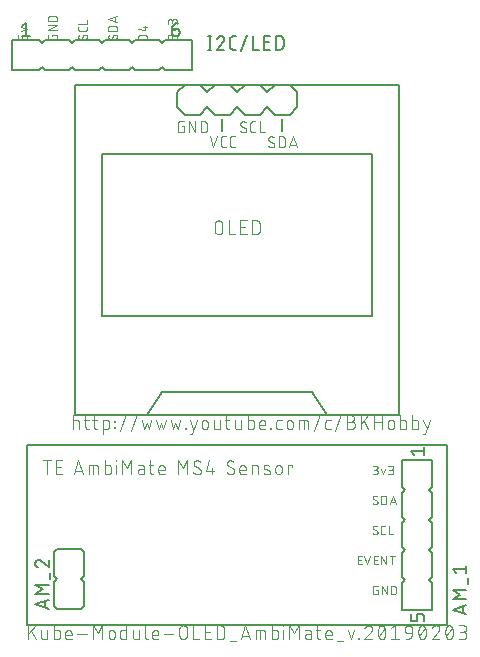
<source format=gbr>
G04 EAGLE Gerber RS-274X export*
G75*
%MOMM*%
%FSLAX34Y34*%
%LPD*%
%INSilkscreen Top*%
%IPPOS*%
%AMOC8*
5,1,8,0,0,1.08239X$1,22.5*%
G01*
%ADD10C,0.152400*%
%ADD11C,0.101600*%
%ADD12C,0.076200*%
%ADD13C,0.127000*%


D10*
X203200Y127000D02*
X203200Y279400D01*
X558800Y279400D01*
X558800Y127000D01*
X203200Y127000D01*
D11*
X219654Y254508D02*
X219654Y266192D01*
X222899Y266192D02*
X216408Y266192D01*
X227480Y254508D02*
X232672Y254508D01*
X227480Y254508D02*
X227480Y266192D01*
X232672Y266192D01*
X231374Y260999D02*
X227480Y260999D01*
X242429Y254508D02*
X246324Y266192D01*
X250218Y254508D01*
X249245Y257429D02*
X243403Y257429D01*
X255002Y254508D02*
X255002Y262297D01*
X260844Y262297D01*
X260931Y262295D01*
X261019Y262289D01*
X261105Y262279D01*
X261192Y262266D01*
X261277Y262248D01*
X261362Y262227D01*
X261446Y262202D01*
X261528Y262173D01*
X261609Y262140D01*
X261689Y262104D01*
X261767Y262065D01*
X261843Y262021D01*
X261917Y261975D01*
X261988Y261925D01*
X262058Y261872D01*
X262125Y261816D01*
X262189Y261757D01*
X262251Y261695D01*
X262310Y261631D01*
X262366Y261564D01*
X262419Y261494D01*
X262469Y261423D01*
X262515Y261349D01*
X262559Y261273D01*
X262598Y261195D01*
X262634Y261115D01*
X262667Y261034D01*
X262696Y260952D01*
X262721Y260868D01*
X262742Y260783D01*
X262760Y260698D01*
X262773Y260611D01*
X262783Y260525D01*
X262789Y260437D01*
X262791Y260350D01*
X262791Y254508D01*
X258897Y254508D02*
X258897Y262297D01*
X268551Y266192D02*
X268551Y254508D01*
X271797Y254508D01*
X271884Y254510D01*
X271972Y254516D01*
X272058Y254526D01*
X272145Y254539D01*
X272230Y254557D01*
X272315Y254578D01*
X272399Y254603D01*
X272481Y254632D01*
X272562Y254665D01*
X272642Y254701D01*
X272720Y254740D01*
X272796Y254784D01*
X272870Y254830D01*
X272941Y254880D01*
X273011Y254933D01*
X273078Y254989D01*
X273142Y255048D01*
X273204Y255109D01*
X273263Y255174D01*
X273319Y255241D01*
X273372Y255311D01*
X273422Y255382D01*
X273468Y255456D01*
X273512Y255532D01*
X273551Y255610D01*
X273587Y255690D01*
X273620Y255771D01*
X273649Y255853D01*
X273674Y255937D01*
X273695Y256022D01*
X273713Y256107D01*
X273726Y256194D01*
X273736Y256280D01*
X273742Y256368D01*
X273744Y256455D01*
X273744Y260350D01*
X273742Y260437D01*
X273736Y260525D01*
X273726Y260611D01*
X273713Y260698D01*
X273695Y260783D01*
X273674Y260868D01*
X273649Y260952D01*
X273620Y261034D01*
X273587Y261115D01*
X273551Y261195D01*
X273512Y261273D01*
X273468Y261349D01*
X273422Y261423D01*
X273372Y261494D01*
X273319Y261564D01*
X273263Y261631D01*
X273204Y261695D01*
X273142Y261757D01*
X273078Y261816D01*
X273011Y261872D01*
X272941Y261925D01*
X272870Y261975D01*
X272796Y262021D01*
X272720Y262065D01*
X272642Y262104D01*
X272562Y262140D01*
X272481Y262173D01*
X272399Y262202D01*
X272315Y262227D01*
X272230Y262248D01*
X272145Y262266D01*
X272058Y262279D01*
X271972Y262289D01*
X271884Y262295D01*
X271797Y262297D01*
X268551Y262297D01*
X278327Y262297D02*
X278327Y254508D01*
X278003Y265543D02*
X278003Y266192D01*
X278652Y266192D01*
X278652Y265543D01*
X278003Y265543D01*
X283577Y266192D02*
X283577Y254508D01*
X287471Y259701D02*
X283577Y266192D01*
X287471Y259701D02*
X291366Y266192D01*
X291366Y254508D01*
X298899Y259052D02*
X301820Y259052D01*
X298899Y259052D02*
X298805Y259050D01*
X298711Y259044D01*
X298618Y259035D01*
X298525Y259021D01*
X298433Y259004D01*
X298341Y258982D01*
X298251Y258958D01*
X298161Y258929D01*
X298073Y258897D01*
X297986Y258861D01*
X297901Y258821D01*
X297818Y258778D01*
X297736Y258732D01*
X297656Y258682D01*
X297579Y258629D01*
X297504Y258573D01*
X297431Y258514D01*
X297360Y258452D01*
X297292Y258387D01*
X297227Y258319D01*
X297165Y258248D01*
X297106Y258175D01*
X297050Y258100D01*
X296997Y258023D01*
X296947Y257943D01*
X296901Y257861D01*
X296858Y257778D01*
X296818Y257693D01*
X296782Y257606D01*
X296750Y257518D01*
X296721Y257428D01*
X296697Y257338D01*
X296675Y257246D01*
X296658Y257154D01*
X296644Y257061D01*
X296635Y256968D01*
X296629Y256874D01*
X296627Y256780D01*
X296629Y256686D01*
X296635Y256592D01*
X296644Y256499D01*
X296658Y256406D01*
X296675Y256314D01*
X296697Y256222D01*
X296721Y256132D01*
X296750Y256042D01*
X296782Y255954D01*
X296818Y255867D01*
X296858Y255782D01*
X296901Y255699D01*
X296947Y255617D01*
X296997Y255537D01*
X297050Y255460D01*
X297106Y255385D01*
X297165Y255312D01*
X297227Y255241D01*
X297292Y255173D01*
X297360Y255108D01*
X297431Y255046D01*
X297504Y254987D01*
X297579Y254931D01*
X297656Y254878D01*
X297736Y254828D01*
X297818Y254782D01*
X297901Y254739D01*
X297986Y254699D01*
X298073Y254663D01*
X298161Y254631D01*
X298251Y254602D01*
X298341Y254578D01*
X298433Y254556D01*
X298525Y254539D01*
X298618Y254525D01*
X298711Y254516D01*
X298805Y254510D01*
X298899Y254508D01*
X301820Y254508D01*
X301820Y260350D01*
X301818Y260437D01*
X301812Y260525D01*
X301802Y260611D01*
X301789Y260698D01*
X301771Y260783D01*
X301750Y260868D01*
X301725Y260952D01*
X301696Y261034D01*
X301663Y261115D01*
X301627Y261195D01*
X301588Y261273D01*
X301544Y261349D01*
X301498Y261423D01*
X301448Y261494D01*
X301395Y261564D01*
X301339Y261631D01*
X301280Y261695D01*
X301218Y261757D01*
X301154Y261816D01*
X301087Y261872D01*
X301017Y261925D01*
X300946Y261975D01*
X300872Y262021D01*
X300796Y262065D01*
X300718Y262104D01*
X300638Y262140D01*
X300557Y262173D01*
X300475Y262202D01*
X300391Y262227D01*
X300306Y262248D01*
X300221Y262266D01*
X300134Y262279D01*
X300048Y262289D01*
X299960Y262295D01*
X299873Y262297D01*
X297276Y262297D01*
X306006Y262297D02*
X309900Y262297D01*
X307304Y266192D02*
X307304Y256455D01*
X307306Y256368D01*
X307312Y256280D01*
X307322Y256194D01*
X307335Y256107D01*
X307353Y256022D01*
X307374Y255937D01*
X307399Y255853D01*
X307428Y255771D01*
X307461Y255690D01*
X307497Y255610D01*
X307536Y255532D01*
X307580Y255456D01*
X307626Y255382D01*
X307676Y255311D01*
X307729Y255241D01*
X307785Y255174D01*
X307844Y255110D01*
X307906Y255048D01*
X307970Y254989D01*
X308037Y254933D01*
X308107Y254880D01*
X308178Y254830D01*
X308252Y254784D01*
X308328Y254740D01*
X308406Y254701D01*
X308486Y254665D01*
X308567Y254632D01*
X308649Y254603D01*
X308733Y254578D01*
X308818Y254557D01*
X308903Y254539D01*
X308990Y254526D01*
X309076Y254516D01*
X309164Y254510D01*
X309251Y254508D01*
X309900Y254508D01*
X316159Y254508D02*
X319405Y254508D01*
X316159Y254508D02*
X316072Y254510D01*
X315984Y254516D01*
X315898Y254526D01*
X315811Y254539D01*
X315726Y254557D01*
X315641Y254578D01*
X315557Y254603D01*
X315475Y254632D01*
X315394Y254665D01*
X315314Y254701D01*
X315236Y254740D01*
X315160Y254784D01*
X315086Y254830D01*
X315015Y254880D01*
X314945Y254933D01*
X314878Y254989D01*
X314814Y255048D01*
X314752Y255110D01*
X314693Y255174D01*
X314637Y255241D01*
X314584Y255311D01*
X314534Y255382D01*
X314488Y255456D01*
X314444Y255532D01*
X314405Y255610D01*
X314369Y255690D01*
X314336Y255771D01*
X314307Y255853D01*
X314282Y255937D01*
X314261Y256022D01*
X314243Y256107D01*
X314230Y256194D01*
X314220Y256280D01*
X314214Y256368D01*
X314212Y256455D01*
X314212Y259701D01*
X314214Y259802D01*
X314220Y259902D01*
X314230Y260002D01*
X314243Y260102D01*
X314261Y260201D01*
X314282Y260300D01*
X314307Y260397D01*
X314336Y260494D01*
X314369Y260589D01*
X314405Y260683D01*
X314445Y260775D01*
X314488Y260866D01*
X314535Y260955D01*
X314585Y261042D01*
X314639Y261128D01*
X314696Y261211D01*
X314756Y261291D01*
X314819Y261370D01*
X314886Y261446D01*
X314955Y261519D01*
X315027Y261589D01*
X315101Y261657D01*
X315178Y261722D01*
X315258Y261783D01*
X315340Y261842D01*
X315424Y261897D01*
X315510Y261949D01*
X315598Y261998D01*
X315688Y262043D01*
X315780Y262085D01*
X315873Y262123D01*
X315968Y262157D01*
X316063Y262188D01*
X316160Y262215D01*
X316258Y262238D01*
X316357Y262258D01*
X316457Y262273D01*
X316557Y262285D01*
X316657Y262293D01*
X316758Y262297D01*
X316858Y262297D01*
X316959Y262293D01*
X317059Y262285D01*
X317159Y262273D01*
X317259Y262258D01*
X317358Y262238D01*
X317456Y262215D01*
X317553Y262188D01*
X317648Y262157D01*
X317743Y262123D01*
X317836Y262085D01*
X317928Y262043D01*
X318018Y261998D01*
X318106Y261949D01*
X318192Y261897D01*
X318276Y261842D01*
X318358Y261783D01*
X318438Y261722D01*
X318515Y261657D01*
X318589Y261589D01*
X318661Y261519D01*
X318730Y261446D01*
X318797Y261370D01*
X318860Y261291D01*
X318920Y261211D01*
X318977Y261128D01*
X319031Y261042D01*
X319081Y260955D01*
X319128Y260866D01*
X319171Y260775D01*
X319211Y260683D01*
X319247Y260589D01*
X319280Y260494D01*
X319309Y260397D01*
X319334Y260300D01*
X319355Y260201D01*
X319373Y260102D01*
X319386Y260002D01*
X319396Y259902D01*
X319402Y259802D01*
X319404Y259701D01*
X319405Y259701D02*
X319405Y258403D01*
X314212Y258403D01*
X330821Y254508D02*
X330821Y266192D01*
X334715Y259701D01*
X338610Y266192D01*
X338610Y254508D01*
X347557Y254508D02*
X347656Y254510D01*
X347756Y254516D01*
X347855Y254525D01*
X347953Y254538D01*
X348051Y254555D01*
X348149Y254576D01*
X348245Y254601D01*
X348340Y254629D01*
X348434Y254661D01*
X348527Y254696D01*
X348619Y254735D01*
X348709Y254778D01*
X348797Y254823D01*
X348884Y254873D01*
X348968Y254925D01*
X349051Y254981D01*
X349131Y255039D01*
X349209Y255101D01*
X349284Y255166D01*
X349357Y255234D01*
X349427Y255304D01*
X349495Y255377D01*
X349560Y255452D01*
X349622Y255530D01*
X349680Y255610D01*
X349736Y255693D01*
X349788Y255777D01*
X349838Y255864D01*
X349883Y255952D01*
X349926Y256042D01*
X349965Y256134D01*
X350000Y256227D01*
X350032Y256321D01*
X350060Y256416D01*
X350085Y256512D01*
X350106Y256610D01*
X350123Y256708D01*
X350136Y256806D01*
X350145Y256905D01*
X350151Y257005D01*
X350153Y257104D01*
X347557Y254508D02*
X347413Y254510D01*
X347268Y254516D01*
X347124Y254525D01*
X346981Y254538D01*
X346837Y254555D01*
X346694Y254576D01*
X346552Y254601D01*
X346411Y254629D01*
X346270Y254661D01*
X346130Y254697D01*
X345991Y254736D01*
X345853Y254779D01*
X345717Y254826D01*
X345581Y254876D01*
X345447Y254930D01*
X345315Y254987D01*
X345184Y255048D01*
X345055Y255112D01*
X344927Y255180D01*
X344801Y255250D01*
X344677Y255325D01*
X344556Y255402D01*
X344436Y255483D01*
X344318Y255566D01*
X344203Y255653D01*
X344090Y255743D01*
X343979Y255836D01*
X343871Y255931D01*
X343765Y256030D01*
X343662Y256131D01*
X343987Y263596D02*
X343989Y263695D01*
X343995Y263795D01*
X344004Y263894D01*
X344017Y263992D01*
X344034Y264090D01*
X344055Y264188D01*
X344080Y264284D01*
X344108Y264379D01*
X344140Y264473D01*
X344175Y264566D01*
X344214Y264658D01*
X344257Y264748D01*
X344302Y264836D01*
X344352Y264923D01*
X344404Y265007D01*
X344460Y265090D01*
X344518Y265170D01*
X344580Y265248D01*
X344645Y265323D01*
X344713Y265396D01*
X344783Y265466D01*
X344856Y265534D01*
X344931Y265599D01*
X345009Y265661D01*
X345089Y265719D01*
X345172Y265775D01*
X345256Y265827D01*
X345343Y265877D01*
X345431Y265922D01*
X345521Y265965D01*
X345613Y266004D01*
X345706Y266039D01*
X345800Y266071D01*
X345895Y266099D01*
X345992Y266124D01*
X346089Y266145D01*
X346187Y266162D01*
X346285Y266175D01*
X346384Y266184D01*
X346484Y266190D01*
X346583Y266192D01*
X346719Y266190D01*
X346855Y266184D01*
X346991Y266175D01*
X347127Y266162D01*
X347262Y266144D01*
X347396Y266124D01*
X347530Y266099D01*
X347664Y266071D01*
X347796Y266038D01*
X347927Y266003D01*
X348058Y265963D01*
X348187Y265920D01*
X348315Y265874D01*
X348441Y265823D01*
X348567Y265770D01*
X348690Y265712D01*
X348812Y265652D01*
X348932Y265588D01*
X349051Y265520D01*
X349167Y265450D01*
X349281Y265376D01*
X349394Y265299D01*
X349504Y265218D01*
X345284Y261324D02*
X345198Y261377D01*
X345114Y261434D01*
X345032Y261493D01*
X344952Y261556D01*
X344875Y261622D01*
X344800Y261690D01*
X344728Y261762D01*
X344659Y261836D01*
X344593Y261913D01*
X344530Y261992D01*
X344470Y262074D01*
X344413Y262158D01*
X344359Y262244D01*
X344309Y262332D01*
X344262Y262422D01*
X344218Y262513D01*
X344179Y262607D01*
X344142Y262701D01*
X344110Y262797D01*
X344081Y262895D01*
X344056Y262993D01*
X344035Y263092D01*
X344017Y263192D01*
X344004Y263292D01*
X343994Y263393D01*
X343988Y263495D01*
X343986Y263596D01*
X348855Y259376D02*
X348941Y259323D01*
X349025Y259266D01*
X349107Y259207D01*
X349187Y259144D01*
X349264Y259078D01*
X349339Y259010D01*
X349411Y258938D01*
X349480Y258864D01*
X349546Y258787D01*
X349609Y258708D01*
X349669Y258626D01*
X349726Y258542D01*
X349780Y258456D01*
X349830Y258368D01*
X349877Y258278D01*
X349921Y258187D01*
X349960Y258093D01*
X349997Y257999D01*
X350029Y257903D01*
X350058Y257805D01*
X350083Y257707D01*
X350104Y257608D01*
X350122Y257508D01*
X350135Y257408D01*
X350145Y257307D01*
X350151Y257205D01*
X350153Y257104D01*
X348855Y259376D02*
X345285Y261324D01*
X354711Y257104D02*
X357307Y266192D01*
X354711Y257104D02*
X361202Y257104D01*
X359255Y259701D02*
X359255Y254508D01*
X375750Y254508D02*
X375849Y254510D01*
X375949Y254516D01*
X376048Y254525D01*
X376146Y254538D01*
X376244Y254555D01*
X376342Y254576D01*
X376438Y254601D01*
X376533Y254629D01*
X376627Y254661D01*
X376720Y254696D01*
X376812Y254735D01*
X376902Y254778D01*
X376990Y254823D01*
X377077Y254873D01*
X377161Y254925D01*
X377244Y254981D01*
X377324Y255039D01*
X377402Y255101D01*
X377477Y255166D01*
X377550Y255234D01*
X377620Y255304D01*
X377688Y255377D01*
X377753Y255452D01*
X377815Y255530D01*
X377873Y255610D01*
X377929Y255693D01*
X377981Y255777D01*
X378031Y255864D01*
X378076Y255952D01*
X378119Y256042D01*
X378158Y256134D01*
X378193Y256227D01*
X378225Y256321D01*
X378253Y256416D01*
X378278Y256512D01*
X378299Y256610D01*
X378316Y256708D01*
X378329Y256806D01*
X378338Y256905D01*
X378344Y257005D01*
X378346Y257104D01*
X375750Y254508D02*
X375606Y254510D01*
X375461Y254516D01*
X375317Y254525D01*
X375174Y254538D01*
X375030Y254555D01*
X374887Y254576D01*
X374745Y254601D01*
X374604Y254629D01*
X374463Y254661D01*
X374323Y254697D01*
X374184Y254736D01*
X374046Y254779D01*
X373910Y254826D01*
X373774Y254876D01*
X373640Y254930D01*
X373508Y254987D01*
X373377Y255048D01*
X373248Y255112D01*
X373120Y255180D01*
X372994Y255250D01*
X372870Y255325D01*
X372749Y255402D01*
X372629Y255483D01*
X372511Y255566D01*
X372396Y255653D01*
X372283Y255743D01*
X372172Y255836D01*
X372064Y255931D01*
X371958Y256030D01*
X371855Y256131D01*
X372181Y263596D02*
X372183Y263695D01*
X372189Y263795D01*
X372198Y263894D01*
X372211Y263992D01*
X372228Y264090D01*
X372249Y264188D01*
X372274Y264284D01*
X372302Y264379D01*
X372334Y264473D01*
X372369Y264566D01*
X372408Y264658D01*
X372451Y264748D01*
X372496Y264836D01*
X372546Y264923D01*
X372598Y265007D01*
X372654Y265090D01*
X372712Y265170D01*
X372774Y265248D01*
X372839Y265323D01*
X372907Y265396D01*
X372977Y265466D01*
X373050Y265534D01*
X373125Y265599D01*
X373203Y265661D01*
X373283Y265719D01*
X373366Y265775D01*
X373450Y265827D01*
X373537Y265877D01*
X373625Y265922D01*
X373715Y265965D01*
X373807Y266004D01*
X373900Y266039D01*
X373994Y266071D01*
X374089Y266099D01*
X374186Y266124D01*
X374283Y266145D01*
X374381Y266162D01*
X374479Y266175D01*
X374578Y266184D01*
X374678Y266190D01*
X374777Y266192D01*
X374913Y266190D01*
X375049Y266184D01*
X375185Y266175D01*
X375321Y266162D01*
X375456Y266144D01*
X375590Y266124D01*
X375724Y266099D01*
X375858Y266071D01*
X375990Y266038D01*
X376121Y266003D01*
X376252Y265963D01*
X376381Y265920D01*
X376509Y265874D01*
X376635Y265823D01*
X376761Y265770D01*
X376884Y265712D01*
X377006Y265652D01*
X377126Y265588D01*
X377245Y265520D01*
X377361Y265450D01*
X377475Y265376D01*
X377588Y265299D01*
X377698Y265218D01*
X373478Y261324D02*
X373392Y261377D01*
X373308Y261434D01*
X373226Y261493D01*
X373146Y261556D01*
X373069Y261622D01*
X372994Y261690D01*
X372922Y261762D01*
X372853Y261836D01*
X372787Y261913D01*
X372724Y261992D01*
X372664Y262074D01*
X372607Y262158D01*
X372553Y262244D01*
X372503Y262332D01*
X372456Y262422D01*
X372412Y262513D01*
X372373Y262607D01*
X372336Y262701D01*
X372304Y262797D01*
X372275Y262895D01*
X372250Y262993D01*
X372229Y263092D01*
X372211Y263192D01*
X372198Y263292D01*
X372188Y263393D01*
X372182Y263495D01*
X372180Y263596D01*
X377049Y259376D02*
X377135Y259323D01*
X377219Y259266D01*
X377301Y259207D01*
X377381Y259144D01*
X377458Y259078D01*
X377533Y259010D01*
X377605Y258938D01*
X377674Y258864D01*
X377740Y258787D01*
X377803Y258708D01*
X377863Y258626D01*
X377920Y258542D01*
X377974Y258456D01*
X378024Y258368D01*
X378071Y258278D01*
X378115Y258187D01*
X378154Y258093D01*
X378191Y257999D01*
X378223Y257903D01*
X378252Y257805D01*
X378277Y257707D01*
X378298Y257608D01*
X378316Y257508D01*
X378329Y257408D01*
X378339Y257307D01*
X378345Y257205D01*
X378347Y257104D01*
X377049Y259376D02*
X373479Y261324D01*
X384739Y254508D02*
X387985Y254508D01*
X384739Y254508D02*
X384652Y254510D01*
X384564Y254516D01*
X384478Y254526D01*
X384391Y254539D01*
X384306Y254557D01*
X384221Y254578D01*
X384137Y254603D01*
X384055Y254632D01*
X383974Y254665D01*
X383894Y254701D01*
X383816Y254740D01*
X383740Y254784D01*
X383666Y254830D01*
X383595Y254880D01*
X383525Y254933D01*
X383458Y254989D01*
X383394Y255048D01*
X383332Y255110D01*
X383273Y255174D01*
X383217Y255241D01*
X383164Y255311D01*
X383114Y255382D01*
X383068Y255456D01*
X383024Y255532D01*
X382985Y255610D01*
X382949Y255690D01*
X382916Y255771D01*
X382887Y255853D01*
X382862Y255937D01*
X382841Y256022D01*
X382823Y256107D01*
X382810Y256194D01*
X382800Y256280D01*
X382794Y256368D01*
X382792Y256455D01*
X382792Y259701D01*
X382794Y259802D01*
X382800Y259902D01*
X382810Y260002D01*
X382823Y260102D01*
X382841Y260201D01*
X382862Y260300D01*
X382887Y260397D01*
X382916Y260494D01*
X382949Y260589D01*
X382985Y260683D01*
X383025Y260775D01*
X383068Y260866D01*
X383115Y260955D01*
X383165Y261042D01*
X383219Y261128D01*
X383276Y261211D01*
X383336Y261291D01*
X383399Y261370D01*
X383466Y261446D01*
X383535Y261519D01*
X383607Y261589D01*
X383681Y261657D01*
X383758Y261722D01*
X383838Y261783D01*
X383920Y261842D01*
X384004Y261897D01*
X384090Y261949D01*
X384178Y261998D01*
X384268Y262043D01*
X384360Y262085D01*
X384453Y262123D01*
X384548Y262157D01*
X384643Y262188D01*
X384740Y262215D01*
X384838Y262238D01*
X384937Y262258D01*
X385037Y262273D01*
X385137Y262285D01*
X385237Y262293D01*
X385338Y262297D01*
X385438Y262297D01*
X385539Y262293D01*
X385639Y262285D01*
X385739Y262273D01*
X385839Y262258D01*
X385938Y262238D01*
X386036Y262215D01*
X386133Y262188D01*
X386228Y262157D01*
X386323Y262123D01*
X386416Y262085D01*
X386508Y262043D01*
X386598Y261998D01*
X386686Y261949D01*
X386772Y261897D01*
X386856Y261842D01*
X386938Y261783D01*
X387018Y261722D01*
X387095Y261657D01*
X387169Y261589D01*
X387241Y261519D01*
X387310Y261446D01*
X387377Y261370D01*
X387440Y261291D01*
X387500Y261211D01*
X387557Y261128D01*
X387611Y261042D01*
X387661Y260955D01*
X387708Y260866D01*
X387751Y260775D01*
X387791Y260683D01*
X387827Y260589D01*
X387860Y260494D01*
X387889Y260397D01*
X387914Y260300D01*
X387935Y260201D01*
X387953Y260102D01*
X387966Y260002D01*
X387976Y259902D01*
X387982Y259802D01*
X387984Y259701D01*
X387985Y259701D02*
X387985Y258403D01*
X382792Y258403D01*
X393079Y254508D02*
X393079Y262297D01*
X396324Y262297D01*
X396411Y262295D01*
X396499Y262289D01*
X396585Y262279D01*
X396672Y262266D01*
X396757Y262248D01*
X396842Y262227D01*
X396926Y262202D01*
X397008Y262173D01*
X397089Y262140D01*
X397169Y262104D01*
X397247Y262065D01*
X397323Y262021D01*
X397397Y261975D01*
X397468Y261925D01*
X397538Y261872D01*
X397605Y261816D01*
X397669Y261757D01*
X397731Y261696D01*
X397790Y261631D01*
X397846Y261564D01*
X397899Y261494D01*
X397949Y261423D01*
X397995Y261349D01*
X398039Y261273D01*
X398078Y261195D01*
X398114Y261115D01*
X398147Y261034D01*
X398176Y260952D01*
X398201Y260868D01*
X398222Y260783D01*
X398240Y260698D01*
X398253Y260611D01*
X398263Y260525D01*
X398269Y260437D01*
X398271Y260350D01*
X398272Y260350D02*
X398272Y254508D01*
X404340Y259052D02*
X407585Y257754D01*
X404340Y259051D02*
X404265Y259084D01*
X404191Y259120D01*
X404119Y259159D01*
X404049Y259202D01*
X403982Y259248D01*
X403916Y259298D01*
X403854Y259350D01*
X403793Y259406D01*
X403736Y259464D01*
X403681Y259525D01*
X403630Y259589D01*
X403582Y259655D01*
X403537Y259724D01*
X403495Y259794D01*
X403457Y259867D01*
X403422Y259941D01*
X403391Y260017D01*
X403364Y260094D01*
X403341Y260173D01*
X403321Y260252D01*
X403306Y260333D01*
X403294Y260414D01*
X403286Y260496D01*
X403282Y260577D01*
X403283Y260659D01*
X403287Y260741D01*
X403295Y260823D01*
X403307Y260904D01*
X403323Y260984D01*
X403343Y261064D01*
X403367Y261142D01*
X403395Y261219D01*
X403426Y261295D01*
X403461Y261369D01*
X403499Y261441D01*
X403541Y261512D01*
X403587Y261580D01*
X403635Y261646D01*
X403687Y261709D01*
X403742Y261770D01*
X403800Y261828D01*
X403860Y261884D01*
X403923Y261936D01*
X403989Y261985D01*
X404057Y262031D01*
X404127Y262073D01*
X404199Y262113D01*
X404273Y262148D01*
X404348Y262180D01*
X404425Y262208D01*
X404503Y262232D01*
X404583Y262253D01*
X404663Y262270D01*
X404744Y262282D01*
X404825Y262291D01*
X404907Y262296D01*
X404989Y262297D01*
X404988Y262297D02*
X405165Y262293D01*
X405342Y262284D01*
X405519Y262270D01*
X405696Y262253D01*
X405871Y262231D01*
X406047Y262206D01*
X406221Y262175D01*
X406395Y262141D01*
X406568Y262103D01*
X406740Y262060D01*
X406911Y262013D01*
X407081Y261963D01*
X407250Y261908D01*
X407417Y261849D01*
X407582Y261786D01*
X407747Y261719D01*
X407909Y261648D01*
X407585Y257754D02*
X407660Y257721D01*
X407734Y257685D01*
X407806Y257646D01*
X407876Y257603D01*
X407943Y257557D01*
X408009Y257507D01*
X408071Y257455D01*
X408132Y257399D01*
X408189Y257341D01*
X408244Y257280D01*
X408295Y257216D01*
X408343Y257150D01*
X408388Y257081D01*
X408430Y257011D01*
X408468Y256938D01*
X408503Y256864D01*
X408534Y256788D01*
X408561Y256711D01*
X408584Y256632D01*
X408604Y256553D01*
X408619Y256472D01*
X408631Y256391D01*
X408639Y256309D01*
X408643Y256228D01*
X408642Y256146D01*
X408638Y256064D01*
X408630Y255982D01*
X408618Y255901D01*
X408602Y255821D01*
X408582Y255741D01*
X408558Y255663D01*
X408530Y255586D01*
X408499Y255510D01*
X408464Y255436D01*
X408426Y255364D01*
X408384Y255293D01*
X408338Y255225D01*
X408290Y255159D01*
X408238Y255096D01*
X408183Y255035D01*
X408125Y254977D01*
X408065Y254921D01*
X408002Y254869D01*
X407936Y254820D01*
X407868Y254774D01*
X407798Y254732D01*
X407726Y254692D01*
X407652Y254657D01*
X407577Y254625D01*
X407500Y254597D01*
X407422Y254573D01*
X407342Y254552D01*
X407262Y254535D01*
X407181Y254523D01*
X407100Y254514D01*
X407018Y254509D01*
X406936Y254508D01*
X406676Y254515D01*
X406416Y254528D01*
X406156Y254547D01*
X405897Y254572D01*
X405638Y254604D01*
X405381Y254641D01*
X405124Y254685D01*
X404868Y254734D01*
X404614Y254790D01*
X404361Y254851D01*
X404110Y254919D01*
X403860Y254993D01*
X403612Y255072D01*
X403366Y255157D01*
X413272Y257104D02*
X413272Y259701D01*
X413274Y259802D01*
X413280Y259902D01*
X413290Y260002D01*
X413303Y260102D01*
X413321Y260201D01*
X413342Y260300D01*
X413367Y260397D01*
X413396Y260494D01*
X413429Y260589D01*
X413465Y260683D01*
X413505Y260775D01*
X413548Y260866D01*
X413595Y260955D01*
X413645Y261042D01*
X413699Y261128D01*
X413756Y261211D01*
X413816Y261291D01*
X413879Y261370D01*
X413946Y261446D01*
X414015Y261519D01*
X414087Y261589D01*
X414161Y261657D01*
X414238Y261722D01*
X414318Y261783D01*
X414400Y261842D01*
X414484Y261897D01*
X414570Y261949D01*
X414658Y261998D01*
X414748Y262043D01*
X414840Y262085D01*
X414933Y262123D01*
X415028Y262157D01*
X415123Y262188D01*
X415220Y262215D01*
X415318Y262238D01*
X415417Y262258D01*
X415517Y262273D01*
X415617Y262285D01*
X415717Y262293D01*
X415818Y262297D01*
X415918Y262297D01*
X416019Y262293D01*
X416119Y262285D01*
X416219Y262273D01*
X416319Y262258D01*
X416418Y262238D01*
X416516Y262215D01*
X416613Y262188D01*
X416708Y262157D01*
X416803Y262123D01*
X416896Y262085D01*
X416988Y262043D01*
X417078Y261998D01*
X417166Y261949D01*
X417252Y261897D01*
X417336Y261842D01*
X417418Y261783D01*
X417498Y261722D01*
X417575Y261657D01*
X417649Y261589D01*
X417721Y261519D01*
X417790Y261446D01*
X417857Y261370D01*
X417920Y261291D01*
X417980Y261211D01*
X418037Y261128D01*
X418091Y261042D01*
X418141Y260955D01*
X418188Y260866D01*
X418231Y260775D01*
X418271Y260683D01*
X418307Y260589D01*
X418340Y260494D01*
X418369Y260397D01*
X418394Y260300D01*
X418415Y260201D01*
X418433Y260102D01*
X418446Y260002D01*
X418456Y259902D01*
X418462Y259802D01*
X418464Y259701D01*
X418465Y259701D02*
X418465Y257104D01*
X418464Y257104D02*
X418462Y257003D01*
X418456Y256903D01*
X418446Y256803D01*
X418433Y256703D01*
X418415Y256604D01*
X418394Y256505D01*
X418369Y256408D01*
X418340Y256311D01*
X418307Y256216D01*
X418271Y256122D01*
X418231Y256030D01*
X418188Y255939D01*
X418141Y255850D01*
X418091Y255763D01*
X418037Y255677D01*
X417980Y255594D01*
X417920Y255514D01*
X417857Y255435D01*
X417790Y255359D01*
X417721Y255286D01*
X417649Y255216D01*
X417575Y255148D01*
X417498Y255083D01*
X417418Y255022D01*
X417336Y254963D01*
X417252Y254908D01*
X417166Y254856D01*
X417078Y254807D01*
X416988Y254762D01*
X416896Y254720D01*
X416803Y254682D01*
X416708Y254648D01*
X416613Y254617D01*
X416516Y254590D01*
X416418Y254567D01*
X416319Y254547D01*
X416219Y254532D01*
X416119Y254520D01*
X416019Y254512D01*
X415918Y254508D01*
X415818Y254508D01*
X415717Y254512D01*
X415617Y254520D01*
X415517Y254532D01*
X415417Y254547D01*
X415318Y254567D01*
X415220Y254590D01*
X415123Y254617D01*
X415028Y254648D01*
X414933Y254682D01*
X414840Y254720D01*
X414748Y254762D01*
X414658Y254807D01*
X414570Y254856D01*
X414484Y254908D01*
X414400Y254963D01*
X414318Y255022D01*
X414238Y255083D01*
X414161Y255148D01*
X414087Y255216D01*
X414015Y255286D01*
X413946Y255359D01*
X413879Y255435D01*
X413816Y255514D01*
X413756Y255594D01*
X413699Y255677D01*
X413645Y255763D01*
X413595Y255850D01*
X413548Y255939D01*
X413505Y256030D01*
X413465Y256122D01*
X413429Y256216D01*
X413396Y256311D01*
X413367Y256408D01*
X413342Y256505D01*
X413321Y256604D01*
X413303Y256703D01*
X413290Y256803D01*
X413280Y256903D01*
X413274Y257003D01*
X413272Y257104D01*
X423625Y254508D02*
X423625Y262297D01*
X427520Y262297D01*
X427520Y260999D01*
X203708Y126492D02*
X203708Y114808D01*
X203708Y119352D02*
X210199Y126492D01*
X206304Y121948D02*
X210199Y114808D01*
X214856Y116755D02*
X214856Y122597D01*
X214856Y116755D02*
X214858Y116668D01*
X214864Y116580D01*
X214874Y116494D01*
X214887Y116407D01*
X214905Y116322D01*
X214926Y116237D01*
X214951Y116153D01*
X214980Y116071D01*
X215013Y115990D01*
X215049Y115910D01*
X215088Y115832D01*
X215132Y115756D01*
X215178Y115682D01*
X215228Y115611D01*
X215281Y115541D01*
X215337Y115474D01*
X215396Y115410D01*
X215458Y115348D01*
X215522Y115289D01*
X215589Y115233D01*
X215659Y115180D01*
X215730Y115130D01*
X215804Y115084D01*
X215880Y115040D01*
X215958Y115001D01*
X216038Y114965D01*
X216119Y114932D01*
X216201Y114903D01*
X216285Y114878D01*
X216370Y114857D01*
X216455Y114839D01*
X216542Y114826D01*
X216628Y114816D01*
X216716Y114810D01*
X216803Y114808D01*
X220049Y114808D01*
X220049Y122597D01*
X225583Y126492D02*
X225583Y114808D01*
X228828Y114808D01*
X228915Y114810D01*
X229003Y114816D01*
X229089Y114826D01*
X229176Y114839D01*
X229261Y114857D01*
X229346Y114878D01*
X229430Y114903D01*
X229512Y114932D01*
X229593Y114965D01*
X229673Y115001D01*
X229751Y115040D01*
X229827Y115084D01*
X229901Y115130D01*
X229972Y115180D01*
X230042Y115233D01*
X230109Y115289D01*
X230173Y115348D01*
X230235Y115409D01*
X230294Y115474D01*
X230350Y115541D01*
X230403Y115611D01*
X230453Y115682D01*
X230499Y115756D01*
X230543Y115832D01*
X230582Y115910D01*
X230618Y115990D01*
X230651Y116071D01*
X230680Y116153D01*
X230705Y116237D01*
X230726Y116322D01*
X230744Y116407D01*
X230757Y116494D01*
X230767Y116580D01*
X230773Y116668D01*
X230775Y116755D01*
X230776Y116755D02*
X230776Y120650D01*
X230775Y120650D02*
X230773Y120737D01*
X230767Y120825D01*
X230757Y120911D01*
X230744Y120998D01*
X230726Y121083D01*
X230705Y121168D01*
X230680Y121252D01*
X230651Y121334D01*
X230618Y121415D01*
X230582Y121495D01*
X230543Y121573D01*
X230499Y121649D01*
X230453Y121723D01*
X230403Y121794D01*
X230350Y121864D01*
X230294Y121931D01*
X230235Y121995D01*
X230173Y122057D01*
X230109Y122116D01*
X230042Y122172D01*
X229972Y122225D01*
X229901Y122275D01*
X229827Y122321D01*
X229751Y122365D01*
X229673Y122404D01*
X229593Y122440D01*
X229512Y122473D01*
X229430Y122502D01*
X229346Y122527D01*
X229261Y122548D01*
X229176Y122566D01*
X229089Y122579D01*
X229003Y122589D01*
X228915Y122595D01*
X228828Y122597D01*
X225583Y122597D01*
X237377Y114808D02*
X240623Y114808D01*
X237377Y114808D02*
X237290Y114810D01*
X237202Y114816D01*
X237116Y114826D01*
X237029Y114839D01*
X236944Y114857D01*
X236859Y114878D01*
X236775Y114903D01*
X236693Y114932D01*
X236612Y114965D01*
X236532Y115001D01*
X236454Y115040D01*
X236378Y115084D01*
X236304Y115130D01*
X236233Y115180D01*
X236163Y115233D01*
X236096Y115289D01*
X236032Y115348D01*
X235970Y115410D01*
X235911Y115474D01*
X235855Y115541D01*
X235802Y115611D01*
X235752Y115682D01*
X235706Y115756D01*
X235662Y115832D01*
X235623Y115910D01*
X235587Y115990D01*
X235554Y116071D01*
X235525Y116153D01*
X235500Y116237D01*
X235479Y116322D01*
X235461Y116407D01*
X235448Y116494D01*
X235438Y116580D01*
X235432Y116668D01*
X235430Y116755D01*
X235430Y120001D01*
X235432Y120102D01*
X235438Y120202D01*
X235448Y120302D01*
X235461Y120402D01*
X235479Y120501D01*
X235500Y120600D01*
X235525Y120697D01*
X235554Y120794D01*
X235587Y120889D01*
X235623Y120983D01*
X235663Y121075D01*
X235706Y121166D01*
X235753Y121255D01*
X235803Y121342D01*
X235857Y121428D01*
X235914Y121511D01*
X235974Y121591D01*
X236037Y121670D01*
X236104Y121746D01*
X236173Y121819D01*
X236245Y121889D01*
X236319Y121957D01*
X236396Y122022D01*
X236476Y122083D01*
X236558Y122142D01*
X236642Y122197D01*
X236728Y122249D01*
X236816Y122298D01*
X236906Y122343D01*
X236998Y122385D01*
X237091Y122423D01*
X237186Y122457D01*
X237281Y122488D01*
X237378Y122515D01*
X237476Y122538D01*
X237575Y122558D01*
X237675Y122573D01*
X237775Y122585D01*
X237875Y122593D01*
X237976Y122597D01*
X238076Y122597D01*
X238177Y122593D01*
X238277Y122585D01*
X238377Y122573D01*
X238477Y122558D01*
X238576Y122538D01*
X238674Y122515D01*
X238771Y122488D01*
X238866Y122457D01*
X238961Y122423D01*
X239054Y122385D01*
X239146Y122343D01*
X239236Y122298D01*
X239324Y122249D01*
X239410Y122197D01*
X239494Y122142D01*
X239576Y122083D01*
X239656Y122022D01*
X239733Y121957D01*
X239807Y121889D01*
X239879Y121819D01*
X239948Y121746D01*
X240015Y121670D01*
X240078Y121591D01*
X240138Y121511D01*
X240195Y121428D01*
X240249Y121342D01*
X240299Y121255D01*
X240346Y121166D01*
X240389Y121075D01*
X240429Y120983D01*
X240465Y120889D01*
X240498Y120794D01*
X240527Y120697D01*
X240552Y120600D01*
X240573Y120501D01*
X240591Y120402D01*
X240604Y120302D01*
X240614Y120202D01*
X240620Y120102D01*
X240622Y120001D01*
X240623Y120001D02*
X240623Y118703D01*
X235430Y118703D01*
X245562Y119352D02*
X253351Y119352D01*
X258897Y114808D02*
X258897Y126492D01*
X262791Y120001D01*
X266686Y126492D01*
X266686Y114808D01*
X272006Y117404D02*
X272006Y120001D01*
X272008Y120102D01*
X272014Y120202D01*
X272024Y120302D01*
X272037Y120402D01*
X272055Y120501D01*
X272076Y120600D01*
X272101Y120697D01*
X272130Y120794D01*
X272163Y120889D01*
X272199Y120983D01*
X272239Y121075D01*
X272282Y121166D01*
X272329Y121255D01*
X272379Y121342D01*
X272433Y121428D01*
X272490Y121511D01*
X272550Y121591D01*
X272613Y121670D01*
X272680Y121746D01*
X272749Y121819D01*
X272821Y121889D01*
X272895Y121957D01*
X272972Y122022D01*
X273052Y122083D01*
X273134Y122142D01*
X273218Y122197D01*
X273304Y122249D01*
X273392Y122298D01*
X273482Y122343D01*
X273574Y122385D01*
X273667Y122423D01*
X273762Y122457D01*
X273857Y122488D01*
X273954Y122515D01*
X274052Y122538D01*
X274151Y122558D01*
X274251Y122573D01*
X274351Y122585D01*
X274451Y122593D01*
X274552Y122597D01*
X274652Y122597D01*
X274753Y122593D01*
X274853Y122585D01*
X274953Y122573D01*
X275053Y122558D01*
X275152Y122538D01*
X275250Y122515D01*
X275347Y122488D01*
X275442Y122457D01*
X275537Y122423D01*
X275630Y122385D01*
X275722Y122343D01*
X275812Y122298D01*
X275900Y122249D01*
X275986Y122197D01*
X276070Y122142D01*
X276152Y122083D01*
X276232Y122022D01*
X276309Y121957D01*
X276383Y121889D01*
X276455Y121819D01*
X276524Y121746D01*
X276591Y121670D01*
X276654Y121591D01*
X276714Y121511D01*
X276771Y121428D01*
X276825Y121342D01*
X276875Y121255D01*
X276922Y121166D01*
X276965Y121075D01*
X277005Y120983D01*
X277041Y120889D01*
X277074Y120794D01*
X277103Y120697D01*
X277128Y120600D01*
X277149Y120501D01*
X277167Y120402D01*
X277180Y120302D01*
X277190Y120202D01*
X277196Y120102D01*
X277198Y120001D01*
X277199Y120001D02*
X277199Y117404D01*
X277198Y117404D02*
X277196Y117303D01*
X277190Y117203D01*
X277180Y117103D01*
X277167Y117003D01*
X277149Y116904D01*
X277128Y116805D01*
X277103Y116708D01*
X277074Y116611D01*
X277041Y116516D01*
X277005Y116422D01*
X276965Y116330D01*
X276922Y116239D01*
X276875Y116150D01*
X276825Y116063D01*
X276771Y115977D01*
X276714Y115894D01*
X276654Y115814D01*
X276591Y115735D01*
X276524Y115659D01*
X276455Y115586D01*
X276383Y115516D01*
X276309Y115448D01*
X276232Y115383D01*
X276152Y115322D01*
X276070Y115263D01*
X275986Y115208D01*
X275900Y115156D01*
X275812Y115107D01*
X275722Y115062D01*
X275630Y115020D01*
X275537Y114982D01*
X275442Y114948D01*
X275347Y114917D01*
X275250Y114890D01*
X275152Y114867D01*
X275053Y114847D01*
X274953Y114832D01*
X274853Y114820D01*
X274753Y114812D01*
X274652Y114808D01*
X274552Y114808D01*
X274451Y114812D01*
X274351Y114820D01*
X274251Y114832D01*
X274151Y114847D01*
X274052Y114867D01*
X273954Y114890D01*
X273857Y114917D01*
X273762Y114948D01*
X273667Y114982D01*
X273574Y115020D01*
X273482Y115062D01*
X273392Y115107D01*
X273304Y115156D01*
X273218Y115208D01*
X273134Y115263D01*
X273052Y115322D01*
X272972Y115383D01*
X272895Y115448D01*
X272821Y115516D01*
X272749Y115586D01*
X272680Y115659D01*
X272613Y115735D01*
X272550Y115814D01*
X272490Y115894D01*
X272433Y115977D01*
X272379Y116063D01*
X272329Y116150D01*
X272282Y116239D01*
X272239Y116330D01*
X272199Y116422D01*
X272163Y116516D01*
X272130Y116611D01*
X272101Y116708D01*
X272076Y116805D01*
X272055Y116904D01*
X272037Y117003D01*
X272024Y117103D01*
X272014Y117203D01*
X272008Y117303D01*
X272006Y117404D01*
X287046Y114808D02*
X287046Y126492D01*
X287046Y114808D02*
X283800Y114808D01*
X283713Y114810D01*
X283625Y114816D01*
X283539Y114826D01*
X283452Y114839D01*
X283367Y114857D01*
X283282Y114878D01*
X283198Y114903D01*
X283116Y114932D01*
X283035Y114965D01*
X282955Y115001D01*
X282877Y115040D01*
X282801Y115084D01*
X282727Y115130D01*
X282656Y115180D01*
X282586Y115233D01*
X282519Y115289D01*
X282455Y115348D01*
X282393Y115410D01*
X282334Y115474D01*
X282278Y115541D01*
X282225Y115611D01*
X282175Y115682D01*
X282129Y115756D01*
X282085Y115832D01*
X282046Y115910D01*
X282010Y115990D01*
X281977Y116071D01*
X281948Y116153D01*
X281923Y116237D01*
X281902Y116322D01*
X281884Y116407D01*
X281871Y116494D01*
X281861Y116580D01*
X281855Y116668D01*
X281853Y116755D01*
X281853Y120650D01*
X281855Y120737D01*
X281861Y120825D01*
X281871Y120911D01*
X281884Y120998D01*
X281902Y121083D01*
X281923Y121168D01*
X281948Y121252D01*
X281977Y121334D01*
X282010Y121415D01*
X282046Y121495D01*
X282085Y121573D01*
X282129Y121649D01*
X282175Y121723D01*
X282225Y121794D01*
X282278Y121864D01*
X282334Y121931D01*
X282393Y121995D01*
X282455Y122057D01*
X282519Y122116D01*
X282586Y122172D01*
X282656Y122225D01*
X282727Y122275D01*
X282801Y122321D01*
X282877Y122365D01*
X282955Y122404D01*
X283035Y122440D01*
X283116Y122473D01*
X283198Y122502D01*
X283282Y122527D01*
X283367Y122548D01*
X283452Y122566D01*
X283539Y122579D01*
X283625Y122589D01*
X283713Y122595D01*
X283800Y122597D01*
X287046Y122597D01*
X292580Y122597D02*
X292580Y116755D01*
X292582Y116668D01*
X292588Y116580D01*
X292598Y116494D01*
X292611Y116407D01*
X292629Y116322D01*
X292650Y116237D01*
X292675Y116153D01*
X292704Y116071D01*
X292737Y115990D01*
X292773Y115910D01*
X292812Y115832D01*
X292856Y115756D01*
X292902Y115682D01*
X292952Y115611D01*
X293005Y115541D01*
X293061Y115474D01*
X293120Y115410D01*
X293182Y115348D01*
X293246Y115289D01*
X293313Y115233D01*
X293383Y115180D01*
X293454Y115130D01*
X293528Y115084D01*
X293604Y115040D01*
X293682Y115001D01*
X293762Y114965D01*
X293843Y114932D01*
X293925Y114903D01*
X294009Y114878D01*
X294094Y114857D01*
X294179Y114839D01*
X294266Y114826D01*
X294352Y114816D01*
X294440Y114810D01*
X294527Y114808D01*
X297773Y114808D01*
X297773Y122597D01*
X303016Y126492D02*
X303016Y116755D01*
X303017Y116755D02*
X303019Y116668D01*
X303025Y116580D01*
X303035Y116494D01*
X303048Y116407D01*
X303066Y116322D01*
X303087Y116237D01*
X303112Y116153D01*
X303141Y116071D01*
X303174Y115990D01*
X303210Y115910D01*
X303249Y115832D01*
X303293Y115756D01*
X303339Y115682D01*
X303389Y115611D01*
X303442Y115541D01*
X303498Y115474D01*
X303557Y115410D01*
X303619Y115348D01*
X303683Y115289D01*
X303750Y115233D01*
X303820Y115180D01*
X303891Y115130D01*
X303965Y115084D01*
X304041Y115040D01*
X304119Y115001D01*
X304199Y114965D01*
X304280Y114932D01*
X304362Y114903D01*
X304446Y114878D01*
X304531Y114857D01*
X304616Y114839D01*
X304703Y114826D01*
X304789Y114816D01*
X304877Y114810D01*
X304964Y114808D01*
X310910Y114808D02*
X314156Y114808D01*
X310910Y114808D02*
X310823Y114810D01*
X310735Y114816D01*
X310649Y114826D01*
X310562Y114839D01*
X310477Y114857D01*
X310392Y114878D01*
X310308Y114903D01*
X310226Y114932D01*
X310145Y114965D01*
X310065Y115001D01*
X309987Y115040D01*
X309911Y115084D01*
X309837Y115130D01*
X309766Y115180D01*
X309696Y115233D01*
X309629Y115289D01*
X309565Y115348D01*
X309503Y115410D01*
X309444Y115474D01*
X309388Y115541D01*
X309335Y115611D01*
X309285Y115682D01*
X309239Y115756D01*
X309195Y115832D01*
X309156Y115910D01*
X309120Y115990D01*
X309087Y116071D01*
X309058Y116153D01*
X309033Y116237D01*
X309012Y116322D01*
X308994Y116407D01*
X308981Y116494D01*
X308971Y116580D01*
X308965Y116668D01*
X308963Y116755D01*
X308963Y120001D01*
X308965Y120102D01*
X308971Y120202D01*
X308981Y120302D01*
X308994Y120402D01*
X309012Y120501D01*
X309033Y120600D01*
X309058Y120697D01*
X309087Y120794D01*
X309120Y120889D01*
X309156Y120983D01*
X309196Y121075D01*
X309239Y121166D01*
X309286Y121255D01*
X309336Y121342D01*
X309390Y121428D01*
X309447Y121511D01*
X309507Y121591D01*
X309570Y121670D01*
X309637Y121746D01*
X309706Y121819D01*
X309778Y121889D01*
X309852Y121957D01*
X309929Y122022D01*
X310009Y122083D01*
X310091Y122142D01*
X310175Y122197D01*
X310261Y122249D01*
X310349Y122298D01*
X310439Y122343D01*
X310531Y122385D01*
X310624Y122423D01*
X310719Y122457D01*
X310814Y122488D01*
X310911Y122515D01*
X311009Y122538D01*
X311108Y122558D01*
X311208Y122573D01*
X311308Y122585D01*
X311408Y122593D01*
X311509Y122597D01*
X311609Y122597D01*
X311710Y122593D01*
X311810Y122585D01*
X311910Y122573D01*
X312010Y122558D01*
X312109Y122538D01*
X312207Y122515D01*
X312304Y122488D01*
X312399Y122457D01*
X312494Y122423D01*
X312587Y122385D01*
X312679Y122343D01*
X312769Y122298D01*
X312857Y122249D01*
X312943Y122197D01*
X313027Y122142D01*
X313109Y122083D01*
X313189Y122022D01*
X313266Y121957D01*
X313340Y121889D01*
X313412Y121819D01*
X313481Y121746D01*
X313548Y121670D01*
X313611Y121591D01*
X313671Y121511D01*
X313728Y121428D01*
X313782Y121342D01*
X313832Y121255D01*
X313879Y121166D01*
X313922Y121075D01*
X313962Y120983D01*
X313998Y120889D01*
X314031Y120794D01*
X314060Y120697D01*
X314085Y120600D01*
X314106Y120501D01*
X314124Y120402D01*
X314137Y120302D01*
X314147Y120202D01*
X314153Y120102D01*
X314155Y120001D01*
X314156Y120001D02*
X314156Y118703D01*
X308963Y118703D01*
X319094Y119352D02*
X326884Y119352D01*
X331936Y118054D02*
X331936Y123246D01*
X331935Y123246D02*
X331937Y123359D01*
X331943Y123472D01*
X331953Y123585D01*
X331967Y123698D01*
X331984Y123810D01*
X332006Y123921D01*
X332031Y124031D01*
X332061Y124141D01*
X332094Y124249D01*
X332131Y124356D01*
X332171Y124462D01*
X332216Y124566D01*
X332264Y124669D01*
X332315Y124770D01*
X332370Y124869D01*
X332428Y124966D01*
X332490Y125061D01*
X332555Y125154D01*
X332623Y125244D01*
X332694Y125332D01*
X332769Y125418D01*
X332846Y125501D01*
X332926Y125581D01*
X333009Y125658D01*
X333095Y125733D01*
X333183Y125804D01*
X333273Y125872D01*
X333366Y125937D01*
X333461Y125999D01*
X333558Y126057D01*
X333657Y126112D01*
X333758Y126163D01*
X333861Y126211D01*
X333965Y126256D01*
X334071Y126296D01*
X334178Y126333D01*
X334286Y126366D01*
X334396Y126396D01*
X334506Y126421D01*
X334617Y126443D01*
X334729Y126460D01*
X334842Y126474D01*
X334955Y126484D01*
X335068Y126490D01*
X335181Y126492D01*
X335294Y126490D01*
X335407Y126484D01*
X335520Y126474D01*
X335633Y126460D01*
X335745Y126443D01*
X335856Y126421D01*
X335966Y126396D01*
X336076Y126366D01*
X336184Y126333D01*
X336291Y126296D01*
X336397Y126256D01*
X336501Y126211D01*
X336604Y126163D01*
X336705Y126112D01*
X336804Y126057D01*
X336901Y125999D01*
X336996Y125937D01*
X337089Y125872D01*
X337179Y125804D01*
X337267Y125733D01*
X337353Y125658D01*
X337436Y125581D01*
X337516Y125501D01*
X337593Y125418D01*
X337668Y125332D01*
X337739Y125244D01*
X337807Y125154D01*
X337872Y125061D01*
X337934Y124966D01*
X337992Y124869D01*
X338047Y124770D01*
X338098Y124669D01*
X338146Y124566D01*
X338191Y124462D01*
X338231Y124356D01*
X338268Y124249D01*
X338301Y124141D01*
X338331Y124031D01*
X338356Y123921D01*
X338378Y123810D01*
X338395Y123698D01*
X338409Y123585D01*
X338419Y123472D01*
X338425Y123359D01*
X338427Y123246D01*
X338427Y118054D01*
X338425Y117941D01*
X338419Y117828D01*
X338409Y117715D01*
X338395Y117602D01*
X338378Y117490D01*
X338356Y117379D01*
X338331Y117269D01*
X338301Y117159D01*
X338268Y117051D01*
X338231Y116944D01*
X338191Y116838D01*
X338146Y116734D01*
X338098Y116631D01*
X338047Y116530D01*
X337992Y116431D01*
X337934Y116334D01*
X337872Y116239D01*
X337807Y116146D01*
X337739Y116056D01*
X337668Y115968D01*
X337593Y115882D01*
X337516Y115799D01*
X337436Y115719D01*
X337353Y115642D01*
X337267Y115567D01*
X337179Y115496D01*
X337089Y115428D01*
X336996Y115363D01*
X336901Y115301D01*
X336804Y115243D01*
X336705Y115188D01*
X336604Y115137D01*
X336501Y115089D01*
X336397Y115044D01*
X336291Y115004D01*
X336184Y114967D01*
X336076Y114934D01*
X335966Y114904D01*
X335856Y114879D01*
X335745Y114857D01*
X335633Y114840D01*
X335520Y114826D01*
X335407Y114816D01*
X335294Y114810D01*
X335181Y114808D01*
X335068Y114810D01*
X334955Y114816D01*
X334842Y114826D01*
X334729Y114840D01*
X334617Y114857D01*
X334506Y114879D01*
X334396Y114904D01*
X334286Y114934D01*
X334178Y114967D01*
X334071Y115004D01*
X333965Y115044D01*
X333861Y115089D01*
X333758Y115137D01*
X333657Y115188D01*
X333558Y115243D01*
X333461Y115301D01*
X333366Y115363D01*
X333273Y115428D01*
X333183Y115496D01*
X333095Y115567D01*
X333009Y115642D01*
X332926Y115719D01*
X332846Y115799D01*
X332769Y115882D01*
X332694Y115968D01*
X332623Y116056D01*
X332555Y116146D01*
X332490Y116239D01*
X332428Y116334D01*
X332370Y116431D01*
X332315Y116530D01*
X332264Y116631D01*
X332216Y116734D01*
X332171Y116838D01*
X332131Y116944D01*
X332094Y117051D01*
X332061Y117159D01*
X332031Y117269D01*
X332006Y117379D01*
X331984Y117490D01*
X331967Y117602D01*
X331953Y117715D01*
X331943Y117828D01*
X331937Y117941D01*
X331935Y118054D01*
X343769Y114808D02*
X343769Y126492D01*
X343769Y114808D02*
X348962Y114808D01*
X353675Y114808D02*
X358868Y114808D01*
X353675Y114808D02*
X353675Y126492D01*
X358868Y126492D01*
X357570Y121299D02*
X353675Y121299D01*
X363559Y126492D02*
X363559Y114808D01*
X363559Y126492D02*
X366804Y126492D01*
X366917Y126490D01*
X367030Y126484D01*
X367143Y126474D01*
X367256Y126460D01*
X367368Y126443D01*
X367479Y126421D01*
X367589Y126396D01*
X367699Y126366D01*
X367807Y126333D01*
X367914Y126296D01*
X368020Y126256D01*
X368124Y126211D01*
X368227Y126163D01*
X368328Y126112D01*
X368427Y126057D01*
X368524Y125999D01*
X368619Y125937D01*
X368712Y125872D01*
X368802Y125804D01*
X368890Y125733D01*
X368976Y125658D01*
X369059Y125581D01*
X369139Y125501D01*
X369216Y125418D01*
X369291Y125332D01*
X369362Y125244D01*
X369430Y125154D01*
X369495Y125061D01*
X369557Y124966D01*
X369615Y124869D01*
X369670Y124770D01*
X369721Y124669D01*
X369769Y124566D01*
X369814Y124462D01*
X369854Y124356D01*
X369891Y124249D01*
X369924Y124141D01*
X369954Y124031D01*
X369979Y123921D01*
X370001Y123810D01*
X370018Y123698D01*
X370032Y123585D01*
X370042Y123472D01*
X370048Y123359D01*
X370050Y123246D01*
X370050Y118054D01*
X370048Y117941D01*
X370042Y117828D01*
X370032Y117715D01*
X370018Y117602D01*
X370001Y117490D01*
X369979Y117379D01*
X369954Y117269D01*
X369924Y117159D01*
X369891Y117051D01*
X369854Y116944D01*
X369814Y116838D01*
X369769Y116734D01*
X369721Y116631D01*
X369670Y116530D01*
X369615Y116431D01*
X369557Y116334D01*
X369495Y116239D01*
X369430Y116146D01*
X369362Y116056D01*
X369291Y115968D01*
X369216Y115882D01*
X369139Y115799D01*
X369059Y115719D01*
X368976Y115642D01*
X368890Y115567D01*
X368802Y115496D01*
X368712Y115428D01*
X368619Y115363D01*
X368524Y115301D01*
X368427Y115243D01*
X368328Y115188D01*
X368227Y115137D01*
X368124Y115089D01*
X368020Y115044D01*
X367914Y115004D01*
X367807Y114967D01*
X367699Y114934D01*
X367589Y114904D01*
X367479Y114879D01*
X367368Y114857D01*
X367256Y114840D01*
X367143Y114826D01*
X367030Y114816D01*
X366917Y114810D01*
X366804Y114808D01*
X363559Y114808D01*
X374876Y113510D02*
X380068Y113510D01*
X383864Y114808D02*
X387759Y126492D01*
X391654Y114808D01*
X390680Y117729D02*
X384838Y117729D01*
X396437Y114808D02*
X396437Y122597D01*
X402279Y122597D01*
X402366Y122595D01*
X402454Y122589D01*
X402540Y122579D01*
X402627Y122566D01*
X402712Y122548D01*
X402797Y122527D01*
X402881Y122502D01*
X402963Y122473D01*
X403044Y122440D01*
X403124Y122404D01*
X403202Y122365D01*
X403278Y122321D01*
X403352Y122275D01*
X403423Y122225D01*
X403493Y122172D01*
X403560Y122116D01*
X403624Y122057D01*
X403686Y121995D01*
X403745Y121931D01*
X403801Y121864D01*
X403854Y121794D01*
X403904Y121723D01*
X403950Y121649D01*
X403994Y121573D01*
X404033Y121495D01*
X404069Y121415D01*
X404102Y121334D01*
X404131Y121252D01*
X404156Y121168D01*
X404177Y121083D01*
X404195Y120998D01*
X404208Y120911D01*
X404218Y120825D01*
X404224Y120737D01*
X404226Y120650D01*
X404227Y120650D02*
X404227Y114808D01*
X400332Y114808D02*
X400332Y122597D01*
X409986Y126492D02*
X409986Y114808D01*
X413232Y114808D01*
X413319Y114810D01*
X413407Y114816D01*
X413493Y114826D01*
X413580Y114839D01*
X413665Y114857D01*
X413750Y114878D01*
X413834Y114903D01*
X413916Y114932D01*
X413997Y114965D01*
X414077Y115001D01*
X414155Y115040D01*
X414231Y115084D01*
X414305Y115130D01*
X414376Y115180D01*
X414446Y115233D01*
X414513Y115289D01*
X414577Y115348D01*
X414639Y115409D01*
X414698Y115474D01*
X414754Y115541D01*
X414807Y115611D01*
X414857Y115682D01*
X414903Y115756D01*
X414947Y115832D01*
X414986Y115910D01*
X415022Y115990D01*
X415055Y116071D01*
X415084Y116153D01*
X415109Y116237D01*
X415130Y116322D01*
X415148Y116407D01*
X415161Y116494D01*
X415171Y116580D01*
X415177Y116668D01*
X415179Y116755D01*
X415179Y120650D01*
X415177Y120737D01*
X415171Y120825D01*
X415161Y120911D01*
X415148Y120998D01*
X415130Y121083D01*
X415109Y121168D01*
X415084Y121252D01*
X415055Y121334D01*
X415022Y121415D01*
X414986Y121495D01*
X414947Y121573D01*
X414903Y121649D01*
X414857Y121723D01*
X414807Y121794D01*
X414754Y121864D01*
X414698Y121931D01*
X414639Y121995D01*
X414577Y122057D01*
X414513Y122116D01*
X414446Y122172D01*
X414376Y122225D01*
X414305Y122275D01*
X414231Y122321D01*
X414155Y122365D01*
X414077Y122404D01*
X413997Y122440D01*
X413916Y122473D01*
X413834Y122502D01*
X413750Y122527D01*
X413665Y122548D01*
X413580Y122566D01*
X413493Y122579D01*
X413407Y122589D01*
X413319Y122595D01*
X413232Y122597D01*
X409986Y122597D01*
X419763Y122597D02*
X419763Y114808D01*
X419438Y125843D02*
X419438Y126492D01*
X420088Y126492D01*
X420088Y125843D01*
X419438Y125843D01*
X425012Y126492D02*
X425012Y114808D01*
X428907Y120001D02*
X425012Y126492D01*
X428907Y120001D02*
X432802Y126492D01*
X432802Y114808D01*
X440335Y119352D02*
X443256Y119352D01*
X440335Y119352D02*
X440241Y119350D01*
X440147Y119344D01*
X440054Y119335D01*
X439961Y119321D01*
X439869Y119304D01*
X439777Y119282D01*
X439687Y119258D01*
X439597Y119229D01*
X439509Y119197D01*
X439422Y119161D01*
X439337Y119121D01*
X439254Y119078D01*
X439172Y119032D01*
X439092Y118982D01*
X439015Y118929D01*
X438940Y118873D01*
X438867Y118814D01*
X438796Y118752D01*
X438728Y118687D01*
X438663Y118619D01*
X438601Y118548D01*
X438542Y118475D01*
X438486Y118400D01*
X438433Y118323D01*
X438383Y118243D01*
X438337Y118161D01*
X438294Y118078D01*
X438254Y117993D01*
X438218Y117906D01*
X438186Y117818D01*
X438157Y117728D01*
X438133Y117638D01*
X438111Y117546D01*
X438094Y117454D01*
X438080Y117361D01*
X438071Y117268D01*
X438065Y117174D01*
X438063Y117080D01*
X438065Y116986D01*
X438071Y116892D01*
X438080Y116799D01*
X438094Y116706D01*
X438111Y116614D01*
X438133Y116522D01*
X438157Y116432D01*
X438186Y116342D01*
X438218Y116254D01*
X438254Y116167D01*
X438294Y116082D01*
X438337Y115999D01*
X438383Y115917D01*
X438433Y115837D01*
X438486Y115760D01*
X438542Y115685D01*
X438601Y115612D01*
X438663Y115541D01*
X438728Y115473D01*
X438796Y115408D01*
X438867Y115346D01*
X438940Y115287D01*
X439015Y115231D01*
X439092Y115178D01*
X439172Y115128D01*
X439254Y115082D01*
X439337Y115039D01*
X439422Y114999D01*
X439509Y114963D01*
X439597Y114931D01*
X439687Y114902D01*
X439777Y114878D01*
X439869Y114856D01*
X439961Y114839D01*
X440054Y114825D01*
X440147Y114816D01*
X440241Y114810D01*
X440335Y114808D01*
X443256Y114808D01*
X443256Y120650D01*
X443255Y120650D02*
X443253Y120737D01*
X443247Y120825D01*
X443237Y120911D01*
X443224Y120998D01*
X443206Y121083D01*
X443185Y121168D01*
X443160Y121252D01*
X443131Y121334D01*
X443098Y121415D01*
X443062Y121495D01*
X443023Y121573D01*
X442979Y121649D01*
X442933Y121723D01*
X442883Y121794D01*
X442830Y121864D01*
X442774Y121931D01*
X442715Y121995D01*
X442653Y122057D01*
X442589Y122116D01*
X442522Y122172D01*
X442452Y122225D01*
X442381Y122275D01*
X442307Y122321D01*
X442231Y122365D01*
X442153Y122404D01*
X442073Y122440D01*
X441992Y122473D01*
X441910Y122502D01*
X441826Y122527D01*
X441741Y122548D01*
X441656Y122566D01*
X441569Y122579D01*
X441483Y122589D01*
X441395Y122595D01*
X441308Y122597D01*
X438712Y122597D01*
X447441Y122597D02*
X451336Y122597D01*
X448739Y126492D02*
X448739Y116755D01*
X448740Y116755D02*
X448742Y116668D01*
X448748Y116580D01*
X448758Y116494D01*
X448771Y116407D01*
X448789Y116322D01*
X448810Y116237D01*
X448835Y116153D01*
X448864Y116071D01*
X448897Y115990D01*
X448933Y115910D01*
X448972Y115832D01*
X449016Y115756D01*
X449062Y115682D01*
X449112Y115611D01*
X449165Y115541D01*
X449221Y115474D01*
X449280Y115410D01*
X449342Y115348D01*
X449406Y115289D01*
X449473Y115233D01*
X449543Y115180D01*
X449614Y115130D01*
X449688Y115084D01*
X449764Y115040D01*
X449842Y115001D01*
X449922Y114965D01*
X450003Y114932D01*
X450085Y114903D01*
X450169Y114878D01*
X450254Y114857D01*
X450339Y114839D01*
X450426Y114826D01*
X450512Y114816D01*
X450600Y114810D01*
X450687Y114808D01*
X451336Y114808D01*
X457595Y114808D02*
X460840Y114808D01*
X457595Y114808D02*
X457508Y114810D01*
X457420Y114816D01*
X457334Y114826D01*
X457247Y114839D01*
X457162Y114857D01*
X457077Y114878D01*
X456993Y114903D01*
X456911Y114932D01*
X456830Y114965D01*
X456750Y115001D01*
X456672Y115040D01*
X456596Y115084D01*
X456522Y115130D01*
X456451Y115180D01*
X456381Y115233D01*
X456314Y115289D01*
X456250Y115348D01*
X456188Y115410D01*
X456129Y115474D01*
X456073Y115541D01*
X456020Y115611D01*
X455970Y115682D01*
X455924Y115756D01*
X455880Y115832D01*
X455841Y115910D01*
X455805Y115990D01*
X455772Y116071D01*
X455743Y116153D01*
X455718Y116237D01*
X455697Y116322D01*
X455679Y116407D01*
X455666Y116494D01*
X455656Y116580D01*
X455650Y116668D01*
X455648Y116755D01*
X455647Y116755D02*
X455647Y120001D01*
X455648Y120001D02*
X455650Y120102D01*
X455656Y120202D01*
X455666Y120302D01*
X455679Y120402D01*
X455697Y120501D01*
X455718Y120600D01*
X455743Y120697D01*
X455772Y120794D01*
X455805Y120889D01*
X455841Y120983D01*
X455881Y121075D01*
X455924Y121166D01*
X455971Y121255D01*
X456021Y121342D01*
X456075Y121428D01*
X456132Y121511D01*
X456192Y121591D01*
X456255Y121670D01*
X456322Y121746D01*
X456391Y121819D01*
X456463Y121889D01*
X456537Y121957D01*
X456614Y122022D01*
X456694Y122083D01*
X456776Y122142D01*
X456860Y122197D01*
X456946Y122249D01*
X457034Y122298D01*
X457124Y122343D01*
X457216Y122385D01*
X457309Y122423D01*
X457404Y122457D01*
X457499Y122488D01*
X457596Y122515D01*
X457694Y122538D01*
X457793Y122558D01*
X457893Y122573D01*
X457993Y122585D01*
X458093Y122593D01*
X458194Y122597D01*
X458294Y122597D01*
X458395Y122593D01*
X458495Y122585D01*
X458595Y122573D01*
X458695Y122558D01*
X458794Y122538D01*
X458892Y122515D01*
X458989Y122488D01*
X459084Y122457D01*
X459179Y122423D01*
X459272Y122385D01*
X459364Y122343D01*
X459454Y122298D01*
X459542Y122249D01*
X459628Y122197D01*
X459712Y122142D01*
X459794Y122083D01*
X459874Y122022D01*
X459951Y121957D01*
X460025Y121889D01*
X460097Y121819D01*
X460166Y121746D01*
X460233Y121670D01*
X460296Y121591D01*
X460356Y121511D01*
X460413Y121428D01*
X460467Y121342D01*
X460517Y121255D01*
X460564Y121166D01*
X460607Y121075D01*
X460647Y120983D01*
X460683Y120889D01*
X460716Y120794D01*
X460745Y120697D01*
X460770Y120600D01*
X460791Y120501D01*
X460809Y120402D01*
X460822Y120302D01*
X460832Y120202D01*
X460838Y120102D01*
X460840Y120001D01*
X460840Y118703D01*
X455647Y118703D01*
X465172Y113510D02*
X470365Y113510D01*
X476913Y114808D02*
X474316Y122597D01*
X479509Y122597D02*
X476913Y114808D01*
X483446Y114808D02*
X483446Y115457D01*
X484095Y115457D01*
X484095Y114808D01*
X483446Y114808D01*
X495017Y123571D02*
X495015Y123678D01*
X495009Y123784D01*
X494999Y123890D01*
X494986Y123996D01*
X494968Y124102D01*
X494947Y124206D01*
X494922Y124310D01*
X494893Y124413D01*
X494861Y124514D01*
X494824Y124614D01*
X494784Y124713D01*
X494741Y124811D01*
X494694Y124907D01*
X494643Y125001D01*
X494589Y125093D01*
X494532Y125183D01*
X494472Y125271D01*
X494408Y125356D01*
X494341Y125439D01*
X494271Y125520D01*
X494199Y125598D01*
X494123Y125674D01*
X494045Y125746D01*
X493964Y125816D01*
X493881Y125883D01*
X493796Y125947D01*
X493708Y126007D01*
X493618Y126064D01*
X493526Y126118D01*
X493432Y126169D01*
X493336Y126216D01*
X493238Y126259D01*
X493139Y126299D01*
X493039Y126336D01*
X492938Y126368D01*
X492835Y126397D01*
X492731Y126422D01*
X492627Y126443D01*
X492521Y126461D01*
X492415Y126474D01*
X492309Y126484D01*
X492203Y126490D01*
X492096Y126492D01*
X491975Y126490D01*
X491854Y126484D01*
X491734Y126474D01*
X491613Y126461D01*
X491494Y126443D01*
X491374Y126422D01*
X491256Y126397D01*
X491139Y126368D01*
X491022Y126335D01*
X490907Y126299D01*
X490793Y126258D01*
X490680Y126215D01*
X490568Y126167D01*
X490459Y126116D01*
X490351Y126061D01*
X490244Y126003D01*
X490140Y125942D01*
X490038Y125877D01*
X489938Y125809D01*
X489840Y125738D01*
X489744Y125664D01*
X489651Y125587D01*
X489561Y125506D01*
X489473Y125423D01*
X489388Y125337D01*
X489305Y125248D01*
X489226Y125157D01*
X489149Y125063D01*
X489076Y124967D01*
X489006Y124869D01*
X488939Y124768D01*
X488875Y124665D01*
X488815Y124560D01*
X488758Y124453D01*
X488704Y124345D01*
X488654Y124235D01*
X488608Y124123D01*
X488565Y124010D01*
X488526Y123895D01*
X494044Y121299D02*
X494123Y121376D01*
X494199Y121457D01*
X494272Y121540D01*
X494342Y121625D01*
X494409Y121713D01*
X494473Y121803D01*
X494533Y121895D01*
X494590Y121990D01*
X494644Y122086D01*
X494695Y122184D01*
X494742Y122284D01*
X494786Y122386D01*
X494826Y122489D01*
X494862Y122593D01*
X494894Y122699D01*
X494923Y122805D01*
X494948Y122913D01*
X494970Y123021D01*
X494987Y123131D01*
X495001Y123240D01*
X495010Y123350D01*
X495016Y123461D01*
X495018Y123571D01*
X494044Y121299D02*
X488526Y114808D01*
X495017Y114808D01*
X499957Y120650D02*
X499960Y120880D01*
X499968Y121110D01*
X499982Y121339D01*
X500001Y121568D01*
X500026Y121797D01*
X500056Y122024D01*
X500091Y122252D01*
X500132Y122478D01*
X500178Y122703D01*
X500230Y122927D01*
X500287Y123149D01*
X500349Y123371D01*
X500417Y123590D01*
X500490Y123808D01*
X500568Y124025D01*
X500651Y124239D01*
X500739Y124451D01*
X500832Y124661D01*
X500931Y124869D01*
X500930Y124869D02*
X500963Y124959D01*
X500999Y125048D01*
X501039Y125136D01*
X501083Y125221D01*
X501130Y125305D01*
X501180Y125387D01*
X501234Y125467D01*
X501290Y125544D01*
X501350Y125620D01*
X501413Y125693D01*
X501478Y125763D01*
X501547Y125831D01*
X501618Y125895D01*
X501691Y125957D01*
X501767Y126016D01*
X501845Y126072D01*
X501926Y126125D01*
X502008Y126174D01*
X502092Y126220D01*
X502179Y126263D01*
X502266Y126302D01*
X502356Y126338D01*
X502446Y126370D01*
X502538Y126398D01*
X502631Y126423D01*
X502725Y126444D01*
X502819Y126461D01*
X502914Y126475D01*
X503010Y126484D01*
X503106Y126490D01*
X503202Y126492D01*
X503298Y126490D01*
X503394Y126484D01*
X503490Y126475D01*
X503585Y126461D01*
X503679Y126444D01*
X503773Y126423D01*
X503866Y126398D01*
X503958Y126370D01*
X504048Y126338D01*
X504138Y126302D01*
X504225Y126263D01*
X504312Y126220D01*
X504396Y126174D01*
X504478Y126125D01*
X504559Y126072D01*
X504637Y126016D01*
X504713Y125957D01*
X504786Y125895D01*
X504857Y125831D01*
X504926Y125763D01*
X504991Y125693D01*
X505054Y125620D01*
X505114Y125544D01*
X505170Y125467D01*
X505224Y125387D01*
X505274Y125305D01*
X505321Y125221D01*
X505365Y125136D01*
X505405Y125048D01*
X505441Y124959D01*
X505474Y124869D01*
X505573Y124662D01*
X505666Y124452D01*
X505754Y124239D01*
X505837Y124025D01*
X505915Y123809D01*
X505988Y123591D01*
X506056Y123371D01*
X506118Y123150D01*
X506175Y122927D01*
X506227Y122703D01*
X506273Y122478D01*
X506314Y122252D01*
X506349Y122025D01*
X506379Y121797D01*
X506404Y121568D01*
X506423Y121339D01*
X506437Y121110D01*
X506445Y120880D01*
X506448Y120650D01*
X499956Y120650D02*
X499959Y120420D01*
X499967Y120190D01*
X499981Y119961D01*
X500000Y119732D01*
X500025Y119503D01*
X500055Y119275D01*
X500090Y119048D01*
X500131Y118822D01*
X500177Y118597D01*
X500229Y118373D01*
X500286Y118150D01*
X500348Y117929D01*
X500416Y117709D01*
X500489Y117491D01*
X500567Y117275D01*
X500650Y117061D01*
X500738Y116849D01*
X500831Y116638D01*
X500930Y116431D01*
X500963Y116341D01*
X500999Y116252D01*
X501040Y116164D01*
X501083Y116079D01*
X501130Y115995D01*
X501180Y115913D01*
X501234Y115833D01*
X501290Y115756D01*
X501350Y115680D01*
X501413Y115607D01*
X501478Y115537D01*
X501547Y115469D01*
X501618Y115405D01*
X501691Y115343D01*
X501767Y115284D01*
X501845Y115228D01*
X501926Y115175D01*
X502008Y115126D01*
X502092Y115080D01*
X502179Y115037D01*
X502266Y114998D01*
X502356Y114962D01*
X502446Y114930D01*
X502538Y114902D01*
X502631Y114877D01*
X502725Y114856D01*
X502819Y114839D01*
X502914Y114825D01*
X503010Y114816D01*
X503106Y114810D01*
X503202Y114808D01*
X505474Y116431D02*
X505573Y116638D01*
X505666Y116849D01*
X505754Y117061D01*
X505837Y117275D01*
X505915Y117491D01*
X505988Y117709D01*
X506056Y117929D01*
X506118Y118150D01*
X506175Y118373D01*
X506227Y118597D01*
X506273Y118822D01*
X506314Y119048D01*
X506349Y119275D01*
X506379Y119503D01*
X506404Y119732D01*
X506423Y119961D01*
X506437Y120190D01*
X506445Y120420D01*
X506448Y120650D01*
X505474Y116431D02*
X505441Y116341D01*
X505405Y116252D01*
X505365Y116164D01*
X505321Y116079D01*
X505274Y115995D01*
X505224Y115913D01*
X505170Y115833D01*
X505114Y115756D01*
X505054Y115680D01*
X504991Y115607D01*
X504926Y115537D01*
X504857Y115469D01*
X504786Y115405D01*
X504713Y115343D01*
X504637Y115284D01*
X504559Y115228D01*
X504478Y115175D01*
X504396Y115126D01*
X504312Y115080D01*
X504225Y115037D01*
X504138Y114998D01*
X504048Y114962D01*
X503958Y114930D01*
X503866Y114902D01*
X503773Y114877D01*
X503679Y114856D01*
X503585Y114839D01*
X503490Y114825D01*
X503394Y114816D01*
X503298Y114810D01*
X503202Y114808D01*
X500605Y117404D02*
X505798Y123896D01*
X511386Y123896D02*
X514632Y126492D01*
X514632Y114808D01*
X517877Y114808D02*
X511386Y114808D01*
X525413Y120001D02*
X529307Y120001D01*
X525413Y120001D02*
X525314Y120003D01*
X525214Y120009D01*
X525115Y120018D01*
X525017Y120031D01*
X524919Y120048D01*
X524821Y120069D01*
X524725Y120094D01*
X524630Y120122D01*
X524536Y120154D01*
X524443Y120189D01*
X524351Y120228D01*
X524261Y120271D01*
X524173Y120316D01*
X524086Y120366D01*
X524002Y120418D01*
X523919Y120474D01*
X523839Y120532D01*
X523761Y120594D01*
X523686Y120659D01*
X523613Y120727D01*
X523543Y120797D01*
X523475Y120870D01*
X523410Y120945D01*
X523348Y121023D01*
X523290Y121103D01*
X523234Y121186D01*
X523182Y121270D01*
X523132Y121357D01*
X523087Y121445D01*
X523044Y121535D01*
X523005Y121627D01*
X522970Y121720D01*
X522938Y121814D01*
X522910Y121909D01*
X522885Y122005D01*
X522864Y122103D01*
X522847Y122201D01*
X522834Y122299D01*
X522825Y122398D01*
X522819Y122498D01*
X522817Y122597D01*
X522816Y122597D02*
X522816Y123246D01*
X522818Y123359D01*
X522824Y123472D01*
X522834Y123585D01*
X522848Y123698D01*
X522865Y123810D01*
X522887Y123921D01*
X522912Y124031D01*
X522942Y124141D01*
X522975Y124249D01*
X523012Y124356D01*
X523052Y124462D01*
X523097Y124566D01*
X523145Y124669D01*
X523196Y124770D01*
X523251Y124869D01*
X523309Y124966D01*
X523371Y125061D01*
X523436Y125154D01*
X523504Y125244D01*
X523575Y125332D01*
X523650Y125418D01*
X523727Y125501D01*
X523807Y125581D01*
X523890Y125658D01*
X523976Y125733D01*
X524064Y125804D01*
X524154Y125872D01*
X524247Y125937D01*
X524342Y125999D01*
X524439Y126057D01*
X524538Y126112D01*
X524639Y126163D01*
X524742Y126211D01*
X524846Y126256D01*
X524952Y126296D01*
X525059Y126333D01*
X525167Y126366D01*
X525277Y126396D01*
X525387Y126421D01*
X525498Y126443D01*
X525610Y126460D01*
X525723Y126474D01*
X525836Y126484D01*
X525949Y126490D01*
X526062Y126492D01*
X526175Y126490D01*
X526288Y126484D01*
X526401Y126474D01*
X526514Y126460D01*
X526626Y126443D01*
X526737Y126421D01*
X526847Y126396D01*
X526957Y126366D01*
X527065Y126333D01*
X527172Y126296D01*
X527278Y126256D01*
X527382Y126211D01*
X527485Y126163D01*
X527586Y126112D01*
X527685Y126057D01*
X527782Y125999D01*
X527877Y125937D01*
X527970Y125872D01*
X528060Y125804D01*
X528148Y125733D01*
X528234Y125658D01*
X528317Y125581D01*
X528397Y125501D01*
X528474Y125418D01*
X528549Y125332D01*
X528620Y125244D01*
X528688Y125154D01*
X528753Y125061D01*
X528815Y124966D01*
X528873Y124869D01*
X528928Y124770D01*
X528979Y124669D01*
X529027Y124566D01*
X529072Y124462D01*
X529112Y124356D01*
X529149Y124249D01*
X529182Y124141D01*
X529212Y124031D01*
X529237Y123921D01*
X529259Y123810D01*
X529276Y123698D01*
X529290Y123585D01*
X529300Y123472D01*
X529306Y123359D01*
X529308Y123246D01*
X529307Y123246D02*
X529307Y120001D01*
X529305Y119858D01*
X529299Y119715D01*
X529289Y119572D01*
X529275Y119430D01*
X529258Y119288D01*
X529236Y119146D01*
X529211Y119005D01*
X529181Y118865D01*
X529148Y118726D01*
X529111Y118588D01*
X529070Y118451D01*
X529026Y118315D01*
X528977Y118180D01*
X528925Y118047D01*
X528870Y117915D01*
X528810Y117785D01*
X528747Y117656D01*
X528681Y117529D01*
X528611Y117404D01*
X528538Y117282D01*
X528461Y117161D01*
X528381Y117042D01*
X528298Y116926D01*
X528212Y116811D01*
X528123Y116700D01*
X528030Y116590D01*
X527935Y116484D01*
X527836Y116380D01*
X527735Y116279D01*
X527631Y116180D01*
X527525Y116085D01*
X527415Y115992D01*
X527304Y115903D01*
X527189Y115817D01*
X527073Y115734D01*
X526954Y115654D01*
X526833Y115577D01*
X526711Y115504D01*
X526586Y115434D01*
X526459Y115368D01*
X526330Y115305D01*
X526200Y115245D01*
X526068Y115190D01*
X525935Y115138D01*
X525800Y115089D01*
X525664Y115045D01*
X525527Y115004D01*
X525389Y114967D01*
X525250Y114934D01*
X525110Y114904D01*
X524969Y114879D01*
X524827Y114857D01*
X524685Y114840D01*
X524543Y114826D01*
X524400Y114816D01*
X524257Y114810D01*
X524114Y114808D01*
X534247Y120650D02*
X534250Y120880D01*
X534258Y121110D01*
X534272Y121339D01*
X534291Y121568D01*
X534316Y121797D01*
X534346Y122024D01*
X534381Y122252D01*
X534422Y122478D01*
X534468Y122703D01*
X534520Y122927D01*
X534577Y123149D01*
X534639Y123371D01*
X534707Y123590D01*
X534780Y123808D01*
X534858Y124025D01*
X534941Y124239D01*
X535029Y124451D01*
X535122Y124661D01*
X535221Y124869D01*
X535220Y124869D02*
X535253Y124959D01*
X535289Y125048D01*
X535329Y125136D01*
X535373Y125221D01*
X535420Y125305D01*
X535470Y125387D01*
X535524Y125467D01*
X535580Y125544D01*
X535640Y125620D01*
X535703Y125693D01*
X535768Y125763D01*
X535837Y125831D01*
X535908Y125895D01*
X535981Y125957D01*
X536057Y126016D01*
X536135Y126072D01*
X536216Y126125D01*
X536298Y126174D01*
X536382Y126220D01*
X536469Y126263D01*
X536556Y126302D01*
X536646Y126338D01*
X536736Y126370D01*
X536828Y126398D01*
X536921Y126423D01*
X537015Y126444D01*
X537109Y126461D01*
X537204Y126475D01*
X537300Y126484D01*
X537396Y126490D01*
X537492Y126492D01*
X537588Y126490D01*
X537684Y126484D01*
X537780Y126475D01*
X537875Y126461D01*
X537969Y126444D01*
X538063Y126423D01*
X538156Y126398D01*
X538248Y126370D01*
X538338Y126338D01*
X538428Y126302D01*
X538515Y126263D01*
X538602Y126220D01*
X538686Y126174D01*
X538768Y126125D01*
X538849Y126072D01*
X538927Y126016D01*
X539003Y125957D01*
X539076Y125895D01*
X539147Y125831D01*
X539216Y125763D01*
X539281Y125693D01*
X539344Y125620D01*
X539404Y125544D01*
X539460Y125467D01*
X539514Y125387D01*
X539564Y125305D01*
X539611Y125221D01*
X539655Y125136D01*
X539695Y125048D01*
X539731Y124959D01*
X539764Y124869D01*
X539863Y124662D01*
X539956Y124452D01*
X540044Y124239D01*
X540127Y124025D01*
X540205Y123809D01*
X540278Y123591D01*
X540346Y123371D01*
X540408Y123150D01*
X540465Y122927D01*
X540517Y122703D01*
X540563Y122478D01*
X540604Y122252D01*
X540639Y122025D01*
X540669Y121797D01*
X540694Y121568D01*
X540713Y121339D01*
X540727Y121110D01*
X540735Y120880D01*
X540738Y120650D01*
X534246Y120650D02*
X534249Y120420D01*
X534257Y120190D01*
X534271Y119961D01*
X534290Y119732D01*
X534315Y119503D01*
X534345Y119275D01*
X534380Y119048D01*
X534421Y118822D01*
X534467Y118597D01*
X534519Y118373D01*
X534576Y118150D01*
X534638Y117929D01*
X534706Y117709D01*
X534779Y117491D01*
X534857Y117275D01*
X534940Y117061D01*
X535028Y116849D01*
X535121Y116638D01*
X535220Y116431D01*
X535253Y116341D01*
X535289Y116252D01*
X535330Y116164D01*
X535373Y116079D01*
X535420Y115995D01*
X535470Y115913D01*
X535524Y115833D01*
X535580Y115756D01*
X535640Y115680D01*
X535703Y115607D01*
X535768Y115537D01*
X535837Y115469D01*
X535908Y115405D01*
X535981Y115343D01*
X536057Y115284D01*
X536135Y115228D01*
X536216Y115175D01*
X536298Y115126D01*
X536382Y115080D01*
X536469Y115037D01*
X536556Y114998D01*
X536646Y114962D01*
X536736Y114930D01*
X536828Y114902D01*
X536921Y114877D01*
X537015Y114856D01*
X537109Y114839D01*
X537204Y114825D01*
X537300Y114816D01*
X537396Y114810D01*
X537492Y114808D01*
X539764Y116431D02*
X539863Y116638D01*
X539956Y116849D01*
X540044Y117061D01*
X540127Y117275D01*
X540205Y117491D01*
X540278Y117709D01*
X540346Y117929D01*
X540408Y118150D01*
X540465Y118373D01*
X540517Y118597D01*
X540563Y118822D01*
X540604Y119048D01*
X540639Y119275D01*
X540669Y119503D01*
X540694Y119732D01*
X540713Y119961D01*
X540727Y120190D01*
X540735Y120420D01*
X540738Y120650D01*
X539764Y116431D02*
X539731Y116341D01*
X539695Y116252D01*
X539655Y116164D01*
X539611Y116079D01*
X539564Y115995D01*
X539514Y115913D01*
X539460Y115833D01*
X539404Y115756D01*
X539344Y115680D01*
X539281Y115607D01*
X539216Y115537D01*
X539147Y115469D01*
X539076Y115405D01*
X539003Y115343D01*
X538927Y115284D01*
X538849Y115228D01*
X538768Y115175D01*
X538686Y115126D01*
X538602Y115080D01*
X538515Y115037D01*
X538428Y114998D01*
X538338Y114962D01*
X538248Y114930D01*
X538156Y114902D01*
X538063Y114877D01*
X537969Y114856D01*
X537875Y114839D01*
X537780Y114825D01*
X537684Y114816D01*
X537588Y114810D01*
X537492Y114808D01*
X534895Y117404D02*
X540088Y123896D01*
X549246Y126492D02*
X549353Y126490D01*
X549459Y126484D01*
X549565Y126474D01*
X549671Y126461D01*
X549777Y126443D01*
X549881Y126422D01*
X549985Y126397D01*
X550088Y126368D01*
X550189Y126336D01*
X550289Y126299D01*
X550388Y126259D01*
X550486Y126216D01*
X550582Y126169D01*
X550676Y126118D01*
X550768Y126064D01*
X550858Y126007D01*
X550946Y125947D01*
X551031Y125883D01*
X551114Y125816D01*
X551195Y125746D01*
X551273Y125674D01*
X551349Y125598D01*
X551421Y125520D01*
X551491Y125439D01*
X551558Y125356D01*
X551622Y125271D01*
X551682Y125183D01*
X551739Y125093D01*
X551793Y125001D01*
X551844Y124907D01*
X551891Y124811D01*
X551934Y124713D01*
X551974Y124614D01*
X552011Y124514D01*
X552043Y124413D01*
X552072Y124310D01*
X552097Y124206D01*
X552118Y124102D01*
X552136Y123996D01*
X552149Y123890D01*
X552159Y123784D01*
X552165Y123678D01*
X552167Y123571D01*
X549246Y126492D02*
X549125Y126490D01*
X549004Y126484D01*
X548884Y126474D01*
X548763Y126461D01*
X548644Y126443D01*
X548524Y126422D01*
X548406Y126397D01*
X548289Y126368D01*
X548172Y126335D01*
X548057Y126299D01*
X547943Y126258D01*
X547830Y126215D01*
X547718Y126167D01*
X547609Y126116D01*
X547501Y126061D01*
X547394Y126003D01*
X547290Y125942D01*
X547188Y125877D01*
X547088Y125809D01*
X546990Y125738D01*
X546894Y125664D01*
X546801Y125587D01*
X546711Y125506D01*
X546623Y125423D01*
X546538Y125337D01*
X546455Y125248D01*
X546376Y125157D01*
X546299Y125063D01*
X546226Y124967D01*
X546156Y124869D01*
X546089Y124768D01*
X546025Y124665D01*
X545965Y124560D01*
X545908Y124453D01*
X545854Y124345D01*
X545804Y124235D01*
X545758Y124123D01*
X545715Y124010D01*
X545676Y123895D01*
X551194Y121299D02*
X551273Y121376D01*
X551349Y121457D01*
X551422Y121540D01*
X551492Y121625D01*
X551559Y121713D01*
X551623Y121803D01*
X551683Y121895D01*
X551740Y121990D01*
X551794Y122086D01*
X551845Y122184D01*
X551892Y122284D01*
X551936Y122386D01*
X551976Y122489D01*
X552012Y122593D01*
X552044Y122699D01*
X552073Y122805D01*
X552098Y122913D01*
X552120Y123021D01*
X552137Y123131D01*
X552151Y123240D01*
X552160Y123350D01*
X552166Y123461D01*
X552168Y123571D01*
X551194Y121299D02*
X545676Y114808D01*
X552167Y114808D01*
X557107Y120650D02*
X557110Y120880D01*
X557118Y121110D01*
X557132Y121339D01*
X557151Y121568D01*
X557176Y121797D01*
X557206Y122024D01*
X557241Y122252D01*
X557282Y122478D01*
X557328Y122703D01*
X557380Y122927D01*
X557437Y123149D01*
X557499Y123371D01*
X557567Y123590D01*
X557640Y123808D01*
X557718Y124025D01*
X557801Y124239D01*
X557889Y124451D01*
X557982Y124661D01*
X558081Y124869D01*
X558080Y124869D02*
X558113Y124959D01*
X558149Y125048D01*
X558189Y125136D01*
X558233Y125221D01*
X558280Y125305D01*
X558330Y125387D01*
X558384Y125467D01*
X558440Y125544D01*
X558500Y125620D01*
X558563Y125693D01*
X558628Y125763D01*
X558697Y125831D01*
X558768Y125895D01*
X558841Y125957D01*
X558917Y126016D01*
X558995Y126072D01*
X559076Y126125D01*
X559158Y126174D01*
X559242Y126220D01*
X559329Y126263D01*
X559416Y126302D01*
X559506Y126338D01*
X559596Y126370D01*
X559688Y126398D01*
X559781Y126423D01*
X559875Y126444D01*
X559969Y126461D01*
X560064Y126475D01*
X560160Y126484D01*
X560256Y126490D01*
X560352Y126492D01*
X560448Y126490D01*
X560544Y126484D01*
X560640Y126475D01*
X560735Y126461D01*
X560829Y126444D01*
X560923Y126423D01*
X561016Y126398D01*
X561108Y126370D01*
X561198Y126338D01*
X561288Y126302D01*
X561375Y126263D01*
X561462Y126220D01*
X561546Y126174D01*
X561628Y126125D01*
X561709Y126072D01*
X561787Y126016D01*
X561863Y125957D01*
X561936Y125895D01*
X562007Y125831D01*
X562076Y125763D01*
X562141Y125693D01*
X562204Y125620D01*
X562264Y125544D01*
X562320Y125467D01*
X562374Y125387D01*
X562424Y125305D01*
X562471Y125221D01*
X562515Y125136D01*
X562555Y125048D01*
X562591Y124959D01*
X562624Y124869D01*
X562723Y124662D01*
X562816Y124452D01*
X562904Y124239D01*
X562987Y124025D01*
X563065Y123809D01*
X563138Y123591D01*
X563206Y123371D01*
X563268Y123150D01*
X563325Y122927D01*
X563377Y122703D01*
X563423Y122478D01*
X563464Y122252D01*
X563499Y122025D01*
X563529Y121797D01*
X563554Y121568D01*
X563573Y121339D01*
X563587Y121110D01*
X563595Y120880D01*
X563598Y120650D01*
X557106Y120650D02*
X557109Y120420D01*
X557117Y120190D01*
X557131Y119961D01*
X557150Y119732D01*
X557175Y119503D01*
X557205Y119275D01*
X557240Y119048D01*
X557281Y118822D01*
X557327Y118597D01*
X557379Y118373D01*
X557436Y118150D01*
X557498Y117929D01*
X557566Y117709D01*
X557639Y117491D01*
X557717Y117275D01*
X557800Y117061D01*
X557888Y116849D01*
X557981Y116638D01*
X558080Y116431D01*
X558113Y116341D01*
X558149Y116252D01*
X558190Y116164D01*
X558233Y116079D01*
X558280Y115995D01*
X558330Y115913D01*
X558384Y115833D01*
X558440Y115756D01*
X558500Y115680D01*
X558563Y115607D01*
X558628Y115537D01*
X558697Y115469D01*
X558768Y115405D01*
X558841Y115343D01*
X558917Y115284D01*
X558995Y115228D01*
X559076Y115175D01*
X559158Y115126D01*
X559242Y115080D01*
X559329Y115037D01*
X559416Y114998D01*
X559506Y114962D01*
X559596Y114930D01*
X559688Y114902D01*
X559781Y114877D01*
X559875Y114856D01*
X559969Y114839D01*
X560064Y114825D01*
X560160Y114816D01*
X560256Y114810D01*
X560352Y114808D01*
X562624Y116431D02*
X562723Y116638D01*
X562816Y116849D01*
X562904Y117061D01*
X562987Y117275D01*
X563065Y117491D01*
X563138Y117709D01*
X563206Y117929D01*
X563268Y118150D01*
X563325Y118373D01*
X563377Y118597D01*
X563423Y118822D01*
X563464Y119048D01*
X563499Y119275D01*
X563529Y119503D01*
X563554Y119732D01*
X563573Y119961D01*
X563587Y120190D01*
X563595Y120420D01*
X563598Y120650D01*
X562624Y116431D02*
X562591Y116341D01*
X562555Y116252D01*
X562515Y116164D01*
X562471Y116079D01*
X562424Y115995D01*
X562374Y115913D01*
X562320Y115833D01*
X562264Y115756D01*
X562204Y115680D01*
X562141Y115607D01*
X562076Y115537D01*
X562007Y115469D01*
X561936Y115405D01*
X561863Y115343D01*
X561787Y115284D01*
X561709Y115228D01*
X561628Y115175D01*
X561546Y115126D01*
X561462Y115080D01*
X561375Y115037D01*
X561288Y114998D01*
X561198Y114962D01*
X561108Y114930D01*
X561016Y114902D01*
X560923Y114877D01*
X560829Y114856D01*
X560735Y114839D01*
X560640Y114825D01*
X560544Y114816D01*
X560448Y114810D01*
X560352Y114808D01*
X557755Y117404D02*
X562948Y123896D01*
X568536Y114808D02*
X571782Y114808D01*
X571895Y114810D01*
X572008Y114816D01*
X572121Y114826D01*
X572234Y114840D01*
X572346Y114857D01*
X572457Y114879D01*
X572567Y114904D01*
X572677Y114934D01*
X572785Y114967D01*
X572892Y115004D01*
X572998Y115044D01*
X573102Y115089D01*
X573205Y115137D01*
X573306Y115188D01*
X573405Y115243D01*
X573502Y115301D01*
X573597Y115363D01*
X573690Y115428D01*
X573780Y115496D01*
X573868Y115567D01*
X573954Y115642D01*
X574037Y115719D01*
X574117Y115799D01*
X574194Y115882D01*
X574269Y115968D01*
X574340Y116056D01*
X574408Y116146D01*
X574473Y116239D01*
X574535Y116334D01*
X574593Y116431D01*
X574648Y116530D01*
X574699Y116631D01*
X574747Y116734D01*
X574792Y116838D01*
X574832Y116944D01*
X574869Y117051D01*
X574902Y117159D01*
X574932Y117269D01*
X574957Y117379D01*
X574979Y117490D01*
X574996Y117602D01*
X575010Y117715D01*
X575020Y117828D01*
X575026Y117941D01*
X575028Y118054D01*
X575026Y118167D01*
X575020Y118280D01*
X575010Y118393D01*
X574996Y118506D01*
X574979Y118618D01*
X574957Y118729D01*
X574932Y118839D01*
X574902Y118949D01*
X574869Y119057D01*
X574832Y119164D01*
X574792Y119270D01*
X574747Y119374D01*
X574699Y119477D01*
X574648Y119578D01*
X574593Y119677D01*
X574535Y119774D01*
X574473Y119869D01*
X574408Y119962D01*
X574340Y120052D01*
X574269Y120140D01*
X574194Y120226D01*
X574117Y120309D01*
X574037Y120389D01*
X573954Y120466D01*
X573868Y120541D01*
X573780Y120612D01*
X573690Y120680D01*
X573597Y120745D01*
X573502Y120807D01*
X573405Y120865D01*
X573306Y120920D01*
X573205Y120971D01*
X573102Y121019D01*
X572998Y121064D01*
X572892Y121104D01*
X572785Y121141D01*
X572677Y121174D01*
X572567Y121204D01*
X572457Y121229D01*
X572346Y121251D01*
X572234Y121268D01*
X572121Y121282D01*
X572008Y121292D01*
X571895Y121298D01*
X571782Y121300D01*
X572431Y126492D02*
X568536Y126492D01*
X572431Y126492D02*
X572532Y126490D01*
X572632Y126484D01*
X572732Y126474D01*
X572832Y126461D01*
X572931Y126443D01*
X573030Y126422D01*
X573127Y126397D01*
X573224Y126368D01*
X573319Y126335D01*
X573413Y126299D01*
X573505Y126259D01*
X573596Y126216D01*
X573685Y126169D01*
X573772Y126119D01*
X573858Y126065D01*
X573941Y126008D01*
X574021Y125948D01*
X574100Y125885D01*
X574176Y125818D01*
X574249Y125749D01*
X574319Y125677D01*
X574387Y125603D01*
X574452Y125526D01*
X574513Y125446D01*
X574572Y125364D01*
X574627Y125280D01*
X574679Y125194D01*
X574728Y125106D01*
X574773Y125016D01*
X574815Y124924D01*
X574853Y124831D01*
X574887Y124736D01*
X574918Y124641D01*
X574945Y124544D01*
X574968Y124446D01*
X574988Y124347D01*
X575003Y124247D01*
X575015Y124147D01*
X575023Y124047D01*
X575027Y123946D01*
X575027Y123846D01*
X575023Y123745D01*
X575015Y123645D01*
X575003Y123545D01*
X574988Y123445D01*
X574968Y123346D01*
X574945Y123248D01*
X574918Y123151D01*
X574887Y123056D01*
X574853Y122961D01*
X574815Y122868D01*
X574773Y122776D01*
X574728Y122686D01*
X574679Y122598D01*
X574627Y122512D01*
X574572Y122428D01*
X574513Y122346D01*
X574452Y122266D01*
X574387Y122189D01*
X574319Y122115D01*
X574249Y122043D01*
X574176Y121974D01*
X574100Y121907D01*
X574021Y121844D01*
X573941Y121784D01*
X573858Y121727D01*
X573772Y121673D01*
X573685Y121623D01*
X573596Y121576D01*
X573505Y121533D01*
X573413Y121493D01*
X573319Y121457D01*
X573224Y121424D01*
X573127Y121395D01*
X573030Y121370D01*
X572931Y121349D01*
X572832Y121331D01*
X572732Y121318D01*
X572632Y121308D01*
X572532Y121302D01*
X572431Y121300D01*
X572431Y121299D02*
X569834Y121299D01*
D12*
X497727Y254381D02*
X495681Y254381D01*
X497727Y254381D02*
X497816Y254383D01*
X497905Y254389D01*
X497994Y254399D01*
X498082Y254412D01*
X498170Y254429D01*
X498257Y254451D01*
X498342Y254476D01*
X498427Y254504D01*
X498510Y254537D01*
X498592Y254573D01*
X498672Y254612D01*
X498750Y254655D01*
X498826Y254701D01*
X498901Y254751D01*
X498973Y254804D01*
X499042Y254860D01*
X499109Y254919D01*
X499174Y254980D01*
X499235Y255045D01*
X499294Y255112D01*
X499350Y255181D01*
X499403Y255253D01*
X499453Y255328D01*
X499499Y255404D01*
X499542Y255482D01*
X499581Y255562D01*
X499617Y255644D01*
X499650Y255727D01*
X499678Y255812D01*
X499703Y255897D01*
X499725Y255984D01*
X499742Y256072D01*
X499755Y256160D01*
X499765Y256249D01*
X499771Y256338D01*
X499773Y256427D01*
X499771Y256516D01*
X499765Y256605D01*
X499755Y256694D01*
X499742Y256782D01*
X499725Y256870D01*
X499703Y256957D01*
X499678Y257042D01*
X499650Y257127D01*
X499617Y257210D01*
X499581Y257292D01*
X499542Y257372D01*
X499499Y257450D01*
X499453Y257526D01*
X499403Y257601D01*
X499350Y257673D01*
X499294Y257742D01*
X499235Y257809D01*
X499174Y257874D01*
X499109Y257935D01*
X499042Y257994D01*
X498973Y258050D01*
X498901Y258103D01*
X498826Y258153D01*
X498750Y258199D01*
X498672Y258242D01*
X498592Y258281D01*
X498510Y258317D01*
X498427Y258350D01*
X498342Y258378D01*
X498257Y258403D01*
X498170Y258425D01*
X498082Y258442D01*
X497994Y258455D01*
X497905Y258465D01*
X497816Y258471D01*
X497727Y258473D01*
X498136Y261747D02*
X495681Y261747D01*
X498136Y261747D02*
X498215Y261745D01*
X498294Y261739D01*
X498373Y261730D01*
X498451Y261717D01*
X498528Y261699D01*
X498604Y261679D01*
X498679Y261654D01*
X498753Y261626D01*
X498826Y261595D01*
X498897Y261559D01*
X498966Y261521D01*
X499033Y261479D01*
X499098Y261434D01*
X499161Y261386D01*
X499222Y261335D01*
X499279Y261281D01*
X499335Y261225D01*
X499387Y261166D01*
X499437Y261104D01*
X499483Y261040D01*
X499527Y260974D01*
X499567Y260906D01*
X499603Y260836D01*
X499637Y260764D01*
X499667Y260690D01*
X499693Y260616D01*
X499716Y260540D01*
X499734Y260463D01*
X499750Y260386D01*
X499761Y260307D01*
X499769Y260229D01*
X499773Y260150D01*
X499773Y260070D01*
X499769Y259991D01*
X499761Y259913D01*
X499750Y259834D01*
X499734Y259757D01*
X499716Y259680D01*
X499693Y259604D01*
X499667Y259530D01*
X499637Y259456D01*
X499603Y259384D01*
X499567Y259314D01*
X499527Y259246D01*
X499483Y259180D01*
X499437Y259116D01*
X499387Y259054D01*
X499335Y258995D01*
X499279Y258939D01*
X499222Y258885D01*
X499161Y258834D01*
X499098Y258786D01*
X499033Y258741D01*
X498966Y258699D01*
X498897Y258661D01*
X498826Y258625D01*
X498753Y258594D01*
X498679Y258566D01*
X498604Y258541D01*
X498528Y258521D01*
X498451Y258503D01*
X498373Y258490D01*
X498294Y258481D01*
X498215Y258475D01*
X498136Y258473D01*
X496499Y258473D01*
X502674Y259292D02*
X504311Y254381D01*
X505948Y259292D01*
X508848Y254381D02*
X510894Y254381D01*
X510983Y254383D01*
X511072Y254389D01*
X511161Y254399D01*
X511249Y254412D01*
X511337Y254429D01*
X511424Y254451D01*
X511509Y254476D01*
X511594Y254504D01*
X511677Y254537D01*
X511759Y254573D01*
X511839Y254612D01*
X511917Y254655D01*
X511993Y254701D01*
X512068Y254751D01*
X512140Y254804D01*
X512209Y254860D01*
X512276Y254919D01*
X512341Y254980D01*
X512402Y255045D01*
X512461Y255112D01*
X512517Y255181D01*
X512570Y255253D01*
X512620Y255328D01*
X512666Y255404D01*
X512709Y255482D01*
X512748Y255562D01*
X512784Y255644D01*
X512817Y255727D01*
X512845Y255812D01*
X512870Y255897D01*
X512892Y255984D01*
X512909Y256072D01*
X512922Y256160D01*
X512932Y256249D01*
X512938Y256338D01*
X512940Y256427D01*
X512938Y256516D01*
X512932Y256605D01*
X512922Y256694D01*
X512909Y256782D01*
X512892Y256870D01*
X512870Y256957D01*
X512845Y257042D01*
X512817Y257127D01*
X512784Y257210D01*
X512748Y257292D01*
X512709Y257372D01*
X512666Y257450D01*
X512620Y257526D01*
X512570Y257601D01*
X512517Y257673D01*
X512461Y257742D01*
X512402Y257809D01*
X512341Y257874D01*
X512276Y257935D01*
X512209Y257994D01*
X512140Y258050D01*
X512068Y258103D01*
X511993Y258153D01*
X511917Y258199D01*
X511839Y258242D01*
X511759Y258281D01*
X511677Y258317D01*
X511594Y258350D01*
X511509Y258378D01*
X511424Y258403D01*
X511337Y258425D01*
X511249Y258442D01*
X511161Y258455D01*
X511072Y258465D01*
X510983Y258471D01*
X510894Y258473D01*
X511304Y261747D02*
X508848Y261747D01*
X511304Y261747D02*
X511383Y261745D01*
X511462Y261739D01*
X511541Y261730D01*
X511619Y261717D01*
X511696Y261699D01*
X511772Y261679D01*
X511847Y261654D01*
X511921Y261626D01*
X511994Y261595D01*
X512065Y261559D01*
X512134Y261521D01*
X512201Y261479D01*
X512266Y261434D01*
X512329Y261386D01*
X512390Y261335D01*
X512447Y261281D01*
X512503Y261225D01*
X512555Y261166D01*
X512605Y261104D01*
X512651Y261040D01*
X512695Y260974D01*
X512735Y260906D01*
X512771Y260836D01*
X512805Y260764D01*
X512835Y260690D01*
X512861Y260616D01*
X512884Y260540D01*
X512902Y260463D01*
X512918Y260386D01*
X512929Y260307D01*
X512937Y260229D01*
X512941Y260150D01*
X512941Y260070D01*
X512937Y259991D01*
X512929Y259913D01*
X512918Y259834D01*
X512902Y259757D01*
X512884Y259680D01*
X512861Y259604D01*
X512835Y259530D01*
X512805Y259456D01*
X512771Y259384D01*
X512735Y259314D01*
X512695Y259246D01*
X512651Y259180D01*
X512605Y259116D01*
X512555Y259054D01*
X512503Y258995D01*
X512447Y258939D01*
X512390Y258885D01*
X512329Y258834D01*
X512266Y258786D01*
X512201Y258741D01*
X512134Y258699D01*
X512065Y258661D01*
X511994Y258625D01*
X511921Y258594D01*
X511847Y258566D01*
X511772Y258541D01*
X511696Y258521D01*
X511619Y258503D01*
X511541Y258490D01*
X511462Y258481D01*
X511383Y258475D01*
X511304Y258473D01*
X509667Y258473D01*
X329819Y622681D02*
X329819Y624727D01*
X329817Y624816D01*
X329811Y624905D01*
X329801Y624994D01*
X329788Y625082D01*
X329771Y625170D01*
X329749Y625257D01*
X329724Y625342D01*
X329696Y625427D01*
X329663Y625510D01*
X329627Y625592D01*
X329588Y625672D01*
X329545Y625750D01*
X329499Y625826D01*
X329449Y625901D01*
X329396Y625973D01*
X329340Y626042D01*
X329281Y626109D01*
X329220Y626174D01*
X329155Y626235D01*
X329088Y626294D01*
X329019Y626350D01*
X328947Y626403D01*
X328872Y626453D01*
X328796Y626499D01*
X328718Y626542D01*
X328638Y626581D01*
X328556Y626617D01*
X328473Y626650D01*
X328388Y626678D01*
X328303Y626703D01*
X328216Y626725D01*
X328128Y626742D01*
X328040Y626755D01*
X327951Y626765D01*
X327862Y626771D01*
X327773Y626773D01*
X327684Y626771D01*
X327595Y626765D01*
X327506Y626755D01*
X327418Y626742D01*
X327330Y626725D01*
X327243Y626703D01*
X327158Y626678D01*
X327073Y626650D01*
X326990Y626617D01*
X326908Y626581D01*
X326828Y626542D01*
X326750Y626499D01*
X326674Y626453D01*
X326599Y626403D01*
X326527Y626350D01*
X326458Y626294D01*
X326391Y626235D01*
X326326Y626174D01*
X326265Y626109D01*
X326206Y626042D01*
X326150Y625973D01*
X326097Y625901D01*
X326047Y625826D01*
X326001Y625750D01*
X325958Y625672D01*
X325919Y625592D01*
X325883Y625510D01*
X325850Y625427D01*
X325822Y625342D01*
X325797Y625257D01*
X325775Y625170D01*
X325758Y625082D01*
X325745Y624994D01*
X325735Y624905D01*
X325729Y624816D01*
X325727Y624727D01*
X322453Y625136D02*
X322453Y622681D01*
X322453Y625136D02*
X322455Y625215D01*
X322461Y625294D01*
X322470Y625373D01*
X322483Y625451D01*
X322501Y625528D01*
X322521Y625604D01*
X322546Y625679D01*
X322574Y625753D01*
X322605Y625826D01*
X322641Y625897D01*
X322679Y625966D01*
X322721Y626033D01*
X322766Y626098D01*
X322814Y626161D01*
X322865Y626222D01*
X322919Y626279D01*
X322975Y626335D01*
X323034Y626387D01*
X323096Y626437D01*
X323160Y626483D01*
X323226Y626527D01*
X323294Y626567D01*
X323364Y626603D01*
X323436Y626637D01*
X323510Y626667D01*
X323584Y626693D01*
X323660Y626716D01*
X323737Y626734D01*
X323814Y626750D01*
X323893Y626761D01*
X323971Y626769D01*
X324050Y626773D01*
X324130Y626773D01*
X324209Y626769D01*
X324287Y626761D01*
X324366Y626750D01*
X324443Y626734D01*
X324520Y626716D01*
X324596Y626693D01*
X324670Y626667D01*
X324744Y626637D01*
X324816Y626603D01*
X324886Y626567D01*
X324954Y626527D01*
X325020Y626483D01*
X325084Y626437D01*
X325146Y626387D01*
X325205Y626335D01*
X325261Y626279D01*
X325315Y626222D01*
X325366Y626161D01*
X325414Y626098D01*
X325459Y626033D01*
X325501Y625966D01*
X325539Y625897D01*
X325575Y625826D01*
X325606Y625753D01*
X325634Y625679D01*
X325659Y625604D01*
X325679Y625528D01*
X325697Y625451D01*
X325710Y625373D01*
X325719Y625294D01*
X325725Y625215D01*
X325727Y625136D01*
X325727Y623499D01*
X324908Y629674D02*
X329819Y631311D01*
X324908Y632948D01*
X329819Y635848D02*
X329819Y637894D01*
X329817Y637983D01*
X329811Y638072D01*
X329801Y638161D01*
X329788Y638249D01*
X329771Y638337D01*
X329749Y638424D01*
X329724Y638509D01*
X329696Y638594D01*
X329663Y638677D01*
X329627Y638759D01*
X329588Y638839D01*
X329545Y638917D01*
X329499Y638993D01*
X329449Y639068D01*
X329396Y639140D01*
X329340Y639209D01*
X329281Y639276D01*
X329220Y639341D01*
X329155Y639402D01*
X329088Y639461D01*
X329019Y639517D01*
X328947Y639570D01*
X328872Y639620D01*
X328796Y639666D01*
X328718Y639709D01*
X328638Y639748D01*
X328556Y639784D01*
X328473Y639817D01*
X328388Y639845D01*
X328303Y639870D01*
X328216Y639892D01*
X328128Y639909D01*
X328040Y639922D01*
X327951Y639932D01*
X327862Y639938D01*
X327773Y639940D01*
X327684Y639938D01*
X327595Y639932D01*
X327506Y639922D01*
X327418Y639909D01*
X327330Y639892D01*
X327243Y639870D01*
X327158Y639845D01*
X327073Y639817D01*
X326990Y639784D01*
X326908Y639748D01*
X326828Y639709D01*
X326750Y639666D01*
X326674Y639620D01*
X326599Y639570D01*
X326527Y639517D01*
X326458Y639461D01*
X326391Y639402D01*
X326326Y639341D01*
X326265Y639276D01*
X326206Y639209D01*
X326150Y639140D01*
X326097Y639068D01*
X326047Y638993D01*
X326001Y638917D01*
X325958Y638839D01*
X325919Y638759D01*
X325883Y638677D01*
X325850Y638594D01*
X325822Y638509D01*
X325797Y638424D01*
X325775Y638337D01*
X325758Y638249D01*
X325745Y638161D01*
X325735Y638072D01*
X325729Y637983D01*
X325727Y637894D01*
X322453Y638304D02*
X322453Y635848D01*
X322453Y638304D02*
X322455Y638383D01*
X322461Y638462D01*
X322470Y638541D01*
X322483Y638619D01*
X322501Y638696D01*
X322521Y638772D01*
X322546Y638847D01*
X322574Y638921D01*
X322605Y638994D01*
X322641Y639065D01*
X322679Y639134D01*
X322721Y639201D01*
X322766Y639266D01*
X322814Y639329D01*
X322865Y639390D01*
X322919Y639447D01*
X322975Y639503D01*
X323034Y639555D01*
X323096Y639605D01*
X323160Y639651D01*
X323226Y639695D01*
X323294Y639735D01*
X323364Y639771D01*
X323436Y639805D01*
X323510Y639835D01*
X323584Y639861D01*
X323660Y639884D01*
X323737Y639902D01*
X323814Y639918D01*
X323893Y639929D01*
X323971Y639937D01*
X324050Y639941D01*
X324130Y639941D01*
X324209Y639937D01*
X324287Y639929D01*
X324366Y639918D01*
X324443Y639902D01*
X324520Y639884D01*
X324596Y639861D01*
X324670Y639835D01*
X324744Y639805D01*
X324816Y639771D01*
X324886Y639735D01*
X324954Y639695D01*
X325020Y639651D01*
X325084Y639605D01*
X325146Y639555D01*
X325205Y639503D01*
X325261Y639447D01*
X325315Y639390D01*
X325366Y639329D01*
X325414Y639266D01*
X325459Y639201D01*
X325501Y639134D01*
X325539Y639065D01*
X325575Y638994D01*
X325606Y638921D01*
X325634Y638847D01*
X325659Y638772D01*
X325679Y638696D01*
X325697Y638619D01*
X325710Y638541D01*
X325719Y638462D01*
X325725Y638383D01*
X325727Y638304D01*
X325727Y636667D01*
X499773Y230618D02*
X499771Y230540D01*
X499766Y230462D01*
X499756Y230385D01*
X499743Y230308D01*
X499727Y230232D01*
X499707Y230157D01*
X499683Y230083D01*
X499656Y230010D01*
X499625Y229938D01*
X499591Y229868D01*
X499554Y229800D01*
X499513Y229733D01*
X499469Y229668D01*
X499423Y229606D01*
X499373Y229546D01*
X499321Y229488D01*
X499266Y229433D01*
X499208Y229381D01*
X499148Y229331D01*
X499086Y229285D01*
X499021Y229241D01*
X498955Y229200D01*
X498886Y229163D01*
X498816Y229129D01*
X498744Y229098D01*
X498671Y229071D01*
X498597Y229047D01*
X498522Y229027D01*
X498446Y229011D01*
X498369Y228998D01*
X498292Y228988D01*
X498214Y228983D01*
X498136Y228981D01*
X498022Y228983D01*
X497909Y228988D01*
X497795Y228998D01*
X497682Y229011D01*
X497570Y229028D01*
X497458Y229048D01*
X497347Y229072D01*
X497236Y229100D01*
X497127Y229131D01*
X497019Y229166D01*
X496912Y229205D01*
X496806Y229247D01*
X496702Y229292D01*
X496599Y229341D01*
X496498Y229394D01*
X496399Y229449D01*
X496301Y229508D01*
X496206Y229570D01*
X496113Y229635D01*
X496021Y229703D01*
X495933Y229774D01*
X495846Y229848D01*
X495762Y229925D01*
X495681Y230004D01*
X495885Y234710D02*
X495887Y234788D01*
X495892Y234866D01*
X495902Y234943D01*
X495915Y235020D01*
X495931Y235096D01*
X495951Y235171D01*
X495975Y235245D01*
X496002Y235318D01*
X496033Y235390D01*
X496067Y235460D01*
X496104Y235529D01*
X496145Y235595D01*
X496189Y235660D01*
X496235Y235722D01*
X496285Y235782D01*
X496337Y235840D01*
X496392Y235895D01*
X496450Y235947D01*
X496510Y235997D01*
X496572Y236043D01*
X496637Y236087D01*
X496704Y236128D01*
X496772Y236165D01*
X496842Y236199D01*
X496914Y236230D01*
X496987Y236257D01*
X497061Y236281D01*
X497136Y236301D01*
X497212Y236317D01*
X497289Y236330D01*
X497366Y236340D01*
X497444Y236345D01*
X497522Y236347D01*
X497632Y236345D01*
X497741Y236339D01*
X497851Y236329D01*
X497959Y236316D01*
X498068Y236298D01*
X498175Y236277D01*
X498282Y236251D01*
X498388Y236222D01*
X498493Y236190D01*
X498596Y236153D01*
X498698Y236113D01*
X498799Y236069D01*
X498898Y236021D01*
X498995Y235971D01*
X499090Y235916D01*
X499183Y235858D01*
X499274Y235797D01*
X499363Y235733D01*
X496704Y233277D02*
X496637Y233319D01*
X496572Y233363D01*
X496510Y233411D01*
X496450Y233461D01*
X496392Y233514D01*
X496337Y233570D01*
X496285Y233629D01*
X496235Y233689D01*
X496188Y233753D01*
X496145Y233818D01*
X496104Y233885D01*
X496067Y233954D01*
X496033Y234025D01*
X496002Y234097D01*
X495975Y234171D01*
X495951Y234245D01*
X495931Y234321D01*
X495915Y234398D01*
X495902Y234475D01*
X495892Y234553D01*
X495887Y234632D01*
X495885Y234710D01*
X498955Y232050D02*
X499021Y232008D01*
X499086Y231964D01*
X499148Y231917D01*
X499208Y231866D01*
X499266Y231813D01*
X499321Y231757D01*
X499374Y231699D01*
X499423Y231638D01*
X499470Y231575D01*
X499513Y231510D01*
X499554Y231443D01*
X499591Y231374D01*
X499625Y231303D01*
X499656Y231231D01*
X499683Y231157D01*
X499707Y231082D01*
X499727Y231007D01*
X499743Y230930D01*
X499756Y230853D01*
X499766Y230775D01*
X499771Y230696D01*
X499773Y230618D01*
X498955Y232050D02*
X496704Y233278D01*
X502996Y236347D02*
X502996Y228981D01*
X502996Y236347D02*
X505042Y236347D01*
X505131Y236345D01*
X505220Y236339D01*
X505309Y236329D01*
X505397Y236316D01*
X505485Y236299D01*
X505572Y236277D01*
X505657Y236252D01*
X505742Y236224D01*
X505825Y236191D01*
X505907Y236155D01*
X505987Y236116D01*
X506065Y236073D01*
X506141Y236027D01*
X506216Y235977D01*
X506288Y235924D01*
X506357Y235868D01*
X506424Y235809D01*
X506489Y235748D01*
X506550Y235683D01*
X506609Y235616D01*
X506665Y235547D01*
X506718Y235475D01*
X506768Y235400D01*
X506814Y235324D01*
X506857Y235246D01*
X506896Y235166D01*
X506932Y235084D01*
X506965Y235001D01*
X506993Y234916D01*
X507018Y234831D01*
X507040Y234744D01*
X507057Y234656D01*
X507070Y234568D01*
X507080Y234479D01*
X507086Y234390D01*
X507088Y234301D01*
X507088Y231027D01*
X507086Y230938D01*
X507080Y230849D01*
X507070Y230760D01*
X507057Y230672D01*
X507040Y230584D01*
X507018Y230497D01*
X506993Y230412D01*
X506965Y230327D01*
X506932Y230244D01*
X506896Y230162D01*
X506857Y230082D01*
X506814Y230004D01*
X506768Y229928D01*
X506718Y229853D01*
X506665Y229781D01*
X506609Y229712D01*
X506550Y229645D01*
X506489Y229580D01*
X506424Y229519D01*
X506357Y229460D01*
X506288Y229404D01*
X506216Y229351D01*
X506141Y229301D01*
X506065Y229255D01*
X505987Y229212D01*
X505907Y229173D01*
X505825Y229137D01*
X505742Y229104D01*
X505657Y229076D01*
X505572Y229051D01*
X505485Y229029D01*
X505397Y229012D01*
X505309Y228999D01*
X505220Y228989D01*
X505131Y228983D01*
X505042Y228981D01*
X502996Y228981D01*
X510146Y228981D02*
X512601Y236347D01*
X515057Y228981D01*
X514443Y230823D02*
X510760Y230823D01*
X279019Y625136D02*
X279017Y625214D01*
X279012Y625292D01*
X279002Y625369D01*
X278989Y625446D01*
X278973Y625522D01*
X278953Y625597D01*
X278929Y625671D01*
X278902Y625744D01*
X278871Y625816D01*
X278837Y625886D01*
X278800Y625955D01*
X278759Y626021D01*
X278715Y626086D01*
X278669Y626148D01*
X278619Y626208D01*
X278567Y626266D01*
X278512Y626321D01*
X278454Y626373D01*
X278394Y626423D01*
X278332Y626469D01*
X278267Y626513D01*
X278201Y626554D01*
X278132Y626591D01*
X278062Y626625D01*
X277990Y626656D01*
X277917Y626683D01*
X277843Y626707D01*
X277768Y626727D01*
X277692Y626743D01*
X277615Y626756D01*
X277538Y626766D01*
X277460Y626771D01*
X277382Y626773D01*
X279019Y625136D02*
X279017Y625022D01*
X279012Y624909D01*
X279002Y624795D01*
X278989Y624682D01*
X278972Y624570D01*
X278952Y624458D01*
X278928Y624347D01*
X278900Y624236D01*
X278869Y624127D01*
X278834Y624019D01*
X278795Y623912D01*
X278753Y623806D01*
X278708Y623702D01*
X278659Y623599D01*
X278606Y623498D01*
X278551Y623399D01*
X278492Y623301D01*
X278430Y623206D01*
X278365Y623113D01*
X278297Y623021D01*
X278226Y622933D01*
X278152Y622846D01*
X278075Y622762D01*
X277996Y622681D01*
X273290Y622886D02*
X273212Y622888D01*
X273134Y622893D01*
X273057Y622903D01*
X272980Y622916D01*
X272904Y622932D01*
X272829Y622952D01*
X272755Y622976D01*
X272682Y623003D01*
X272610Y623034D01*
X272540Y623068D01*
X272472Y623105D01*
X272405Y623146D01*
X272340Y623190D01*
X272278Y623236D01*
X272218Y623286D01*
X272160Y623338D01*
X272105Y623393D01*
X272053Y623451D01*
X272003Y623511D01*
X271957Y623573D01*
X271913Y623638D01*
X271872Y623705D01*
X271835Y623773D01*
X271801Y623843D01*
X271770Y623915D01*
X271743Y623988D01*
X271719Y624062D01*
X271699Y624137D01*
X271683Y624213D01*
X271670Y624290D01*
X271660Y624367D01*
X271655Y624445D01*
X271653Y624523D01*
X271655Y624633D01*
X271661Y624742D01*
X271671Y624852D01*
X271684Y624960D01*
X271702Y625069D01*
X271723Y625176D01*
X271749Y625283D01*
X271778Y625389D01*
X271810Y625494D01*
X271847Y625597D01*
X271887Y625699D01*
X271931Y625800D01*
X271979Y625899D01*
X272029Y625996D01*
X272084Y626091D01*
X272142Y626184D01*
X272203Y626275D01*
X272267Y626364D01*
X274722Y623704D02*
X274680Y623638D01*
X274636Y623573D01*
X274588Y623511D01*
X274538Y623451D01*
X274485Y623393D01*
X274429Y623338D01*
X274371Y623285D01*
X274310Y623236D01*
X274247Y623189D01*
X274182Y623145D01*
X274115Y623105D01*
X274046Y623068D01*
X273975Y623034D01*
X273903Y623003D01*
X273829Y622976D01*
X273754Y622952D01*
X273679Y622932D01*
X273602Y622916D01*
X273525Y622903D01*
X273447Y622893D01*
X273368Y622888D01*
X273290Y622886D01*
X275949Y625955D02*
X275991Y626022D01*
X276035Y626087D01*
X276083Y626149D01*
X276133Y626209D01*
X276186Y626267D01*
X276242Y626322D01*
X276301Y626374D01*
X276361Y626424D01*
X276425Y626471D01*
X276490Y626514D01*
X276557Y626555D01*
X276626Y626592D01*
X276697Y626626D01*
X276769Y626657D01*
X276843Y626684D01*
X276917Y626708D01*
X276993Y626728D01*
X277070Y626744D01*
X277147Y626757D01*
X277225Y626767D01*
X277304Y626772D01*
X277382Y626774D01*
X275950Y625955D02*
X274722Y623704D01*
X271653Y629996D02*
X279019Y629996D01*
X271653Y629996D02*
X271653Y632042D01*
X271655Y632131D01*
X271661Y632220D01*
X271671Y632309D01*
X271684Y632397D01*
X271701Y632485D01*
X271723Y632572D01*
X271748Y632657D01*
X271776Y632742D01*
X271809Y632825D01*
X271845Y632907D01*
X271884Y632987D01*
X271927Y633065D01*
X271973Y633141D01*
X272023Y633216D01*
X272076Y633288D01*
X272132Y633357D01*
X272191Y633424D01*
X272252Y633489D01*
X272317Y633550D01*
X272384Y633609D01*
X272453Y633665D01*
X272525Y633718D01*
X272600Y633768D01*
X272676Y633814D01*
X272754Y633857D01*
X272834Y633896D01*
X272916Y633932D01*
X272999Y633965D01*
X273084Y633993D01*
X273169Y634018D01*
X273256Y634040D01*
X273344Y634057D01*
X273432Y634070D01*
X273521Y634080D01*
X273610Y634086D01*
X273699Y634088D01*
X276973Y634088D01*
X277062Y634086D01*
X277151Y634080D01*
X277240Y634070D01*
X277328Y634057D01*
X277416Y634040D01*
X277503Y634018D01*
X277588Y633993D01*
X277673Y633965D01*
X277756Y633932D01*
X277838Y633896D01*
X277918Y633857D01*
X277996Y633814D01*
X278072Y633768D01*
X278147Y633718D01*
X278219Y633665D01*
X278288Y633609D01*
X278355Y633550D01*
X278420Y633489D01*
X278481Y633424D01*
X278540Y633357D01*
X278596Y633288D01*
X278649Y633216D01*
X278699Y633141D01*
X278745Y633065D01*
X278788Y632987D01*
X278827Y632907D01*
X278863Y632825D01*
X278896Y632742D01*
X278924Y632657D01*
X278949Y632572D01*
X278971Y632485D01*
X278988Y632397D01*
X279001Y632309D01*
X279011Y632220D01*
X279017Y632131D01*
X279019Y632042D01*
X279019Y629996D01*
X279019Y637146D02*
X271653Y639601D01*
X279019Y642057D01*
X277178Y641443D02*
X277178Y637760D01*
X253619Y625136D02*
X253617Y625214D01*
X253612Y625292D01*
X253602Y625369D01*
X253589Y625446D01*
X253573Y625522D01*
X253553Y625597D01*
X253529Y625671D01*
X253502Y625744D01*
X253471Y625816D01*
X253437Y625886D01*
X253400Y625955D01*
X253359Y626021D01*
X253315Y626086D01*
X253269Y626148D01*
X253219Y626208D01*
X253167Y626266D01*
X253112Y626321D01*
X253054Y626373D01*
X252994Y626423D01*
X252932Y626469D01*
X252867Y626513D01*
X252801Y626554D01*
X252732Y626591D01*
X252662Y626625D01*
X252590Y626656D01*
X252517Y626683D01*
X252443Y626707D01*
X252368Y626727D01*
X252292Y626743D01*
X252215Y626756D01*
X252138Y626766D01*
X252060Y626771D01*
X251982Y626773D01*
X253619Y625136D02*
X253617Y625022D01*
X253612Y624909D01*
X253602Y624795D01*
X253589Y624682D01*
X253572Y624570D01*
X253552Y624458D01*
X253528Y624347D01*
X253500Y624236D01*
X253469Y624127D01*
X253434Y624019D01*
X253395Y623912D01*
X253353Y623806D01*
X253308Y623702D01*
X253259Y623599D01*
X253206Y623498D01*
X253151Y623399D01*
X253092Y623301D01*
X253030Y623206D01*
X252965Y623113D01*
X252897Y623021D01*
X252826Y622933D01*
X252752Y622846D01*
X252675Y622762D01*
X252596Y622681D01*
X247890Y622886D02*
X247812Y622888D01*
X247734Y622893D01*
X247657Y622903D01*
X247580Y622916D01*
X247504Y622932D01*
X247429Y622952D01*
X247355Y622976D01*
X247282Y623003D01*
X247210Y623034D01*
X247140Y623068D01*
X247072Y623105D01*
X247005Y623146D01*
X246940Y623190D01*
X246878Y623236D01*
X246818Y623286D01*
X246760Y623338D01*
X246705Y623393D01*
X246653Y623451D01*
X246603Y623511D01*
X246557Y623573D01*
X246513Y623638D01*
X246472Y623705D01*
X246435Y623773D01*
X246401Y623843D01*
X246370Y623915D01*
X246343Y623988D01*
X246319Y624062D01*
X246299Y624137D01*
X246283Y624213D01*
X246270Y624290D01*
X246260Y624367D01*
X246255Y624445D01*
X246253Y624523D01*
X246255Y624633D01*
X246261Y624742D01*
X246271Y624852D01*
X246284Y624960D01*
X246302Y625069D01*
X246323Y625176D01*
X246349Y625283D01*
X246378Y625389D01*
X246410Y625494D01*
X246447Y625597D01*
X246487Y625699D01*
X246531Y625800D01*
X246579Y625899D01*
X246629Y625996D01*
X246684Y626091D01*
X246742Y626184D01*
X246803Y626275D01*
X246867Y626364D01*
X249322Y623704D02*
X249280Y623638D01*
X249236Y623573D01*
X249188Y623511D01*
X249138Y623451D01*
X249085Y623393D01*
X249029Y623338D01*
X248971Y623285D01*
X248910Y623236D01*
X248847Y623189D01*
X248782Y623145D01*
X248715Y623105D01*
X248646Y623068D01*
X248575Y623034D01*
X248503Y623003D01*
X248429Y622976D01*
X248354Y622952D01*
X248279Y622932D01*
X248202Y622916D01*
X248125Y622903D01*
X248047Y622893D01*
X247968Y622888D01*
X247890Y622886D01*
X250549Y625955D02*
X250591Y626022D01*
X250635Y626087D01*
X250683Y626149D01*
X250733Y626209D01*
X250786Y626267D01*
X250842Y626322D01*
X250901Y626374D01*
X250961Y626424D01*
X251025Y626471D01*
X251090Y626514D01*
X251157Y626555D01*
X251226Y626592D01*
X251297Y626626D01*
X251369Y626657D01*
X251443Y626684D01*
X251517Y626708D01*
X251593Y626728D01*
X251670Y626744D01*
X251747Y626757D01*
X251825Y626767D01*
X251904Y626772D01*
X251982Y626774D01*
X250550Y625955D02*
X249322Y623704D01*
X253619Y631366D02*
X253619Y633003D01*
X253619Y631366D02*
X253617Y631288D01*
X253612Y631210D01*
X253602Y631133D01*
X253589Y631056D01*
X253573Y630980D01*
X253553Y630905D01*
X253529Y630831D01*
X253502Y630758D01*
X253471Y630686D01*
X253437Y630616D01*
X253400Y630548D01*
X253359Y630481D01*
X253315Y630416D01*
X253269Y630354D01*
X253219Y630294D01*
X253167Y630236D01*
X253112Y630181D01*
X253054Y630129D01*
X252994Y630079D01*
X252932Y630033D01*
X252867Y629989D01*
X252801Y629948D01*
X252732Y629911D01*
X252662Y629877D01*
X252590Y629846D01*
X252517Y629819D01*
X252443Y629795D01*
X252368Y629775D01*
X252292Y629759D01*
X252215Y629746D01*
X252138Y629736D01*
X252060Y629731D01*
X251982Y629729D01*
X247890Y629729D01*
X247810Y629731D01*
X247730Y629737D01*
X247650Y629747D01*
X247571Y629760D01*
X247492Y629778D01*
X247415Y629799D01*
X247339Y629825D01*
X247264Y629854D01*
X247190Y629886D01*
X247118Y629922D01*
X247048Y629962D01*
X246981Y630005D01*
X246915Y630051D01*
X246852Y630101D01*
X246791Y630153D01*
X246732Y630208D01*
X246677Y630267D01*
X246625Y630327D01*
X246575Y630391D01*
X246529Y630456D01*
X246486Y630524D01*
X246446Y630594D01*
X246410Y630666D01*
X246378Y630740D01*
X246349Y630814D01*
X246324Y630891D01*
X246302Y630968D01*
X246284Y631047D01*
X246271Y631126D01*
X246261Y631205D01*
X246255Y631286D01*
X246253Y631366D01*
X246253Y633003D01*
X246253Y636108D02*
X253619Y636108D01*
X253619Y639382D01*
X499773Y205218D02*
X499771Y205140D01*
X499766Y205062D01*
X499756Y204985D01*
X499743Y204908D01*
X499727Y204832D01*
X499707Y204757D01*
X499683Y204683D01*
X499656Y204610D01*
X499625Y204538D01*
X499591Y204468D01*
X499554Y204400D01*
X499513Y204333D01*
X499469Y204268D01*
X499423Y204206D01*
X499373Y204146D01*
X499321Y204088D01*
X499266Y204033D01*
X499208Y203981D01*
X499148Y203931D01*
X499086Y203885D01*
X499021Y203841D01*
X498955Y203800D01*
X498886Y203763D01*
X498816Y203729D01*
X498744Y203698D01*
X498671Y203671D01*
X498597Y203647D01*
X498522Y203627D01*
X498446Y203611D01*
X498369Y203598D01*
X498292Y203588D01*
X498214Y203583D01*
X498136Y203581D01*
X498022Y203583D01*
X497909Y203588D01*
X497795Y203598D01*
X497682Y203611D01*
X497570Y203628D01*
X497458Y203648D01*
X497347Y203672D01*
X497236Y203700D01*
X497127Y203731D01*
X497019Y203766D01*
X496912Y203805D01*
X496806Y203847D01*
X496702Y203892D01*
X496599Y203941D01*
X496498Y203994D01*
X496399Y204049D01*
X496301Y204108D01*
X496206Y204170D01*
X496113Y204235D01*
X496021Y204303D01*
X495933Y204374D01*
X495846Y204448D01*
X495762Y204525D01*
X495681Y204604D01*
X495885Y209310D02*
X495887Y209388D01*
X495892Y209466D01*
X495902Y209543D01*
X495915Y209620D01*
X495931Y209696D01*
X495951Y209771D01*
X495975Y209845D01*
X496002Y209918D01*
X496033Y209990D01*
X496067Y210060D01*
X496104Y210129D01*
X496145Y210195D01*
X496189Y210260D01*
X496235Y210322D01*
X496285Y210382D01*
X496337Y210440D01*
X496392Y210495D01*
X496450Y210547D01*
X496510Y210597D01*
X496572Y210643D01*
X496637Y210687D01*
X496704Y210728D01*
X496772Y210765D01*
X496842Y210799D01*
X496914Y210830D01*
X496987Y210857D01*
X497061Y210881D01*
X497136Y210901D01*
X497212Y210917D01*
X497289Y210930D01*
X497366Y210940D01*
X497444Y210945D01*
X497522Y210947D01*
X497632Y210945D01*
X497741Y210939D01*
X497851Y210929D01*
X497959Y210916D01*
X498068Y210898D01*
X498175Y210877D01*
X498282Y210851D01*
X498388Y210822D01*
X498493Y210790D01*
X498596Y210753D01*
X498698Y210713D01*
X498799Y210669D01*
X498898Y210621D01*
X498995Y210571D01*
X499090Y210516D01*
X499183Y210458D01*
X499274Y210397D01*
X499363Y210333D01*
X496704Y207877D02*
X496637Y207919D01*
X496572Y207963D01*
X496510Y208011D01*
X496450Y208061D01*
X496392Y208114D01*
X496337Y208170D01*
X496285Y208229D01*
X496235Y208289D01*
X496188Y208353D01*
X496145Y208418D01*
X496104Y208485D01*
X496067Y208554D01*
X496033Y208625D01*
X496002Y208697D01*
X495975Y208771D01*
X495951Y208845D01*
X495931Y208921D01*
X495915Y208998D01*
X495902Y209075D01*
X495892Y209153D01*
X495887Y209232D01*
X495885Y209310D01*
X498955Y206650D02*
X499021Y206608D01*
X499086Y206564D01*
X499148Y206517D01*
X499208Y206466D01*
X499266Y206413D01*
X499321Y206357D01*
X499374Y206299D01*
X499423Y206238D01*
X499470Y206175D01*
X499513Y206110D01*
X499554Y206043D01*
X499591Y205974D01*
X499625Y205903D01*
X499656Y205831D01*
X499683Y205757D01*
X499707Y205682D01*
X499727Y205607D01*
X499743Y205530D01*
X499756Y205453D01*
X499766Y205375D01*
X499771Y205296D01*
X499773Y205218D01*
X498955Y206650D02*
X496704Y207878D01*
X504366Y203581D02*
X506003Y203581D01*
X504366Y203581D02*
X504288Y203583D01*
X504210Y203588D01*
X504133Y203598D01*
X504056Y203611D01*
X503980Y203627D01*
X503905Y203647D01*
X503831Y203671D01*
X503758Y203698D01*
X503686Y203729D01*
X503616Y203763D01*
X503548Y203800D01*
X503481Y203841D01*
X503416Y203885D01*
X503354Y203931D01*
X503294Y203981D01*
X503236Y204033D01*
X503181Y204088D01*
X503129Y204146D01*
X503079Y204206D01*
X503033Y204268D01*
X502989Y204333D01*
X502948Y204400D01*
X502911Y204468D01*
X502877Y204538D01*
X502846Y204610D01*
X502819Y204683D01*
X502795Y204757D01*
X502775Y204832D01*
X502759Y204908D01*
X502746Y204985D01*
X502736Y205062D01*
X502731Y205140D01*
X502729Y205218D01*
X502729Y209310D01*
X502731Y209390D01*
X502737Y209470D01*
X502747Y209550D01*
X502760Y209629D01*
X502778Y209708D01*
X502799Y209785D01*
X502825Y209861D01*
X502854Y209936D01*
X502886Y210010D01*
X502922Y210082D01*
X502962Y210152D01*
X503005Y210219D01*
X503051Y210285D01*
X503101Y210348D01*
X503153Y210409D01*
X503208Y210468D01*
X503267Y210523D01*
X503327Y210575D01*
X503391Y210625D01*
X503457Y210671D01*
X503524Y210714D01*
X503594Y210754D01*
X503666Y210790D01*
X503740Y210822D01*
X503814Y210851D01*
X503891Y210877D01*
X503968Y210898D01*
X504047Y210916D01*
X504126Y210929D01*
X504206Y210939D01*
X504286Y210945D01*
X504366Y210947D01*
X506003Y210947D01*
X509108Y210947D02*
X509108Y203581D01*
X512382Y203581D01*
X486255Y178181D02*
X482981Y178181D01*
X482981Y185547D01*
X486255Y185547D01*
X485436Y182273D02*
X482981Y182273D01*
X488652Y185547D02*
X491107Y178181D01*
X493563Y185547D01*
X496636Y178181D02*
X499910Y178181D01*
X496636Y178181D02*
X496636Y185547D01*
X499910Y185547D01*
X499091Y182273D02*
X496636Y182273D01*
X502960Y185547D02*
X502960Y178181D01*
X507052Y178181D02*
X502960Y185547D01*
X507052Y185547D02*
X507052Y178181D01*
X512078Y178181D02*
X512078Y185547D01*
X514124Y185547D02*
X510031Y185547D01*
X499773Y156873D02*
X498546Y156873D01*
X499773Y156873D02*
X499773Y152781D01*
X497318Y152781D01*
X497240Y152783D01*
X497162Y152788D01*
X497085Y152798D01*
X497008Y152811D01*
X496932Y152827D01*
X496857Y152847D01*
X496783Y152871D01*
X496710Y152898D01*
X496638Y152929D01*
X496568Y152963D01*
X496500Y153000D01*
X496433Y153041D01*
X496368Y153085D01*
X496306Y153131D01*
X496246Y153181D01*
X496188Y153233D01*
X496133Y153288D01*
X496081Y153346D01*
X496031Y153406D01*
X495985Y153468D01*
X495941Y153533D01*
X495900Y153600D01*
X495863Y153668D01*
X495829Y153738D01*
X495798Y153810D01*
X495771Y153883D01*
X495747Y153957D01*
X495727Y154032D01*
X495711Y154108D01*
X495698Y154185D01*
X495688Y154262D01*
X495683Y154340D01*
X495681Y154418D01*
X495681Y158510D01*
X495683Y158590D01*
X495689Y158670D01*
X495699Y158750D01*
X495712Y158829D01*
X495730Y158908D01*
X495751Y158985D01*
X495777Y159061D01*
X495806Y159136D01*
X495838Y159210D01*
X495874Y159282D01*
X495914Y159352D01*
X495957Y159419D01*
X496003Y159485D01*
X496053Y159548D01*
X496105Y159609D01*
X496160Y159668D01*
X496219Y159723D01*
X496279Y159775D01*
X496343Y159825D01*
X496409Y159871D01*
X496476Y159914D01*
X496546Y159954D01*
X496618Y159990D01*
X496692Y160022D01*
X496766Y160051D01*
X496843Y160077D01*
X496920Y160098D01*
X496999Y160116D01*
X497078Y160129D01*
X497158Y160139D01*
X497238Y160145D01*
X497318Y160147D01*
X499773Y160147D01*
X503484Y160147D02*
X503484Y152781D01*
X507576Y152781D02*
X503484Y160147D01*
X507576Y160147D02*
X507576Y152781D01*
X511287Y152781D02*
X511287Y160147D01*
X513333Y160147D01*
X513422Y160145D01*
X513511Y160139D01*
X513600Y160129D01*
X513688Y160116D01*
X513776Y160099D01*
X513863Y160077D01*
X513948Y160052D01*
X514033Y160024D01*
X514116Y159991D01*
X514198Y159955D01*
X514278Y159916D01*
X514356Y159873D01*
X514432Y159827D01*
X514507Y159777D01*
X514579Y159724D01*
X514648Y159668D01*
X514715Y159609D01*
X514780Y159548D01*
X514841Y159483D01*
X514900Y159416D01*
X514956Y159347D01*
X515009Y159275D01*
X515059Y159200D01*
X515105Y159124D01*
X515148Y159046D01*
X515187Y158966D01*
X515223Y158884D01*
X515256Y158801D01*
X515284Y158716D01*
X515309Y158631D01*
X515331Y158544D01*
X515348Y158456D01*
X515361Y158368D01*
X515371Y158279D01*
X515377Y158190D01*
X515379Y158101D01*
X515379Y154827D01*
X515377Y154738D01*
X515371Y154649D01*
X515361Y154560D01*
X515348Y154472D01*
X515331Y154384D01*
X515309Y154297D01*
X515284Y154212D01*
X515256Y154127D01*
X515223Y154044D01*
X515187Y153962D01*
X515148Y153882D01*
X515105Y153804D01*
X515059Y153728D01*
X515009Y153653D01*
X514956Y153581D01*
X514900Y153512D01*
X514841Y153445D01*
X514780Y153380D01*
X514715Y153319D01*
X514648Y153260D01*
X514579Y153204D01*
X514507Y153151D01*
X514432Y153101D01*
X514356Y153055D01*
X514278Y153012D01*
X514198Y152973D01*
X514116Y152937D01*
X514033Y152904D01*
X513948Y152876D01*
X513863Y152851D01*
X513776Y152829D01*
X513688Y152812D01*
X513600Y152799D01*
X513511Y152789D01*
X513422Y152783D01*
X513333Y152781D01*
X511287Y152781D01*
X224127Y625546D02*
X224127Y626773D01*
X228219Y626773D01*
X228219Y624318D01*
X228217Y624240D01*
X228212Y624162D01*
X228202Y624085D01*
X228189Y624008D01*
X228173Y623932D01*
X228153Y623857D01*
X228129Y623783D01*
X228102Y623710D01*
X228071Y623638D01*
X228037Y623568D01*
X228000Y623500D01*
X227959Y623433D01*
X227915Y623368D01*
X227869Y623306D01*
X227819Y623246D01*
X227767Y623188D01*
X227712Y623133D01*
X227654Y623081D01*
X227594Y623031D01*
X227532Y622985D01*
X227467Y622941D01*
X227401Y622900D01*
X227332Y622863D01*
X227262Y622829D01*
X227190Y622798D01*
X227117Y622771D01*
X227043Y622747D01*
X226968Y622727D01*
X226892Y622711D01*
X226815Y622698D01*
X226738Y622688D01*
X226660Y622683D01*
X226582Y622681D01*
X222490Y622681D01*
X222410Y622683D01*
X222330Y622689D01*
X222250Y622699D01*
X222171Y622712D01*
X222092Y622730D01*
X222015Y622751D01*
X221939Y622777D01*
X221864Y622806D01*
X221790Y622838D01*
X221718Y622874D01*
X221648Y622914D01*
X221581Y622957D01*
X221515Y623003D01*
X221452Y623053D01*
X221391Y623105D01*
X221332Y623160D01*
X221277Y623219D01*
X221225Y623279D01*
X221175Y623343D01*
X221129Y623408D01*
X221086Y623476D01*
X221046Y623546D01*
X221010Y623618D01*
X220978Y623692D01*
X220949Y623766D01*
X220924Y623843D01*
X220902Y623920D01*
X220884Y623999D01*
X220871Y624078D01*
X220861Y624157D01*
X220855Y624238D01*
X220853Y624318D01*
X220853Y626773D01*
X220853Y630484D02*
X228219Y630484D01*
X228219Y634576D02*
X220853Y630484D01*
X220853Y634576D02*
X228219Y634576D01*
X228219Y638287D02*
X220853Y638287D01*
X220853Y640333D01*
X220855Y640422D01*
X220861Y640511D01*
X220871Y640600D01*
X220884Y640688D01*
X220901Y640776D01*
X220923Y640863D01*
X220948Y640948D01*
X220976Y641033D01*
X221009Y641116D01*
X221045Y641198D01*
X221084Y641278D01*
X221127Y641356D01*
X221173Y641432D01*
X221223Y641507D01*
X221276Y641579D01*
X221332Y641648D01*
X221391Y641715D01*
X221452Y641780D01*
X221517Y641841D01*
X221584Y641900D01*
X221653Y641956D01*
X221725Y642009D01*
X221800Y642059D01*
X221876Y642105D01*
X221954Y642148D01*
X222034Y642187D01*
X222116Y642223D01*
X222199Y642256D01*
X222284Y642284D01*
X222369Y642309D01*
X222456Y642331D01*
X222544Y642348D01*
X222632Y642361D01*
X222721Y642371D01*
X222810Y642377D01*
X222899Y642379D01*
X226173Y642379D01*
X226262Y642377D01*
X226351Y642371D01*
X226440Y642361D01*
X226528Y642348D01*
X226616Y642331D01*
X226703Y642309D01*
X226788Y642284D01*
X226873Y642256D01*
X226956Y642223D01*
X227038Y642187D01*
X227118Y642148D01*
X227196Y642105D01*
X227272Y642059D01*
X227347Y642009D01*
X227419Y641956D01*
X227488Y641900D01*
X227555Y641841D01*
X227620Y641780D01*
X227681Y641715D01*
X227740Y641648D01*
X227796Y641579D01*
X227849Y641507D01*
X227899Y641432D01*
X227945Y641356D01*
X227988Y641278D01*
X228027Y641198D01*
X228063Y641116D01*
X228096Y641033D01*
X228124Y640948D01*
X228149Y640863D01*
X228171Y640776D01*
X228188Y640688D01*
X228201Y640600D01*
X228211Y640511D01*
X228217Y640422D01*
X228219Y640333D01*
X228219Y638287D01*
X202819Y625136D02*
X202819Y622681D01*
X202819Y625136D02*
X202817Y625214D01*
X202812Y625292D01*
X202802Y625369D01*
X202789Y625446D01*
X202773Y625522D01*
X202753Y625597D01*
X202729Y625671D01*
X202702Y625744D01*
X202671Y625816D01*
X202637Y625886D01*
X202600Y625955D01*
X202559Y626021D01*
X202515Y626086D01*
X202469Y626148D01*
X202419Y626208D01*
X202367Y626266D01*
X202312Y626321D01*
X202254Y626373D01*
X202194Y626423D01*
X202132Y626469D01*
X202067Y626513D01*
X202001Y626554D01*
X201932Y626591D01*
X201862Y626625D01*
X201790Y626656D01*
X201717Y626683D01*
X201643Y626707D01*
X201568Y626727D01*
X201492Y626743D01*
X201415Y626756D01*
X201338Y626766D01*
X201260Y626771D01*
X201182Y626773D01*
X200364Y626773D01*
X200284Y626771D01*
X200204Y626765D01*
X200124Y626755D01*
X200045Y626742D01*
X199966Y626724D01*
X199889Y626703D01*
X199813Y626677D01*
X199738Y626648D01*
X199664Y626616D01*
X199592Y626580D01*
X199522Y626540D01*
X199455Y626497D01*
X199389Y626451D01*
X199326Y626401D01*
X199265Y626349D01*
X199206Y626294D01*
X199151Y626235D01*
X199099Y626175D01*
X199049Y626111D01*
X199003Y626045D01*
X198960Y625978D01*
X198920Y625908D01*
X198884Y625836D01*
X198852Y625762D01*
X198823Y625688D01*
X198797Y625611D01*
X198776Y625534D01*
X198758Y625455D01*
X198745Y625376D01*
X198735Y625296D01*
X198729Y625216D01*
X198727Y625136D01*
X198727Y622681D01*
X195453Y622681D01*
X195453Y626773D01*
X197908Y629674D02*
X202819Y631311D01*
X197908Y632948D01*
X297053Y622681D02*
X304419Y622681D01*
X297053Y622681D02*
X297053Y624727D01*
X297055Y624816D01*
X297061Y624905D01*
X297071Y624994D01*
X297084Y625082D01*
X297101Y625170D01*
X297123Y625257D01*
X297148Y625342D01*
X297176Y625427D01*
X297209Y625510D01*
X297245Y625592D01*
X297284Y625672D01*
X297327Y625750D01*
X297373Y625826D01*
X297423Y625901D01*
X297476Y625973D01*
X297532Y626042D01*
X297591Y626109D01*
X297652Y626174D01*
X297717Y626235D01*
X297784Y626294D01*
X297853Y626350D01*
X297925Y626403D01*
X298000Y626453D01*
X298076Y626499D01*
X298154Y626542D01*
X298234Y626581D01*
X298316Y626617D01*
X298399Y626650D01*
X298484Y626678D01*
X298569Y626703D01*
X298656Y626725D01*
X298744Y626742D01*
X298832Y626755D01*
X298921Y626765D01*
X299010Y626771D01*
X299099Y626773D01*
X302373Y626773D01*
X302462Y626771D01*
X302551Y626765D01*
X302640Y626755D01*
X302728Y626742D01*
X302816Y626725D01*
X302903Y626703D01*
X302988Y626678D01*
X303073Y626650D01*
X303156Y626617D01*
X303238Y626581D01*
X303318Y626542D01*
X303396Y626499D01*
X303472Y626453D01*
X303547Y626403D01*
X303619Y626350D01*
X303688Y626294D01*
X303755Y626235D01*
X303820Y626174D01*
X303881Y626109D01*
X303940Y626042D01*
X303996Y625973D01*
X304049Y625901D01*
X304099Y625826D01*
X304145Y625750D01*
X304188Y625672D01*
X304227Y625592D01*
X304263Y625510D01*
X304296Y625427D01*
X304324Y625342D01*
X304349Y625257D01*
X304371Y625170D01*
X304388Y625082D01*
X304401Y624994D01*
X304411Y624905D01*
X304417Y624816D01*
X304419Y624727D01*
X304419Y622681D01*
X302782Y630240D02*
X297053Y631877D01*
X302782Y630240D02*
X302782Y634332D01*
X301145Y633105D02*
X304419Y633105D01*
D11*
X241808Y304292D02*
X241808Y292608D01*
X241808Y300397D02*
X245054Y300397D01*
X245141Y300395D01*
X245229Y300389D01*
X245315Y300379D01*
X245402Y300366D01*
X245487Y300348D01*
X245572Y300327D01*
X245656Y300302D01*
X245738Y300273D01*
X245819Y300240D01*
X245899Y300204D01*
X245977Y300165D01*
X246053Y300121D01*
X246127Y300075D01*
X246198Y300025D01*
X246268Y299972D01*
X246335Y299916D01*
X246399Y299857D01*
X246461Y299796D01*
X246520Y299731D01*
X246576Y299664D01*
X246629Y299594D01*
X246679Y299523D01*
X246725Y299449D01*
X246769Y299373D01*
X246808Y299295D01*
X246844Y299215D01*
X246877Y299134D01*
X246906Y299052D01*
X246931Y298968D01*
X246952Y298883D01*
X246970Y298798D01*
X246983Y298711D01*
X246993Y298625D01*
X246999Y298537D01*
X247001Y298450D01*
X247001Y292608D01*
X251128Y300397D02*
X255022Y300397D01*
X252426Y304292D02*
X252426Y294555D01*
X252428Y294468D01*
X252434Y294380D01*
X252444Y294294D01*
X252457Y294207D01*
X252475Y294122D01*
X252496Y294037D01*
X252521Y293953D01*
X252550Y293871D01*
X252583Y293790D01*
X252619Y293710D01*
X252658Y293632D01*
X252702Y293556D01*
X252748Y293482D01*
X252798Y293411D01*
X252851Y293341D01*
X252907Y293274D01*
X252966Y293210D01*
X253028Y293148D01*
X253092Y293089D01*
X253159Y293033D01*
X253229Y292980D01*
X253300Y292930D01*
X253374Y292884D01*
X253450Y292840D01*
X253528Y292801D01*
X253608Y292765D01*
X253689Y292732D01*
X253771Y292703D01*
X253855Y292678D01*
X253940Y292657D01*
X254025Y292639D01*
X254112Y292626D01*
X254198Y292616D01*
X254286Y292610D01*
X254373Y292608D01*
X255022Y292608D01*
X258367Y300397D02*
X262261Y300397D01*
X259665Y304292D02*
X259665Y294555D01*
X259667Y294468D01*
X259673Y294380D01*
X259683Y294294D01*
X259696Y294207D01*
X259714Y294122D01*
X259735Y294037D01*
X259760Y293953D01*
X259789Y293871D01*
X259822Y293790D01*
X259858Y293710D01*
X259897Y293632D01*
X259941Y293556D01*
X259987Y293482D01*
X260037Y293411D01*
X260090Y293341D01*
X260146Y293274D01*
X260205Y293210D01*
X260267Y293148D01*
X260331Y293089D01*
X260398Y293033D01*
X260468Y292980D01*
X260539Y292930D01*
X260613Y292884D01*
X260689Y292840D01*
X260767Y292801D01*
X260847Y292765D01*
X260928Y292732D01*
X261010Y292703D01*
X261094Y292678D01*
X261179Y292657D01*
X261264Y292639D01*
X261351Y292626D01*
X261437Y292616D01*
X261525Y292610D01*
X261612Y292608D01*
X262261Y292608D01*
X267013Y288713D02*
X267013Y300397D01*
X270258Y300397D01*
X270345Y300395D01*
X270433Y300389D01*
X270519Y300379D01*
X270606Y300366D01*
X270691Y300348D01*
X270776Y300327D01*
X270860Y300302D01*
X270942Y300273D01*
X271023Y300240D01*
X271103Y300204D01*
X271181Y300165D01*
X271257Y300121D01*
X271331Y300075D01*
X271402Y300025D01*
X271472Y299972D01*
X271539Y299916D01*
X271603Y299857D01*
X271665Y299796D01*
X271724Y299731D01*
X271780Y299664D01*
X271833Y299594D01*
X271883Y299523D01*
X271929Y299449D01*
X271973Y299373D01*
X272012Y299295D01*
X272048Y299215D01*
X272081Y299134D01*
X272110Y299052D01*
X272135Y298968D01*
X272156Y298883D01*
X272174Y298798D01*
X272187Y298711D01*
X272197Y298625D01*
X272203Y298537D01*
X272205Y298450D01*
X272206Y298450D02*
X272206Y294555D01*
X272205Y294555D02*
X272203Y294468D01*
X272197Y294380D01*
X272187Y294294D01*
X272174Y294207D01*
X272156Y294122D01*
X272135Y294037D01*
X272110Y293953D01*
X272081Y293871D01*
X272048Y293790D01*
X272012Y293710D01*
X271973Y293632D01*
X271929Y293556D01*
X271883Y293482D01*
X271833Y293411D01*
X271780Y293341D01*
X271724Y293274D01*
X271665Y293210D01*
X271603Y293148D01*
X271539Y293089D01*
X271472Y293033D01*
X271402Y292980D01*
X271331Y292930D01*
X271257Y292884D01*
X271181Y292840D01*
X271103Y292801D01*
X271023Y292765D01*
X270942Y292732D01*
X270860Y292703D01*
X270776Y292678D01*
X270691Y292657D01*
X270606Y292639D01*
X270519Y292626D01*
X270433Y292616D01*
X270345Y292610D01*
X270258Y292608D01*
X267013Y292608D01*
X276846Y293582D02*
X276846Y294231D01*
X277495Y294231D01*
X277495Y293582D01*
X276846Y293582D01*
X276846Y298775D02*
X276846Y299424D01*
X277495Y299424D01*
X277495Y298775D01*
X276846Y298775D01*
X281813Y291310D02*
X287006Y305590D01*
X296150Y305590D02*
X290957Y291310D01*
X302274Y292608D02*
X300327Y300397D01*
X304221Y297801D02*
X302274Y292608D01*
X306169Y292608D02*
X304221Y297801D01*
X308116Y300397D02*
X306169Y292608D01*
X314466Y292608D02*
X312519Y300397D01*
X316413Y297801D02*
X314466Y292608D01*
X318361Y292608D02*
X316413Y297801D01*
X320308Y300397D02*
X318361Y292608D01*
X326658Y292608D02*
X324711Y300397D01*
X328605Y297801D02*
X326658Y292608D01*
X330553Y292608D02*
X328605Y297801D01*
X332500Y300397D02*
X330553Y292608D01*
X336663Y292608D02*
X336663Y293257D01*
X337312Y293257D01*
X337312Y292608D01*
X336663Y292608D01*
X341249Y288713D02*
X342547Y288713D01*
X346442Y300397D01*
X341249Y300397D02*
X343845Y292608D01*
X350774Y295204D02*
X350774Y297801D01*
X350776Y297902D01*
X350782Y298002D01*
X350792Y298102D01*
X350805Y298202D01*
X350823Y298301D01*
X350844Y298400D01*
X350869Y298497D01*
X350898Y298594D01*
X350931Y298689D01*
X350967Y298783D01*
X351007Y298875D01*
X351050Y298966D01*
X351097Y299055D01*
X351147Y299142D01*
X351201Y299228D01*
X351258Y299311D01*
X351318Y299391D01*
X351381Y299470D01*
X351448Y299546D01*
X351517Y299619D01*
X351589Y299689D01*
X351663Y299757D01*
X351740Y299822D01*
X351820Y299883D01*
X351902Y299942D01*
X351986Y299997D01*
X352072Y300049D01*
X352160Y300098D01*
X352250Y300143D01*
X352342Y300185D01*
X352435Y300223D01*
X352530Y300257D01*
X352625Y300288D01*
X352722Y300315D01*
X352820Y300338D01*
X352919Y300358D01*
X353019Y300373D01*
X353119Y300385D01*
X353219Y300393D01*
X353320Y300397D01*
X353420Y300397D01*
X353521Y300393D01*
X353621Y300385D01*
X353721Y300373D01*
X353821Y300358D01*
X353920Y300338D01*
X354018Y300315D01*
X354115Y300288D01*
X354210Y300257D01*
X354305Y300223D01*
X354398Y300185D01*
X354490Y300143D01*
X354580Y300098D01*
X354668Y300049D01*
X354754Y299997D01*
X354838Y299942D01*
X354920Y299883D01*
X355000Y299822D01*
X355077Y299757D01*
X355151Y299689D01*
X355223Y299619D01*
X355292Y299546D01*
X355359Y299470D01*
X355422Y299391D01*
X355482Y299311D01*
X355539Y299228D01*
X355593Y299142D01*
X355643Y299055D01*
X355690Y298966D01*
X355733Y298875D01*
X355773Y298783D01*
X355809Y298689D01*
X355842Y298594D01*
X355871Y298497D01*
X355896Y298400D01*
X355917Y298301D01*
X355935Y298202D01*
X355948Y298102D01*
X355958Y298002D01*
X355964Y297902D01*
X355966Y297801D01*
X355967Y297801D02*
X355967Y295204D01*
X355966Y295204D02*
X355964Y295103D01*
X355958Y295003D01*
X355948Y294903D01*
X355935Y294803D01*
X355917Y294704D01*
X355896Y294605D01*
X355871Y294508D01*
X355842Y294411D01*
X355809Y294316D01*
X355773Y294222D01*
X355733Y294130D01*
X355690Y294039D01*
X355643Y293950D01*
X355593Y293863D01*
X355539Y293777D01*
X355482Y293694D01*
X355422Y293614D01*
X355359Y293535D01*
X355292Y293459D01*
X355223Y293386D01*
X355151Y293316D01*
X355077Y293248D01*
X355000Y293183D01*
X354920Y293122D01*
X354838Y293063D01*
X354754Y293008D01*
X354668Y292956D01*
X354580Y292907D01*
X354490Y292862D01*
X354398Y292820D01*
X354305Y292782D01*
X354210Y292748D01*
X354115Y292717D01*
X354018Y292690D01*
X353920Y292667D01*
X353821Y292647D01*
X353721Y292632D01*
X353621Y292620D01*
X353521Y292612D01*
X353420Y292608D01*
X353320Y292608D01*
X353219Y292612D01*
X353119Y292620D01*
X353019Y292632D01*
X352919Y292647D01*
X352820Y292667D01*
X352722Y292690D01*
X352625Y292717D01*
X352530Y292748D01*
X352435Y292782D01*
X352342Y292820D01*
X352250Y292862D01*
X352160Y292907D01*
X352072Y292956D01*
X351986Y293008D01*
X351902Y293063D01*
X351820Y293122D01*
X351740Y293183D01*
X351663Y293248D01*
X351589Y293316D01*
X351517Y293386D01*
X351448Y293459D01*
X351381Y293535D01*
X351318Y293614D01*
X351258Y293694D01*
X351201Y293777D01*
X351147Y293863D01*
X351097Y293950D01*
X351050Y294039D01*
X351007Y294130D01*
X350967Y294222D01*
X350931Y294316D01*
X350898Y294411D01*
X350869Y294508D01*
X350844Y294605D01*
X350823Y294704D01*
X350805Y294803D01*
X350792Y294903D01*
X350782Y295003D01*
X350776Y295103D01*
X350774Y295204D01*
X361061Y294555D02*
X361061Y300397D01*
X361061Y294555D02*
X361063Y294468D01*
X361069Y294380D01*
X361079Y294294D01*
X361092Y294207D01*
X361110Y294122D01*
X361131Y294037D01*
X361156Y293953D01*
X361185Y293871D01*
X361218Y293790D01*
X361254Y293710D01*
X361293Y293632D01*
X361337Y293556D01*
X361383Y293482D01*
X361433Y293411D01*
X361486Y293341D01*
X361542Y293274D01*
X361601Y293210D01*
X361663Y293148D01*
X361727Y293089D01*
X361794Y293033D01*
X361864Y292980D01*
X361935Y292930D01*
X362009Y292884D01*
X362085Y292840D01*
X362163Y292801D01*
X362243Y292765D01*
X362324Y292732D01*
X362406Y292703D01*
X362490Y292678D01*
X362575Y292657D01*
X362660Y292639D01*
X362747Y292626D01*
X362833Y292616D01*
X362921Y292610D01*
X363008Y292608D01*
X366254Y292608D01*
X366254Y300397D01*
X370381Y300397D02*
X374275Y300397D01*
X371679Y304292D02*
X371679Y294555D01*
X371681Y294468D01*
X371687Y294380D01*
X371697Y294294D01*
X371710Y294207D01*
X371728Y294122D01*
X371749Y294037D01*
X371774Y293953D01*
X371803Y293871D01*
X371836Y293790D01*
X371872Y293710D01*
X371911Y293632D01*
X371955Y293556D01*
X372001Y293482D01*
X372051Y293411D01*
X372104Y293341D01*
X372160Y293274D01*
X372219Y293210D01*
X372281Y293148D01*
X372345Y293089D01*
X372412Y293033D01*
X372482Y292980D01*
X372553Y292930D01*
X372627Y292884D01*
X372703Y292840D01*
X372781Y292801D01*
X372861Y292765D01*
X372942Y292732D01*
X373024Y292703D01*
X373108Y292678D01*
X373193Y292657D01*
X373278Y292639D01*
X373365Y292626D01*
X373451Y292616D01*
X373539Y292610D01*
X373626Y292608D01*
X374275Y292608D01*
X378968Y294555D02*
X378968Y300397D01*
X378968Y294555D02*
X378970Y294468D01*
X378976Y294380D01*
X378986Y294294D01*
X378999Y294207D01*
X379017Y294122D01*
X379038Y294037D01*
X379063Y293953D01*
X379092Y293871D01*
X379125Y293790D01*
X379161Y293710D01*
X379200Y293632D01*
X379244Y293556D01*
X379290Y293482D01*
X379340Y293411D01*
X379393Y293341D01*
X379449Y293274D01*
X379508Y293210D01*
X379570Y293148D01*
X379634Y293089D01*
X379701Y293033D01*
X379771Y292980D01*
X379842Y292930D01*
X379916Y292884D01*
X379992Y292840D01*
X380070Y292801D01*
X380150Y292765D01*
X380231Y292732D01*
X380313Y292703D01*
X380397Y292678D01*
X380482Y292657D01*
X380567Y292639D01*
X380654Y292626D01*
X380740Y292616D01*
X380828Y292610D01*
X380915Y292608D01*
X384161Y292608D01*
X384161Y300397D01*
X389695Y304292D02*
X389695Y292608D01*
X392940Y292608D01*
X393027Y292610D01*
X393115Y292616D01*
X393201Y292626D01*
X393288Y292639D01*
X393373Y292657D01*
X393458Y292678D01*
X393542Y292703D01*
X393624Y292732D01*
X393705Y292765D01*
X393785Y292801D01*
X393863Y292840D01*
X393939Y292884D01*
X394013Y292930D01*
X394084Y292980D01*
X394154Y293033D01*
X394221Y293089D01*
X394285Y293148D01*
X394347Y293209D01*
X394406Y293274D01*
X394462Y293341D01*
X394515Y293411D01*
X394565Y293482D01*
X394611Y293556D01*
X394655Y293632D01*
X394694Y293710D01*
X394730Y293790D01*
X394763Y293871D01*
X394792Y293953D01*
X394817Y294037D01*
X394838Y294122D01*
X394856Y294207D01*
X394869Y294294D01*
X394879Y294380D01*
X394885Y294468D01*
X394887Y294555D01*
X394888Y294555D02*
X394888Y298450D01*
X394887Y298450D02*
X394885Y298537D01*
X394879Y298625D01*
X394869Y298711D01*
X394856Y298798D01*
X394838Y298883D01*
X394817Y298968D01*
X394792Y299052D01*
X394763Y299134D01*
X394730Y299215D01*
X394694Y299295D01*
X394655Y299373D01*
X394611Y299449D01*
X394565Y299523D01*
X394515Y299594D01*
X394462Y299664D01*
X394406Y299731D01*
X394347Y299795D01*
X394285Y299857D01*
X394221Y299916D01*
X394154Y299972D01*
X394084Y300025D01*
X394013Y300075D01*
X393939Y300121D01*
X393863Y300165D01*
X393785Y300204D01*
X393705Y300240D01*
X393624Y300273D01*
X393542Y300302D01*
X393458Y300327D01*
X393373Y300348D01*
X393288Y300366D01*
X393201Y300379D01*
X393115Y300389D01*
X393027Y300395D01*
X392940Y300397D01*
X389695Y300397D01*
X401489Y292608D02*
X404735Y292608D01*
X401489Y292608D02*
X401402Y292610D01*
X401314Y292616D01*
X401228Y292626D01*
X401141Y292639D01*
X401056Y292657D01*
X400971Y292678D01*
X400887Y292703D01*
X400805Y292732D01*
X400724Y292765D01*
X400644Y292801D01*
X400566Y292840D01*
X400490Y292884D01*
X400416Y292930D01*
X400345Y292980D01*
X400275Y293033D01*
X400208Y293089D01*
X400144Y293148D01*
X400082Y293210D01*
X400023Y293274D01*
X399967Y293341D01*
X399914Y293411D01*
X399864Y293482D01*
X399818Y293556D01*
X399774Y293632D01*
X399735Y293710D01*
X399699Y293790D01*
X399666Y293871D01*
X399637Y293953D01*
X399612Y294037D01*
X399591Y294122D01*
X399573Y294207D01*
X399560Y294294D01*
X399550Y294380D01*
X399544Y294468D01*
X399542Y294555D01*
X399542Y297801D01*
X399544Y297902D01*
X399550Y298002D01*
X399560Y298102D01*
X399573Y298202D01*
X399591Y298301D01*
X399612Y298400D01*
X399637Y298497D01*
X399666Y298594D01*
X399699Y298689D01*
X399735Y298783D01*
X399775Y298875D01*
X399818Y298966D01*
X399865Y299055D01*
X399915Y299142D01*
X399969Y299228D01*
X400026Y299311D01*
X400086Y299391D01*
X400149Y299470D01*
X400216Y299546D01*
X400285Y299619D01*
X400357Y299689D01*
X400431Y299757D01*
X400508Y299822D01*
X400588Y299883D01*
X400670Y299942D01*
X400754Y299997D01*
X400840Y300049D01*
X400928Y300098D01*
X401018Y300143D01*
X401110Y300185D01*
X401203Y300223D01*
X401298Y300257D01*
X401393Y300288D01*
X401490Y300315D01*
X401588Y300338D01*
X401687Y300358D01*
X401787Y300373D01*
X401887Y300385D01*
X401987Y300393D01*
X402088Y300397D01*
X402188Y300397D01*
X402289Y300393D01*
X402389Y300385D01*
X402489Y300373D01*
X402589Y300358D01*
X402688Y300338D01*
X402786Y300315D01*
X402883Y300288D01*
X402978Y300257D01*
X403073Y300223D01*
X403166Y300185D01*
X403258Y300143D01*
X403348Y300098D01*
X403436Y300049D01*
X403522Y299997D01*
X403606Y299942D01*
X403688Y299883D01*
X403768Y299822D01*
X403845Y299757D01*
X403919Y299689D01*
X403991Y299619D01*
X404060Y299546D01*
X404127Y299470D01*
X404190Y299391D01*
X404250Y299311D01*
X404307Y299228D01*
X404361Y299142D01*
X404411Y299055D01*
X404458Y298966D01*
X404501Y298875D01*
X404541Y298783D01*
X404577Y298689D01*
X404610Y298594D01*
X404639Y298497D01*
X404664Y298400D01*
X404685Y298301D01*
X404703Y298202D01*
X404716Y298102D01*
X404726Y298002D01*
X404732Y297902D01*
X404734Y297801D01*
X404735Y297801D02*
X404735Y296503D01*
X399542Y296503D01*
X409053Y293257D02*
X409053Y292608D01*
X409053Y293257D02*
X409702Y293257D01*
X409702Y292608D01*
X409053Y292608D01*
X415980Y292608D02*
X418577Y292608D01*
X415980Y292608D02*
X415893Y292610D01*
X415805Y292616D01*
X415719Y292626D01*
X415632Y292639D01*
X415547Y292657D01*
X415462Y292678D01*
X415378Y292703D01*
X415296Y292732D01*
X415215Y292765D01*
X415135Y292801D01*
X415057Y292840D01*
X414981Y292884D01*
X414907Y292930D01*
X414836Y292980D01*
X414766Y293033D01*
X414699Y293089D01*
X414635Y293148D01*
X414573Y293210D01*
X414514Y293274D01*
X414458Y293341D01*
X414405Y293411D01*
X414355Y293482D01*
X414309Y293556D01*
X414265Y293632D01*
X414226Y293710D01*
X414190Y293790D01*
X414157Y293871D01*
X414128Y293953D01*
X414103Y294037D01*
X414082Y294122D01*
X414064Y294207D01*
X414051Y294294D01*
X414041Y294380D01*
X414035Y294468D01*
X414033Y294555D01*
X414033Y298450D01*
X414035Y298537D01*
X414041Y298625D01*
X414051Y298711D01*
X414064Y298798D01*
X414082Y298883D01*
X414103Y298968D01*
X414128Y299052D01*
X414157Y299134D01*
X414190Y299215D01*
X414226Y299295D01*
X414265Y299373D01*
X414309Y299449D01*
X414355Y299523D01*
X414405Y299594D01*
X414458Y299664D01*
X414514Y299731D01*
X414573Y299795D01*
X414635Y299857D01*
X414699Y299916D01*
X414766Y299972D01*
X414836Y300025D01*
X414907Y300075D01*
X414981Y300121D01*
X415057Y300165D01*
X415135Y300204D01*
X415215Y300240D01*
X415296Y300273D01*
X415378Y300302D01*
X415462Y300327D01*
X415547Y300348D01*
X415632Y300366D01*
X415719Y300379D01*
X415805Y300389D01*
X415893Y300395D01*
X415980Y300397D01*
X418577Y300397D01*
X422783Y297801D02*
X422783Y295204D01*
X422783Y297801D02*
X422785Y297902D01*
X422791Y298002D01*
X422801Y298102D01*
X422814Y298202D01*
X422832Y298301D01*
X422853Y298400D01*
X422878Y298497D01*
X422907Y298594D01*
X422940Y298689D01*
X422976Y298783D01*
X423016Y298875D01*
X423059Y298966D01*
X423106Y299055D01*
X423156Y299142D01*
X423210Y299228D01*
X423267Y299311D01*
X423327Y299391D01*
X423390Y299470D01*
X423457Y299546D01*
X423526Y299619D01*
X423598Y299689D01*
X423672Y299757D01*
X423749Y299822D01*
X423829Y299883D01*
X423911Y299942D01*
X423995Y299997D01*
X424081Y300049D01*
X424169Y300098D01*
X424259Y300143D01*
X424351Y300185D01*
X424444Y300223D01*
X424539Y300257D01*
X424634Y300288D01*
X424731Y300315D01*
X424829Y300338D01*
X424928Y300358D01*
X425028Y300373D01*
X425128Y300385D01*
X425228Y300393D01*
X425329Y300397D01*
X425429Y300397D01*
X425530Y300393D01*
X425630Y300385D01*
X425730Y300373D01*
X425830Y300358D01*
X425929Y300338D01*
X426027Y300315D01*
X426124Y300288D01*
X426219Y300257D01*
X426314Y300223D01*
X426407Y300185D01*
X426499Y300143D01*
X426589Y300098D01*
X426677Y300049D01*
X426763Y299997D01*
X426847Y299942D01*
X426929Y299883D01*
X427009Y299822D01*
X427086Y299757D01*
X427160Y299689D01*
X427232Y299619D01*
X427301Y299546D01*
X427368Y299470D01*
X427431Y299391D01*
X427491Y299311D01*
X427548Y299228D01*
X427602Y299142D01*
X427652Y299055D01*
X427699Y298966D01*
X427742Y298875D01*
X427782Y298783D01*
X427818Y298689D01*
X427851Y298594D01*
X427880Y298497D01*
X427905Y298400D01*
X427926Y298301D01*
X427944Y298202D01*
X427957Y298102D01*
X427967Y298002D01*
X427973Y297902D01*
X427975Y297801D01*
X427976Y297801D02*
X427976Y295204D01*
X427975Y295204D02*
X427973Y295103D01*
X427967Y295003D01*
X427957Y294903D01*
X427944Y294803D01*
X427926Y294704D01*
X427905Y294605D01*
X427880Y294508D01*
X427851Y294411D01*
X427818Y294316D01*
X427782Y294222D01*
X427742Y294130D01*
X427699Y294039D01*
X427652Y293950D01*
X427602Y293863D01*
X427548Y293777D01*
X427491Y293694D01*
X427431Y293614D01*
X427368Y293535D01*
X427301Y293459D01*
X427232Y293386D01*
X427160Y293316D01*
X427086Y293248D01*
X427009Y293183D01*
X426929Y293122D01*
X426847Y293063D01*
X426763Y293008D01*
X426677Y292956D01*
X426589Y292907D01*
X426499Y292862D01*
X426407Y292820D01*
X426314Y292782D01*
X426219Y292748D01*
X426124Y292717D01*
X426027Y292690D01*
X425929Y292667D01*
X425830Y292647D01*
X425730Y292632D01*
X425630Y292620D01*
X425530Y292612D01*
X425429Y292608D01*
X425329Y292608D01*
X425228Y292612D01*
X425128Y292620D01*
X425028Y292632D01*
X424928Y292647D01*
X424829Y292667D01*
X424731Y292690D01*
X424634Y292717D01*
X424539Y292748D01*
X424444Y292782D01*
X424351Y292820D01*
X424259Y292862D01*
X424169Y292907D01*
X424081Y292956D01*
X423995Y293008D01*
X423911Y293063D01*
X423829Y293122D01*
X423749Y293183D01*
X423672Y293248D01*
X423598Y293316D01*
X423526Y293386D01*
X423457Y293459D01*
X423390Y293535D01*
X423327Y293614D01*
X423267Y293694D01*
X423210Y293777D01*
X423156Y293863D01*
X423106Y293950D01*
X423059Y294039D01*
X423016Y294130D01*
X422976Y294222D01*
X422940Y294316D01*
X422907Y294411D01*
X422878Y294508D01*
X422853Y294605D01*
X422832Y294704D01*
X422814Y294803D01*
X422801Y294903D01*
X422791Y295003D01*
X422785Y295103D01*
X422783Y295204D01*
X433296Y292608D02*
X433296Y300397D01*
X439138Y300397D01*
X439225Y300395D01*
X439313Y300389D01*
X439399Y300379D01*
X439486Y300366D01*
X439571Y300348D01*
X439656Y300327D01*
X439740Y300302D01*
X439822Y300273D01*
X439903Y300240D01*
X439983Y300204D01*
X440061Y300165D01*
X440137Y300121D01*
X440211Y300075D01*
X440282Y300025D01*
X440352Y299972D01*
X440419Y299916D01*
X440483Y299857D01*
X440545Y299795D01*
X440604Y299731D01*
X440660Y299664D01*
X440713Y299594D01*
X440763Y299523D01*
X440809Y299449D01*
X440853Y299373D01*
X440892Y299295D01*
X440928Y299215D01*
X440961Y299134D01*
X440990Y299052D01*
X441015Y298968D01*
X441036Y298883D01*
X441054Y298798D01*
X441067Y298711D01*
X441077Y298625D01*
X441083Y298537D01*
X441085Y298450D01*
X441085Y292608D01*
X437190Y292608D02*
X437190Y300397D01*
X446024Y291310D02*
X451217Y305590D01*
X457509Y292608D02*
X460106Y292608D01*
X457509Y292608D02*
X457422Y292610D01*
X457334Y292616D01*
X457248Y292626D01*
X457161Y292639D01*
X457076Y292657D01*
X456991Y292678D01*
X456907Y292703D01*
X456825Y292732D01*
X456744Y292765D01*
X456664Y292801D01*
X456586Y292840D01*
X456510Y292884D01*
X456436Y292930D01*
X456365Y292980D01*
X456295Y293033D01*
X456228Y293089D01*
X456164Y293148D01*
X456102Y293210D01*
X456043Y293274D01*
X455987Y293341D01*
X455934Y293411D01*
X455884Y293482D01*
X455838Y293556D01*
X455794Y293632D01*
X455755Y293710D01*
X455719Y293790D01*
X455686Y293871D01*
X455657Y293953D01*
X455632Y294037D01*
X455611Y294122D01*
X455593Y294207D01*
X455580Y294294D01*
X455570Y294380D01*
X455564Y294468D01*
X455562Y294555D01*
X455562Y298450D01*
X455564Y298537D01*
X455570Y298625D01*
X455580Y298711D01*
X455593Y298798D01*
X455611Y298883D01*
X455632Y298968D01*
X455657Y299052D01*
X455686Y299134D01*
X455719Y299215D01*
X455755Y299295D01*
X455794Y299373D01*
X455838Y299449D01*
X455884Y299523D01*
X455934Y299594D01*
X455987Y299664D01*
X456043Y299731D01*
X456102Y299795D01*
X456164Y299857D01*
X456228Y299916D01*
X456295Y299972D01*
X456365Y300025D01*
X456436Y300075D01*
X456510Y300121D01*
X456586Y300165D01*
X456664Y300204D01*
X456744Y300240D01*
X456825Y300273D01*
X456907Y300302D01*
X456991Y300327D01*
X457076Y300348D01*
X457161Y300366D01*
X457248Y300379D01*
X457334Y300389D01*
X457422Y300395D01*
X457509Y300397D01*
X460106Y300397D01*
X463931Y291310D02*
X469124Y305590D01*
X474119Y299099D02*
X477364Y299099D01*
X477364Y299100D02*
X477477Y299098D01*
X477590Y299092D01*
X477703Y299082D01*
X477816Y299068D01*
X477928Y299051D01*
X478039Y299029D01*
X478149Y299004D01*
X478259Y298974D01*
X478367Y298941D01*
X478474Y298904D01*
X478580Y298864D01*
X478684Y298819D01*
X478787Y298771D01*
X478888Y298720D01*
X478987Y298665D01*
X479084Y298607D01*
X479179Y298545D01*
X479272Y298480D01*
X479362Y298412D01*
X479450Y298341D01*
X479536Y298266D01*
X479619Y298189D01*
X479699Y298109D01*
X479776Y298026D01*
X479851Y297940D01*
X479922Y297852D01*
X479990Y297762D01*
X480055Y297669D01*
X480117Y297574D01*
X480175Y297477D01*
X480230Y297378D01*
X480281Y297277D01*
X480329Y297174D01*
X480374Y297070D01*
X480414Y296964D01*
X480451Y296857D01*
X480484Y296749D01*
X480514Y296639D01*
X480539Y296529D01*
X480561Y296418D01*
X480578Y296306D01*
X480592Y296193D01*
X480602Y296080D01*
X480608Y295967D01*
X480610Y295854D01*
X480608Y295741D01*
X480602Y295628D01*
X480592Y295515D01*
X480578Y295402D01*
X480561Y295290D01*
X480539Y295179D01*
X480514Y295069D01*
X480484Y294959D01*
X480451Y294851D01*
X480414Y294744D01*
X480374Y294638D01*
X480329Y294534D01*
X480281Y294431D01*
X480230Y294330D01*
X480175Y294231D01*
X480117Y294134D01*
X480055Y294039D01*
X479990Y293946D01*
X479922Y293856D01*
X479851Y293768D01*
X479776Y293682D01*
X479699Y293599D01*
X479619Y293519D01*
X479536Y293442D01*
X479450Y293367D01*
X479362Y293296D01*
X479272Y293228D01*
X479179Y293163D01*
X479084Y293101D01*
X478987Y293043D01*
X478888Y292988D01*
X478787Y292937D01*
X478684Y292889D01*
X478580Y292844D01*
X478474Y292804D01*
X478367Y292767D01*
X478259Y292734D01*
X478149Y292704D01*
X478039Y292679D01*
X477928Y292657D01*
X477816Y292640D01*
X477703Y292626D01*
X477590Y292616D01*
X477477Y292610D01*
X477364Y292608D01*
X474119Y292608D01*
X474119Y304292D01*
X477364Y304292D01*
X477465Y304290D01*
X477565Y304284D01*
X477665Y304274D01*
X477765Y304261D01*
X477864Y304243D01*
X477963Y304222D01*
X478060Y304197D01*
X478157Y304168D01*
X478252Y304135D01*
X478346Y304099D01*
X478438Y304059D01*
X478529Y304016D01*
X478618Y303969D01*
X478705Y303919D01*
X478791Y303865D01*
X478874Y303808D01*
X478954Y303748D01*
X479033Y303685D01*
X479109Y303618D01*
X479182Y303549D01*
X479252Y303477D01*
X479320Y303403D01*
X479385Y303326D01*
X479446Y303246D01*
X479505Y303164D01*
X479560Y303080D01*
X479612Y302994D01*
X479661Y302906D01*
X479706Y302816D01*
X479748Y302724D01*
X479786Y302631D01*
X479820Y302536D01*
X479851Y302441D01*
X479878Y302344D01*
X479901Y302246D01*
X479921Y302147D01*
X479936Y302047D01*
X479948Y301947D01*
X479956Y301847D01*
X479960Y301746D01*
X479960Y301646D01*
X479956Y301545D01*
X479948Y301445D01*
X479936Y301345D01*
X479921Y301245D01*
X479901Y301146D01*
X479878Y301048D01*
X479851Y300951D01*
X479820Y300856D01*
X479786Y300761D01*
X479748Y300668D01*
X479706Y300576D01*
X479661Y300486D01*
X479612Y300398D01*
X479560Y300312D01*
X479505Y300228D01*
X479446Y300146D01*
X479385Y300066D01*
X479320Y299989D01*
X479252Y299915D01*
X479182Y299843D01*
X479109Y299774D01*
X479033Y299707D01*
X478954Y299644D01*
X478874Y299584D01*
X478791Y299527D01*
X478705Y299473D01*
X478618Y299423D01*
X478529Y299376D01*
X478438Y299333D01*
X478346Y299293D01*
X478252Y299257D01*
X478157Y299224D01*
X478060Y299195D01*
X477963Y299170D01*
X477864Y299149D01*
X477765Y299131D01*
X477665Y299118D01*
X477565Y299108D01*
X477465Y299102D01*
X477364Y299100D01*
X485549Y304292D02*
X485549Y292608D01*
X485549Y297152D02*
X492040Y304292D01*
X488145Y299748D02*
X492040Y292608D01*
X496810Y292608D02*
X496810Y304292D01*
X496810Y299099D02*
X503301Y299099D01*
X503301Y304292D02*
X503301Y292608D01*
X508508Y295204D02*
X508508Y297801D01*
X508510Y297902D01*
X508516Y298002D01*
X508526Y298102D01*
X508539Y298202D01*
X508557Y298301D01*
X508578Y298400D01*
X508603Y298497D01*
X508632Y298594D01*
X508665Y298689D01*
X508701Y298783D01*
X508741Y298875D01*
X508784Y298966D01*
X508831Y299055D01*
X508881Y299142D01*
X508935Y299228D01*
X508992Y299311D01*
X509052Y299391D01*
X509115Y299470D01*
X509182Y299546D01*
X509251Y299619D01*
X509323Y299689D01*
X509397Y299757D01*
X509474Y299822D01*
X509554Y299883D01*
X509636Y299942D01*
X509720Y299997D01*
X509806Y300049D01*
X509894Y300098D01*
X509984Y300143D01*
X510076Y300185D01*
X510169Y300223D01*
X510264Y300257D01*
X510359Y300288D01*
X510456Y300315D01*
X510554Y300338D01*
X510653Y300358D01*
X510753Y300373D01*
X510853Y300385D01*
X510953Y300393D01*
X511054Y300397D01*
X511154Y300397D01*
X511255Y300393D01*
X511355Y300385D01*
X511455Y300373D01*
X511555Y300358D01*
X511654Y300338D01*
X511752Y300315D01*
X511849Y300288D01*
X511944Y300257D01*
X512039Y300223D01*
X512132Y300185D01*
X512224Y300143D01*
X512314Y300098D01*
X512402Y300049D01*
X512488Y299997D01*
X512572Y299942D01*
X512654Y299883D01*
X512734Y299822D01*
X512811Y299757D01*
X512885Y299689D01*
X512957Y299619D01*
X513026Y299546D01*
X513093Y299470D01*
X513156Y299391D01*
X513216Y299311D01*
X513273Y299228D01*
X513327Y299142D01*
X513377Y299055D01*
X513424Y298966D01*
X513467Y298875D01*
X513507Y298783D01*
X513543Y298689D01*
X513576Y298594D01*
X513605Y298497D01*
X513630Y298400D01*
X513651Y298301D01*
X513669Y298202D01*
X513682Y298102D01*
X513692Y298002D01*
X513698Y297902D01*
X513700Y297801D01*
X513700Y295204D01*
X513698Y295103D01*
X513692Y295003D01*
X513682Y294903D01*
X513669Y294803D01*
X513651Y294704D01*
X513630Y294605D01*
X513605Y294508D01*
X513576Y294411D01*
X513543Y294316D01*
X513507Y294222D01*
X513467Y294130D01*
X513424Y294039D01*
X513377Y293950D01*
X513327Y293863D01*
X513273Y293777D01*
X513216Y293694D01*
X513156Y293614D01*
X513093Y293535D01*
X513026Y293459D01*
X512957Y293386D01*
X512885Y293316D01*
X512811Y293248D01*
X512734Y293183D01*
X512654Y293122D01*
X512572Y293063D01*
X512488Y293008D01*
X512402Y292956D01*
X512314Y292907D01*
X512224Y292862D01*
X512132Y292820D01*
X512039Y292782D01*
X511944Y292748D01*
X511849Y292717D01*
X511752Y292690D01*
X511654Y292667D01*
X511555Y292647D01*
X511455Y292632D01*
X511355Y292620D01*
X511255Y292612D01*
X511154Y292608D01*
X511054Y292608D01*
X510953Y292612D01*
X510853Y292620D01*
X510753Y292632D01*
X510653Y292647D01*
X510554Y292667D01*
X510456Y292690D01*
X510359Y292717D01*
X510264Y292748D01*
X510169Y292782D01*
X510076Y292820D01*
X509984Y292862D01*
X509894Y292907D01*
X509806Y292956D01*
X509720Y293008D01*
X509636Y293063D01*
X509554Y293122D01*
X509474Y293183D01*
X509397Y293248D01*
X509323Y293316D01*
X509251Y293386D01*
X509182Y293459D01*
X509115Y293535D01*
X509052Y293614D01*
X508992Y293694D01*
X508935Y293777D01*
X508881Y293863D01*
X508831Y293950D01*
X508784Y294039D01*
X508741Y294130D01*
X508701Y294222D01*
X508665Y294316D01*
X508632Y294411D01*
X508603Y294508D01*
X508578Y294605D01*
X508557Y294704D01*
X508539Y294803D01*
X508526Y294903D01*
X508516Y295003D01*
X508510Y295103D01*
X508508Y295204D01*
X518853Y292608D02*
X518853Y304292D01*
X518853Y292608D02*
X522099Y292608D01*
X522186Y292610D01*
X522274Y292616D01*
X522360Y292626D01*
X522447Y292639D01*
X522532Y292657D01*
X522617Y292678D01*
X522701Y292703D01*
X522783Y292732D01*
X522864Y292765D01*
X522944Y292801D01*
X523022Y292840D01*
X523098Y292884D01*
X523172Y292930D01*
X523243Y292980D01*
X523313Y293033D01*
X523380Y293089D01*
X523444Y293148D01*
X523506Y293209D01*
X523565Y293274D01*
X523621Y293341D01*
X523674Y293411D01*
X523724Y293482D01*
X523770Y293556D01*
X523814Y293632D01*
X523853Y293710D01*
X523889Y293790D01*
X523922Y293871D01*
X523951Y293953D01*
X523976Y294037D01*
X523997Y294122D01*
X524015Y294207D01*
X524028Y294294D01*
X524038Y294380D01*
X524044Y294468D01*
X524046Y294555D01*
X524046Y298450D01*
X524044Y298537D01*
X524038Y298625D01*
X524028Y298711D01*
X524015Y298798D01*
X523997Y298883D01*
X523976Y298968D01*
X523951Y299052D01*
X523922Y299134D01*
X523889Y299215D01*
X523853Y299295D01*
X523814Y299373D01*
X523770Y299449D01*
X523724Y299523D01*
X523674Y299594D01*
X523621Y299664D01*
X523565Y299731D01*
X523506Y299795D01*
X523444Y299857D01*
X523380Y299916D01*
X523313Y299972D01*
X523243Y300025D01*
X523172Y300075D01*
X523098Y300121D01*
X523022Y300165D01*
X522944Y300204D01*
X522864Y300240D01*
X522783Y300273D01*
X522701Y300302D01*
X522617Y300327D01*
X522532Y300348D01*
X522447Y300366D01*
X522360Y300379D01*
X522274Y300389D01*
X522186Y300395D01*
X522099Y300397D01*
X518853Y300397D01*
X529140Y304292D02*
X529140Y292608D01*
X532386Y292608D01*
X532473Y292610D01*
X532561Y292616D01*
X532647Y292626D01*
X532734Y292639D01*
X532819Y292657D01*
X532904Y292678D01*
X532988Y292703D01*
X533070Y292732D01*
X533151Y292765D01*
X533231Y292801D01*
X533309Y292840D01*
X533385Y292884D01*
X533459Y292930D01*
X533530Y292980D01*
X533600Y293033D01*
X533667Y293089D01*
X533731Y293148D01*
X533793Y293209D01*
X533852Y293274D01*
X533908Y293341D01*
X533961Y293411D01*
X534011Y293482D01*
X534057Y293556D01*
X534101Y293632D01*
X534140Y293710D01*
X534176Y293790D01*
X534209Y293871D01*
X534238Y293953D01*
X534263Y294037D01*
X534284Y294122D01*
X534302Y294207D01*
X534315Y294294D01*
X534325Y294380D01*
X534331Y294468D01*
X534333Y294555D01*
X534333Y298450D01*
X534331Y298537D01*
X534325Y298625D01*
X534315Y298711D01*
X534302Y298798D01*
X534284Y298883D01*
X534263Y298968D01*
X534238Y299052D01*
X534209Y299134D01*
X534176Y299215D01*
X534140Y299295D01*
X534101Y299373D01*
X534057Y299449D01*
X534011Y299523D01*
X533961Y299594D01*
X533908Y299664D01*
X533852Y299731D01*
X533793Y299795D01*
X533731Y299857D01*
X533667Y299916D01*
X533600Y299972D01*
X533530Y300025D01*
X533459Y300075D01*
X533385Y300121D01*
X533309Y300165D01*
X533231Y300204D01*
X533151Y300240D01*
X533070Y300273D01*
X532988Y300302D01*
X532904Y300327D01*
X532819Y300348D01*
X532734Y300366D01*
X532647Y300379D01*
X532561Y300389D01*
X532473Y300395D01*
X532386Y300397D01*
X529140Y300397D01*
X538607Y288713D02*
X539905Y288713D01*
X543799Y300397D01*
X538607Y300397D02*
X541203Y292608D01*
D10*
X190500Y596900D02*
X190500Y622300D01*
X190500Y596900D02*
X213360Y596900D01*
X215900Y599440D01*
X218440Y596900D01*
X238760Y596900D01*
X241300Y599440D01*
X243840Y596900D01*
X264160Y596900D01*
X266700Y599440D01*
X269240Y596900D01*
X289560Y596900D01*
X292100Y599440D01*
X294640Y596900D01*
X314960Y596900D01*
X320040Y596900D02*
X342900Y596900D01*
X342900Y622300D01*
X320040Y622300D01*
X314960Y622300D02*
X294640Y622300D01*
X292100Y619760D01*
X289560Y622300D01*
X269240Y622300D01*
X266700Y619760D01*
X264160Y622300D01*
X243840Y622300D01*
X241300Y619760D01*
X238760Y622300D01*
X218440Y622300D01*
X215900Y619760D01*
X213360Y622300D01*
X190500Y622300D01*
X317500Y619760D02*
X320040Y622300D01*
X317500Y619760D02*
X314960Y622300D01*
X317500Y599440D02*
X320040Y596900D01*
X317500Y599440D02*
X314960Y596900D01*
D13*
X201930Y636905D02*
X198755Y634365D01*
X201930Y636905D02*
X201930Y625475D01*
X198755Y625475D02*
X205105Y625475D01*
X325755Y631825D02*
X329565Y631825D01*
X329665Y631823D01*
X329764Y631817D01*
X329864Y631807D01*
X329962Y631794D01*
X330061Y631776D01*
X330158Y631755D01*
X330254Y631730D01*
X330350Y631701D01*
X330444Y631668D01*
X330537Y631632D01*
X330628Y631592D01*
X330718Y631548D01*
X330806Y631501D01*
X330892Y631451D01*
X330976Y631397D01*
X331058Y631340D01*
X331137Y631280D01*
X331215Y631216D01*
X331289Y631150D01*
X331361Y631081D01*
X331430Y631009D01*
X331496Y630935D01*
X331560Y630857D01*
X331620Y630778D01*
X331677Y630696D01*
X331731Y630612D01*
X331781Y630526D01*
X331828Y630438D01*
X331872Y630348D01*
X331912Y630257D01*
X331948Y630164D01*
X331981Y630070D01*
X332010Y629974D01*
X332035Y629878D01*
X332056Y629781D01*
X332074Y629682D01*
X332087Y629584D01*
X332097Y629484D01*
X332103Y629385D01*
X332105Y629285D01*
X332105Y628650D01*
X332103Y628539D01*
X332097Y628429D01*
X332088Y628318D01*
X332074Y628208D01*
X332057Y628099D01*
X332036Y627990D01*
X332011Y627882D01*
X331982Y627775D01*
X331950Y627669D01*
X331914Y627564D01*
X331874Y627461D01*
X331831Y627359D01*
X331784Y627258D01*
X331733Y627159D01*
X331680Y627063D01*
X331623Y626968D01*
X331562Y626875D01*
X331499Y626784D01*
X331432Y626695D01*
X331362Y626609D01*
X331289Y626526D01*
X331214Y626444D01*
X331136Y626366D01*
X331054Y626291D01*
X330971Y626218D01*
X330885Y626148D01*
X330796Y626081D01*
X330705Y626018D01*
X330612Y625957D01*
X330517Y625900D01*
X330421Y625847D01*
X330322Y625796D01*
X330221Y625749D01*
X330119Y625706D01*
X330016Y625666D01*
X329911Y625630D01*
X329805Y625598D01*
X329698Y625569D01*
X329590Y625544D01*
X329481Y625523D01*
X329372Y625506D01*
X329262Y625492D01*
X329151Y625483D01*
X329041Y625477D01*
X328930Y625475D01*
X328819Y625477D01*
X328709Y625483D01*
X328598Y625492D01*
X328488Y625506D01*
X328379Y625523D01*
X328270Y625544D01*
X328162Y625569D01*
X328055Y625598D01*
X327949Y625630D01*
X327844Y625666D01*
X327741Y625706D01*
X327639Y625749D01*
X327538Y625796D01*
X327439Y625847D01*
X327343Y625900D01*
X327248Y625957D01*
X327155Y626018D01*
X327064Y626081D01*
X326975Y626148D01*
X326889Y626218D01*
X326806Y626291D01*
X326724Y626366D01*
X326646Y626444D01*
X326571Y626526D01*
X326498Y626609D01*
X326428Y626695D01*
X326361Y626784D01*
X326298Y626875D01*
X326237Y626968D01*
X326180Y627063D01*
X326127Y627159D01*
X326076Y627258D01*
X326029Y627359D01*
X325986Y627461D01*
X325946Y627564D01*
X325910Y627669D01*
X325878Y627775D01*
X325849Y627882D01*
X325824Y627990D01*
X325803Y628099D01*
X325786Y628208D01*
X325772Y628318D01*
X325763Y628429D01*
X325757Y628539D01*
X325755Y628650D01*
X325755Y631825D01*
X325757Y631965D01*
X325763Y632105D01*
X325772Y632245D01*
X325786Y632384D01*
X325803Y632523D01*
X325824Y632661D01*
X325849Y632799D01*
X325878Y632936D01*
X325910Y633072D01*
X325947Y633207D01*
X325987Y633341D01*
X326030Y633474D01*
X326078Y633606D01*
X326128Y633737D01*
X326183Y633866D01*
X326241Y633993D01*
X326302Y634119D01*
X326367Y634243D01*
X326436Y634365D01*
X326507Y634485D01*
X326582Y634603D01*
X326660Y634720D01*
X326742Y634834D01*
X326826Y634945D01*
X326914Y635054D01*
X327004Y635161D01*
X327098Y635266D01*
X327194Y635367D01*
X327293Y635466D01*
X327394Y635562D01*
X327499Y635656D01*
X327606Y635746D01*
X327715Y635834D01*
X327826Y635918D01*
X327940Y636000D01*
X328057Y636078D01*
X328175Y636153D01*
X328295Y636224D01*
X328417Y636293D01*
X328541Y636358D01*
X328667Y636419D01*
X328794Y636477D01*
X328923Y636532D01*
X329054Y636582D01*
X329186Y636630D01*
X329319Y636673D01*
X329453Y636713D01*
X329588Y636750D01*
X329724Y636782D01*
X329861Y636811D01*
X329999Y636836D01*
X330137Y636857D01*
X330276Y636874D01*
X330415Y636888D01*
X330555Y636897D01*
X330695Y636903D01*
X330835Y636905D01*
X357505Y625475D02*
X357505Y614045D01*
X356235Y614045D02*
X358775Y614045D01*
X358775Y625475D02*
X356235Y625475D01*
X366967Y625476D02*
X367071Y625474D01*
X367176Y625468D01*
X367280Y625459D01*
X367383Y625446D01*
X367486Y625428D01*
X367588Y625408D01*
X367690Y625383D01*
X367790Y625355D01*
X367890Y625323D01*
X367988Y625287D01*
X368085Y625248D01*
X368180Y625206D01*
X368274Y625160D01*
X368366Y625110D01*
X368456Y625058D01*
X368544Y625002D01*
X368630Y624942D01*
X368714Y624880D01*
X368795Y624815D01*
X368874Y624747D01*
X368951Y624675D01*
X369024Y624602D01*
X369096Y624525D01*
X369164Y624446D01*
X369229Y624365D01*
X369291Y624281D01*
X369351Y624195D01*
X369407Y624107D01*
X369459Y624017D01*
X369509Y623925D01*
X369555Y623831D01*
X369597Y623736D01*
X369636Y623639D01*
X369672Y623541D01*
X369704Y623441D01*
X369732Y623341D01*
X369757Y623239D01*
X369777Y623137D01*
X369795Y623034D01*
X369808Y622931D01*
X369817Y622827D01*
X369823Y622722D01*
X369825Y622618D01*
X366967Y625475D02*
X366849Y625473D01*
X366730Y625467D01*
X366612Y625458D01*
X366495Y625445D01*
X366378Y625427D01*
X366261Y625407D01*
X366145Y625382D01*
X366030Y625354D01*
X365917Y625321D01*
X365804Y625286D01*
X365692Y625246D01*
X365582Y625204D01*
X365473Y625157D01*
X365365Y625107D01*
X365260Y625054D01*
X365156Y624997D01*
X365054Y624937D01*
X364954Y624874D01*
X364856Y624807D01*
X364760Y624738D01*
X364667Y624665D01*
X364576Y624589D01*
X364487Y624511D01*
X364401Y624429D01*
X364318Y624345D01*
X364237Y624259D01*
X364160Y624169D01*
X364085Y624078D01*
X364013Y623984D01*
X363944Y623887D01*
X363879Y623789D01*
X363816Y623688D01*
X363757Y623585D01*
X363701Y623481D01*
X363649Y623375D01*
X363600Y623267D01*
X363555Y623158D01*
X363513Y623047D01*
X363475Y622935D01*
X368872Y620396D02*
X368948Y620471D01*
X369023Y620550D01*
X369094Y620631D01*
X369163Y620715D01*
X369228Y620801D01*
X369290Y620889D01*
X369350Y620979D01*
X369406Y621071D01*
X369459Y621166D01*
X369508Y621262D01*
X369554Y621360D01*
X369597Y621459D01*
X369636Y621560D01*
X369671Y621662D01*
X369703Y621765D01*
X369731Y621869D01*
X369756Y621974D01*
X369777Y622081D01*
X369794Y622187D01*
X369807Y622294D01*
X369816Y622402D01*
X369822Y622510D01*
X369824Y622618D01*
X368872Y620395D02*
X363474Y614045D01*
X369824Y614045D01*
X377407Y614045D02*
X379947Y614045D01*
X377407Y614045D02*
X377307Y614047D01*
X377208Y614053D01*
X377108Y614063D01*
X377010Y614076D01*
X376911Y614094D01*
X376814Y614115D01*
X376718Y614140D01*
X376622Y614169D01*
X376528Y614202D01*
X376435Y614238D01*
X376344Y614278D01*
X376254Y614322D01*
X376166Y614369D01*
X376080Y614419D01*
X375996Y614473D01*
X375914Y614530D01*
X375835Y614590D01*
X375757Y614654D01*
X375683Y614720D01*
X375611Y614789D01*
X375542Y614861D01*
X375476Y614935D01*
X375412Y615013D01*
X375352Y615092D01*
X375295Y615174D01*
X375241Y615258D01*
X375191Y615344D01*
X375144Y615432D01*
X375100Y615522D01*
X375060Y615613D01*
X375024Y615706D01*
X374991Y615800D01*
X374962Y615896D01*
X374937Y615992D01*
X374916Y616089D01*
X374898Y616188D01*
X374885Y616286D01*
X374875Y616386D01*
X374869Y616485D01*
X374867Y616585D01*
X374867Y622935D01*
X374869Y623035D01*
X374875Y623134D01*
X374885Y623234D01*
X374898Y623332D01*
X374916Y623431D01*
X374937Y623528D01*
X374962Y623624D01*
X374991Y623720D01*
X375024Y623814D01*
X375060Y623907D01*
X375100Y623998D01*
X375144Y624088D01*
X375191Y624176D01*
X375241Y624262D01*
X375295Y624346D01*
X375352Y624428D01*
X375412Y624507D01*
X375476Y624585D01*
X375542Y624659D01*
X375611Y624731D01*
X375683Y624800D01*
X375757Y624866D01*
X375835Y624930D01*
X375914Y624990D01*
X375996Y625047D01*
X376080Y625101D01*
X376166Y625151D01*
X376254Y625198D01*
X376344Y625242D01*
X376435Y625282D01*
X376528Y625318D01*
X376622Y625351D01*
X376718Y625380D01*
X376814Y625405D01*
X376911Y625426D01*
X377010Y625444D01*
X377108Y625457D01*
X377208Y625467D01*
X377307Y625473D01*
X377407Y625475D01*
X379947Y625475D01*
X389001Y626745D02*
X383921Y612775D01*
X393979Y614045D02*
X393979Y625475D01*
X393979Y614045D02*
X399059Y614045D01*
X403885Y614045D02*
X408965Y614045D01*
X403885Y614045D02*
X403885Y625475D01*
X408965Y625475D01*
X407695Y620395D02*
X403885Y620395D01*
X413766Y625475D02*
X413766Y614045D01*
X413766Y625475D02*
X416941Y625475D01*
X417052Y625473D01*
X417162Y625467D01*
X417273Y625458D01*
X417383Y625444D01*
X417492Y625427D01*
X417601Y625406D01*
X417709Y625381D01*
X417816Y625352D01*
X417922Y625320D01*
X418027Y625284D01*
X418130Y625244D01*
X418232Y625201D01*
X418333Y625154D01*
X418432Y625103D01*
X418529Y625050D01*
X418623Y624993D01*
X418716Y624932D01*
X418807Y624869D01*
X418896Y624802D01*
X418982Y624732D01*
X419065Y624659D01*
X419147Y624584D01*
X419225Y624506D01*
X419300Y624424D01*
X419373Y624341D01*
X419443Y624255D01*
X419510Y624166D01*
X419573Y624075D01*
X419634Y623982D01*
X419691Y623888D01*
X419744Y623791D01*
X419795Y623692D01*
X419842Y623591D01*
X419885Y623489D01*
X419925Y623386D01*
X419961Y623281D01*
X419993Y623175D01*
X420022Y623068D01*
X420047Y622960D01*
X420068Y622851D01*
X420085Y622742D01*
X420099Y622632D01*
X420108Y622521D01*
X420114Y622411D01*
X420116Y622300D01*
X420116Y617220D01*
X420114Y617109D01*
X420108Y616999D01*
X420099Y616888D01*
X420085Y616778D01*
X420068Y616669D01*
X420047Y616560D01*
X420022Y616452D01*
X419993Y616345D01*
X419961Y616239D01*
X419925Y616134D01*
X419885Y616031D01*
X419842Y615929D01*
X419795Y615828D01*
X419744Y615729D01*
X419691Y615633D01*
X419634Y615538D01*
X419573Y615445D01*
X419510Y615354D01*
X419443Y615265D01*
X419373Y615179D01*
X419300Y615096D01*
X419225Y615014D01*
X419147Y614936D01*
X419065Y614861D01*
X418982Y614788D01*
X418896Y614718D01*
X418807Y614651D01*
X418716Y614588D01*
X418623Y614527D01*
X418529Y614470D01*
X418432Y614417D01*
X418333Y614366D01*
X418232Y614319D01*
X418130Y614276D01*
X418027Y614236D01*
X417922Y614200D01*
X417816Y614168D01*
X417709Y614139D01*
X417601Y614114D01*
X417492Y614093D01*
X417383Y614076D01*
X417273Y614062D01*
X417162Y614053D01*
X417052Y614047D01*
X416941Y614045D01*
X413766Y614045D01*
X518160Y584200D02*
X243840Y584200D01*
X518160Y584200D02*
X518160Y304800D01*
X457200Y304800D01*
X304800Y304800D01*
X243840Y304800D01*
X243840Y584200D01*
X330200Y577850D02*
X336550Y584200D01*
X349250Y584200D02*
X355600Y577850D01*
X361950Y584200D01*
X374650Y584200D02*
X381000Y577850D01*
X387350Y584200D01*
X400050Y584200D02*
X406400Y577850D01*
X412750Y584200D01*
X425450Y584200D02*
X431800Y577850D01*
X431800Y565150D02*
X425450Y558800D01*
X412750Y558800D01*
X406400Y565150D01*
X400050Y558800D01*
X387350Y558800D01*
X381000Y565150D01*
X374650Y558800D01*
X361950Y558800D01*
X355600Y565150D01*
X349250Y558800D01*
X336550Y558800D01*
X330200Y565150D01*
X330200Y577850D01*
X266700Y525780D02*
X495300Y525780D01*
X495300Y388620D01*
X266700Y388620D01*
X266700Y525780D01*
X431800Y565150D02*
X431800Y577850D01*
D12*
X335757Y549162D02*
X334191Y549162D01*
X335757Y549162D02*
X335757Y543941D01*
X332624Y543941D01*
X332535Y543943D01*
X332447Y543949D01*
X332359Y543958D01*
X332271Y543971D01*
X332184Y543988D01*
X332098Y544008D01*
X332013Y544033D01*
X331928Y544060D01*
X331845Y544092D01*
X331764Y544126D01*
X331684Y544165D01*
X331606Y544206D01*
X331529Y544251D01*
X331455Y544299D01*
X331382Y544350D01*
X331312Y544404D01*
X331245Y544462D01*
X331179Y544522D01*
X331117Y544584D01*
X331057Y544650D01*
X330999Y544717D01*
X330945Y544787D01*
X330894Y544860D01*
X330846Y544934D01*
X330801Y545011D01*
X330760Y545089D01*
X330721Y545169D01*
X330687Y545250D01*
X330655Y545333D01*
X330628Y545418D01*
X330603Y545503D01*
X330583Y545589D01*
X330566Y545676D01*
X330553Y545764D01*
X330544Y545852D01*
X330538Y545940D01*
X330536Y546029D01*
X330536Y551251D01*
X330538Y551342D01*
X330544Y551433D01*
X330554Y551524D01*
X330568Y551614D01*
X330585Y551703D01*
X330607Y551791D01*
X330633Y551879D01*
X330662Y551965D01*
X330695Y552050D01*
X330732Y552133D01*
X330772Y552215D01*
X330816Y552295D01*
X330863Y552373D01*
X330914Y552449D01*
X330967Y552522D01*
X331024Y552593D01*
X331085Y552662D01*
X331148Y552727D01*
X331213Y552790D01*
X331282Y552850D01*
X331353Y552908D01*
X331426Y552961D01*
X331502Y553012D01*
X331580Y553059D01*
X331660Y553103D01*
X331742Y553143D01*
X331825Y553180D01*
X331910Y553213D01*
X331996Y553242D01*
X332084Y553268D01*
X332172Y553290D01*
X332261Y553307D01*
X332351Y553321D01*
X332442Y553331D01*
X332533Y553337D01*
X332624Y553339D01*
X335757Y553339D01*
X340289Y553339D02*
X340289Y543941D01*
X345511Y543941D02*
X340289Y553339D01*
X345511Y553339D02*
X345511Y543941D01*
X350043Y543941D02*
X350043Y553339D01*
X352654Y553339D01*
X352754Y553337D01*
X352854Y553331D01*
X352953Y553322D01*
X353053Y553308D01*
X353151Y553291D01*
X353249Y553270D01*
X353346Y553246D01*
X353442Y553217D01*
X353537Y553185D01*
X353630Y553150D01*
X353722Y553111D01*
X353813Y553068D01*
X353901Y553022D01*
X353988Y552972D01*
X354073Y552920D01*
X354156Y552864D01*
X354237Y552805D01*
X354315Y552742D01*
X354391Y552677D01*
X354465Y552609D01*
X354535Y552539D01*
X354603Y552465D01*
X354668Y552389D01*
X354731Y552311D01*
X354790Y552230D01*
X354846Y552147D01*
X354898Y552062D01*
X354948Y551975D01*
X354994Y551887D01*
X355037Y551796D01*
X355076Y551704D01*
X355111Y551611D01*
X355143Y551516D01*
X355172Y551420D01*
X355196Y551323D01*
X355217Y551225D01*
X355234Y551127D01*
X355248Y551027D01*
X355257Y550928D01*
X355263Y550828D01*
X355265Y550728D01*
X355264Y550728D02*
X355264Y546552D01*
X355265Y546552D02*
X355263Y546452D01*
X355257Y546352D01*
X355248Y546253D01*
X355234Y546153D01*
X355217Y546055D01*
X355196Y545957D01*
X355172Y545860D01*
X355143Y545764D01*
X355111Y545669D01*
X355076Y545576D01*
X355037Y545484D01*
X354994Y545393D01*
X354948Y545305D01*
X354898Y545218D01*
X354846Y545133D01*
X354790Y545050D01*
X354731Y544969D01*
X354668Y544891D01*
X354603Y544815D01*
X354535Y544741D01*
X354465Y544671D01*
X354391Y544603D01*
X354315Y544538D01*
X354237Y544475D01*
X354156Y544416D01*
X354073Y544360D01*
X353988Y544308D01*
X353901Y544258D01*
X353813Y544212D01*
X353722Y544169D01*
X353630Y544130D01*
X353537Y544095D01*
X353442Y544063D01*
X353346Y544034D01*
X353249Y544010D01*
X353151Y543989D01*
X353053Y543972D01*
X352953Y543958D01*
X352854Y543949D01*
X352754Y543943D01*
X352654Y543941D01*
X350043Y543941D01*
X357581Y540639D02*
X360714Y531241D01*
X363847Y540639D01*
X369310Y531241D02*
X371399Y531241D01*
X369310Y531241D02*
X369221Y531243D01*
X369133Y531249D01*
X369045Y531258D01*
X368957Y531271D01*
X368870Y531288D01*
X368784Y531308D01*
X368699Y531333D01*
X368614Y531360D01*
X368531Y531392D01*
X368450Y531426D01*
X368370Y531465D01*
X368292Y531506D01*
X368215Y531551D01*
X368141Y531599D01*
X368068Y531650D01*
X367998Y531704D01*
X367931Y531762D01*
X367865Y531822D01*
X367803Y531884D01*
X367743Y531950D01*
X367685Y532017D01*
X367631Y532087D01*
X367580Y532160D01*
X367532Y532234D01*
X367487Y532311D01*
X367446Y532389D01*
X367407Y532469D01*
X367373Y532550D01*
X367341Y532633D01*
X367314Y532718D01*
X367289Y532803D01*
X367269Y532889D01*
X367252Y532976D01*
X367239Y533064D01*
X367230Y533152D01*
X367224Y533240D01*
X367222Y533329D01*
X367222Y538551D01*
X367224Y538642D01*
X367230Y538733D01*
X367240Y538824D01*
X367254Y538914D01*
X367271Y539003D01*
X367293Y539091D01*
X367319Y539179D01*
X367348Y539265D01*
X367381Y539350D01*
X367418Y539433D01*
X367458Y539515D01*
X367502Y539595D01*
X367549Y539673D01*
X367600Y539749D01*
X367653Y539822D01*
X367710Y539893D01*
X367771Y539962D01*
X367834Y540027D01*
X367899Y540090D01*
X367968Y540150D01*
X368039Y540208D01*
X368112Y540261D01*
X368188Y540312D01*
X368266Y540359D01*
X368346Y540403D01*
X368428Y540443D01*
X368511Y540480D01*
X368596Y540513D01*
X368682Y540542D01*
X368770Y540568D01*
X368858Y540590D01*
X368947Y540607D01*
X369037Y540621D01*
X369128Y540631D01*
X369219Y540637D01*
X369310Y540639D01*
X371399Y540639D01*
X376930Y531241D02*
X379019Y531241D01*
X376930Y531241D02*
X376841Y531243D01*
X376753Y531249D01*
X376665Y531258D01*
X376577Y531271D01*
X376490Y531288D01*
X376404Y531308D01*
X376319Y531333D01*
X376234Y531360D01*
X376151Y531392D01*
X376070Y531426D01*
X375990Y531465D01*
X375912Y531506D01*
X375835Y531551D01*
X375761Y531599D01*
X375688Y531650D01*
X375618Y531704D01*
X375551Y531762D01*
X375485Y531822D01*
X375423Y531884D01*
X375363Y531950D01*
X375305Y532017D01*
X375251Y532087D01*
X375200Y532160D01*
X375152Y532234D01*
X375107Y532311D01*
X375066Y532389D01*
X375027Y532469D01*
X374993Y532550D01*
X374961Y532633D01*
X374934Y532718D01*
X374909Y532803D01*
X374889Y532889D01*
X374872Y532976D01*
X374859Y533064D01*
X374850Y533152D01*
X374844Y533240D01*
X374842Y533329D01*
X374842Y538551D01*
X374844Y538642D01*
X374850Y538733D01*
X374860Y538824D01*
X374874Y538914D01*
X374891Y539003D01*
X374913Y539091D01*
X374939Y539179D01*
X374968Y539265D01*
X375001Y539350D01*
X375038Y539433D01*
X375078Y539515D01*
X375122Y539595D01*
X375169Y539673D01*
X375220Y539749D01*
X375273Y539822D01*
X375330Y539893D01*
X375391Y539962D01*
X375454Y540027D01*
X375519Y540090D01*
X375588Y540150D01*
X375659Y540208D01*
X375732Y540261D01*
X375808Y540312D01*
X375886Y540359D01*
X375966Y540403D01*
X376048Y540443D01*
X376131Y540480D01*
X376216Y540513D01*
X376302Y540542D01*
X376390Y540568D01*
X376478Y540590D01*
X376567Y540607D01*
X376657Y540621D01*
X376748Y540631D01*
X376839Y540637D01*
X376930Y540639D01*
X379019Y540639D01*
X386354Y543941D02*
X386443Y543943D01*
X386531Y543949D01*
X386619Y543958D01*
X386707Y543971D01*
X386794Y543988D01*
X386880Y544008D01*
X386965Y544033D01*
X387050Y544060D01*
X387133Y544092D01*
X387214Y544126D01*
X387294Y544165D01*
X387372Y544206D01*
X387449Y544251D01*
X387523Y544299D01*
X387596Y544350D01*
X387666Y544404D01*
X387733Y544462D01*
X387799Y544522D01*
X387861Y544584D01*
X387921Y544650D01*
X387979Y544717D01*
X388033Y544787D01*
X388084Y544860D01*
X388132Y544934D01*
X388177Y545011D01*
X388218Y545089D01*
X388257Y545169D01*
X388291Y545250D01*
X388323Y545333D01*
X388350Y545418D01*
X388375Y545503D01*
X388395Y545589D01*
X388412Y545676D01*
X388425Y545764D01*
X388434Y545852D01*
X388440Y545940D01*
X388442Y546029D01*
X386354Y543941D02*
X386225Y543943D01*
X386096Y543949D01*
X385967Y543958D01*
X385839Y543971D01*
X385711Y543988D01*
X385584Y544009D01*
X385457Y544033D01*
X385331Y544061D01*
X385206Y544093D01*
X385082Y544128D01*
X384959Y544167D01*
X384837Y544210D01*
X384717Y544256D01*
X384598Y544306D01*
X384480Y544359D01*
X384364Y544415D01*
X384250Y544475D01*
X384137Y544538D01*
X384027Y544605D01*
X383918Y544674D01*
X383812Y544747D01*
X383707Y544823D01*
X383605Y544902D01*
X383506Y544984D01*
X383408Y545068D01*
X383313Y545156D01*
X383221Y545246D01*
X383482Y551251D02*
X383484Y551340D01*
X383490Y551428D01*
X383499Y551516D01*
X383512Y551604D01*
X383529Y551691D01*
X383549Y551777D01*
X383574Y551862D01*
X383601Y551947D01*
X383633Y552030D01*
X383667Y552111D01*
X383706Y552191D01*
X383747Y552269D01*
X383792Y552346D01*
X383840Y552420D01*
X383891Y552493D01*
X383945Y552563D01*
X384003Y552630D01*
X384063Y552696D01*
X384125Y552758D01*
X384191Y552818D01*
X384258Y552876D01*
X384328Y552930D01*
X384401Y552981D01*
X384475Y553029D01*
X384552Y553074D01*
X384630Y553115D01*
X384710Y553154D01*
X384791Y553188D01*
X384874Y553220D01*
X384959Y553247D01*
X385044Y553272D01*
X385130Y553292D01*
X385217Y553309D01*
X385305Y553322D01*
X385393Y553331D01*
X385481Y553337D01*
X385570Y553339D01*
X385690Y553337D01*
X385810Y553332D01*
X385930Y553322D01*
X386049Y553310D01*
X386168Y553293D01*
X386286Y553273D01*
X386404Y553249D01*
X386520Y553222D01*
X386636Y553191D01*
X386751Y553157D01*
X386865Y553119D01*
X386978Y553077D01*
X387089Y553032D01*
X387199Y552984D01*
X387307Y552933D01*
X387414Y552878D01*
X387519Y552820D01*
X387622Y552758D01*
X387723Y552694D01*
X387823Y552626D01*
X387920Y552556D01*
X384526Y549424D02*
X384448Y549472D01*
X384372Y549524D01*
X384299Y549578D01*
X384228Y549636D01*
X384159Y549697D01*
X384093Y549761D01*
X384030Y549828D01*
X383970Y549897D01*
X383913Y549969D01*
X383859Y550043D01*
X383809Y550120D01*
X383761Y550199D01*
X383718Y550279D01*
X383677Y550362D01*
X383641Y550446D01*
X383608Y550531D01*
X383579Y550618D01*
X383553Y550707D01*
X383531Y550796D01*
X383514Y550886D01*
X383500Y550976D01*
X383490Y551068D01*
X383484Y551159D01*
X383482Y551251D01*
X387398Y547856D02*
X387476Y547808D01*
X387552Y547756D01*
X387625Y547702D01*
X387696Y547644D01*
X387765Y547583D01*
X387831Y547519D01*
X387894Y547452D01*
X387954Y547383D01*
X388011Y547311D01*
X388065Y547237D01*
X388115Y547160D01*
X388163Y547081D01*
X388206Y547001D01*
X388247Y546918D01*
X388283Y546834D01*
X388316Y546749D01*
X388345Y546662D01*
X388371Y546573D01*
X388393Y546484D01*
X388410Y546394D01*
X388424Y546304D01*
X388434Y546212D01*
X388440Y546121D01*
X388442Y546029D01*
X387398Y547857D02*
X384526Y549423D01*
X394123Y543941D02*
X396211Y543941D01*
X394123Y543941D02*
X394034Y543943D01*
X393946Y543949D01*
X393858Y543958D01*
X393770Y543971D01*
X393683Y543988D01*
X393597Y544008D01*
X393512Y544033D01*
X393427Y544060D01*
X393344Y544092D01*
X393263Y544126D01*
X393183Y544165D01*
X393105Y544206D01*
X393028Y544251D01*
X392954Y544299D01*
X392881Y544350D01*
X392811Y544404D01*
X392744Y544462D01*
X392678Y544522D01*
X392616Y544584D01*
X392556Y544650D01*
X392498Y544717D01*
X392444Y544787D01*
X392393Y544860D01*
X392345Y544934D01*
X392300Y545011D01*
X392259Y545089D01*
X392220Y545169D01*
X392186Y545250D01*
X392154Y545333D01*
X392127Y545418D01*
X392102Y545503D01*
X392082Y545589D01*
X392065Y545676D01*
X392052Y545764D01*
X392043Y545852D01*
X392037Y545940D01*
X392035Y546029D01*
X392034Y546029D02*
X392034Y551251D01*
X392035Y551251D02*
X392037Y551342D01*
X392043Y551433D01*
X392053Y551524D01*
X392067Y551614D01*
X392084Y551703D01*
X392106Y551791D01*
X392132Y551879D01*
X392161Y551965D01*
X392194Y552050D01*
X392231Y552133D01*
X392271Y552215D01*
X392315Y552295D01*
X392362Y552373D01*
X392413Y552449D01*
X392466Y552522D01*
X392523Y552593D01*
X392584Y552662D01*
X392647Y552727D01*
X392712Y552790D01*
X392781Y552850D01*
X392852Y552908D01*
X392925Y552961D01*
X393001Y553012D01*
X393079Y553059D01*
X393159Y553103D01*
X393241Y553143D01*
X393324Y553180D01*
X393409Y553213D01*
X393495Y553242D01*
X393583Y553268D01*
X393671Y553290D01*
X393760Y553307D01*
X393850Y553321D01*
X393941Y553331D01*
X394032Y553337D01*
X394123Y553339D01*
X396211Y553339D01*
X400002Y553339D02*
X400002Y543941D01*
X404179Y543941D01*
X412153Y533329D02*
X412151Y533240D01*
X412145Y533152D01*
X412136Y533064D01*
X412123Y532976D01*
X412106Y532889D01*
X412086Y532803D01*
X412061Y532718D01*
X412034Y532633D01*
X412002Y532550D01*
X411968Y532469D01*
X411929Y532389D01*
X411888Y532311D01*
X411843Y532234D01*
X411795Y532160D01*
X411744Y532087D01*
X411690Y532017D01*
X411632Y531950D01*
X411572Y531884D01*
X411510Y531822D01*
X411444Y531762D01*
X411377Y531704D01*
X411307Y531650D01*
X411234Y531599D01*
X411160Y531551D01*
X411083Y531506D01*
X411005Y531465D01*
X410925Y531426D01*
X410844Y531392D01*
X410761Y531360D01*
X410676Y531333D01*
X410591Y531308D01*
X410505Y531288D01*
X410418Y531271D01*
X410330Y531258D01*
X410242Y531249D01*
X410154Y531243D01*
X410065Y531241D01*
X409936Y531243D01*
X409807Y531249D01*
X409678Y531258D01*
X409550Y531271D01*
X409422Y531288D01*
X409295Y531309D01*
X409168Y531333D01*
X409042Y531361D01*
X408917Y531393D01*
X408793Y531428D01*
X408670Y531467D01*
X408548Y531510D01*
X408428Y531556D01*
X408309Y531606D01*
X408191Y531659D01*
X408075Y531715D01*
X407961Y531775D01*
X407848Y531838D01*
X407738Y531905D01*
X407629Y531974D01*
X407523Y532047D01*
X407418Y532123D01*
X407316Y532202D01*
X407217Y532284D01*
X407119Y532368D01*
X407024Y532456D01*
X406932Y532546D01*
X407194Y538551D02*
X407196Y538640D01*
X407202Y538728D01*
X407211Y538816D01*
X407224Y538904D01*
X407241Y538991D01*
X407261Y539077D01*
X407286Y539162D01*
X407313Y539247D01*
X407345Y539330D01*
X407379Y539411D01*
X407418Y539491D01*
X407459Y539569D01*
X407504Y539646D01*
X407552Y539720D01*
X407603Y539793D01*
X407657Y539863D01*
X407715Y539930D01*
X407775Y539996D01*
X407837Y540058D01*
X407903Y540118D01*
X407970Y540176D01*
X408040Y540230D01*
X408113Y540281D01*
X408187Y540329D01*
X408264Y540374D01*
X408342Y540415D01*
X408422Y540454D01*
X408503Y540488D01*
X408586Y540520D01*
X408671Y540547D01*
X408756Y540572D01*
X408842Y540592D01*
X408929Y540609D01*
X409017Y540622D01*
X409105Y540631D01*
X409193Y540637D01*
X409282Y540639D01*
X409281Y540639D02*
X409401Y540637D01*
X409521Y540632D01*
X409641Y540622D01*
X409760Y540610D01*
X409879Y540593D01*
X409997Y540573D01*
X410115Y540549D01*
X410231Y540522D01*
X410347Y540491D01*
X410462Y540457D01*
X410576Y540419D01*
X410689Y540377D01*
X410800Y540332D01*
X410910Y540284D01*
X411018Y540233D01*
X411125Y540178D01*
X411230Y540120D01*
X411333Y540058D01*
X411434Y539994D01*
X411534Y539926D01*
X411631Y539856D01*
X408237Y536724D02*
X408159Y536772D01*
X408083Y536824D01*
X408010Y536878D01*
X407939Y536936D01*
X407870Y536997D01*
X407804Y537061D01*
X407741Y537128D01*
X407681Y537197D01*
X407624Y537269D01*
X407570Y537343D01*
X407520Y537420D01*
X407472Y537499D01*
X407429Y537579D01*
X407388Y537662D01*
X407352Y537746D01*
X407319Y537831D01*
X407290Y537918D01*
X407264Y538007D01*
X407242Y538096D01*
X407225Y538186D01*
X407211Y538276D01*
X407201Y538368D01*
X407195Y538459D01*
X407193Y538551D01*
X411109Y535156D02*
X411187Y535108D01*
X411263Y535056D01*
X411336Y535002D01*
X411407Y534944D01*
X411476Y534883D01*
X411542Y534819D01*
X411605Y534752D01*
X411665Y534683D01*
X411722Y534611D01*
X411776Y534537D01*
X411826Y534460D01*
X411874Y534381D01*
X411917Y534301D01*
X411958Y534218D01*
X411994Y534134D01*
X412027Y534049D01*
X412056Y533962D01*
X412082Y533873D01*
X412104Y533784D01*
X412121Y533694D01*
X412135Y533604D01*
X412145Y533512D01*
X412151Y533421D01*
X412153Y533329D01*
X411109Y535157D02*
X408237Y536723D01*
X416076Y540639D02*
X416076Y531241D01*
X416076Y540639D02*
X418687Y540639D01*
X418787Y540637D01*
X418887Y540631D01*
X418986Y540622D01*
X419086Y540608D01*
X419184Y540591D01*
X419282Y540570D01*
X419379Y540546D01*
X419475Y540517D01*
X419570Y540485D01*
X419663Y540450D01*
X419755Y540411D01*
X419846Y540368D01*
X419934Y540322D01*
X420021Y540272D01*
X420106Y540220D01*
X420189Y540164D01*
X420270Y540105D01*
X420348Y540042D01*
X420424Y539977D01*
X420498Y539909D01*
X420568Y539839D01*
X420636Y539765D01*
X420701Y539689D01*
X420764Y539611D01*
X420823Y539530D01*
X420879Y539447D01*
X420931Y539362D01*
X420981Y539275D01*
X421027Y539187D01*
X421070Y539096D01*
X421109Y539004D01*
X421144Y538911D01*
X421176Y538816D01*
X421205Y538720D01*
X421229Y538623D01*
X421250Y538525D01*
X421267Y538427D01*
X421281Y538327D01*
X421290Y538228D01*
X421296Y538128D01*
X421298Y538028D01*
X421297Y538028D02*
X421297Y533852D01*
X421298Y533852D02*
X421296Y533752D01*
X421290Y533652D01*
X421281Y533553D01*
X421267Y533453D01*
X421250Y533355D01*
X421229Y533257D01*
X421205Y533160D01*
X421176Y533064D01*
X421144Y532969D01*
X421109Y532876D01*
X421070Y532784D01*
X421027Y532693D01*
X420981Y532605D01*
X420931Y532518D01*
X420879Y532433D01*
X420823Y532350D01*
X420764Y532269D01*
X420701Y532191D01*
X420636Y532115D01*
X420568Y532041D01*
X420498Y531971D01*
X420424Y531903D01*
X420348Y531838D01*
X420270Y531775D01*
X420189Y531716D01*
X420106Y531660D01*
X420021Y531608D01*
X419934Y531558D01*
X419846Y531512D01*
X419755Y531469D01*
X419663Y531430D01*
X419570Y531395D01*
X419475Y531363D01*
X419379Y531334D01*
X419282Y531310D01*
X419184Y531289D01*
X419086Y531272D01*
X418986Y531258D01*
X418887Y531249D01*
X418787Y531243D01*
X418687Y531241D01*
X416076Y531241D01*
X425003Y531241D02*
X428135Y540639D01*
X431268Y531241D01*
X430485Y533591D02*
X425786Y533591D01*
D13*
X368300Y544830D02*
X368300Y554990D01*
X419100Y554990D02*
X419100Y544830D01*
X317500Y323850D02*
X304800Y304800D01*
X317500Y323850D02*
X444500Y323850D01*
X457200Y304800D01*
D11*
X361943Y460954D02*
X361943Y466146D01*
X361945Y466259D01*
X361951Y466372D01*
X361961Y466485D01*
X361975Y466598D01*
X361992Y466710D01*
X362014Y466821D01*
X362039Y466931D01*
X362069Y467041D01*
X362102Y467149D01*
X362139Y467256D01*
X362179Y467362D01*
X362224Y467466D01*
X362272Y467569D01*
X362323Y467670D01*
X362378Y467769D01*
X362436Y467866D01*
X362498Y467961D01*
X362563Y468054D01*
X362631Y468144D01*
X362702Y468232D01*
X362777Y468318D01*
X362854Y468401D01*
X362934Y468481D01*
X363017Y468558D01*
X363103Y468633D01*
X363191Y468704D01*
X363281Y468772D01*
X363374Y468837D01*
X363469Y468899D01*
X363566Y468957D01*
X363665Y469012D01*
X363766Y469063D01*
X363869Y469111D01*
X363973Y469156D01*
X364079Y469196D01*
X364186Y469233D01*
X364294Y469266D01*
X364404Y469296D01*
X364514Y469321D01*
X364625Y469343D01*
X364737Y469360D01*
X364850Y469374D01*
X364963Y469384D01*
X365076Y469390D01*
X365189Y469392D01*
X365302Y469390D01*
X365415Y469384D01*
X365528Y469374D01*
X365641Y469360D01*
X365753Y469343D01*
X365864Y469321D01*
X365974Y469296D01*
X366084Y469266D01*
X366192Y469233D01*
X366299Y469196D01*
X366405Y469156D01*
X366509Y469111D01*
X366612Y469063D01*
X366713Y469012D01*
X366812Y468957D01*
X366909Y468899D01*
X367004Y468837D01*
X367097Y468772D01*
X367187Y468704D01*
X367275Y468633D01*
X367361Y468558D01*
X367444Y468481D01*
X367524Y468401D01*
X367601Y468318D01*
X367676Y468232D01*
X367747Y468144D01*
X367815Y468054D01*
X367880Y467961D01*
X367942Y467866D01*
X368000Y467769D01*
X368055Y467670D01*
X368106Y467569D01*
X368154Y467466D01*
X368199Y467362D01*
X368239Y467256D01*
X368276Y467149D01*
X368309Y467041D01*
X368339Y466931D01*
X368364Y466821D01*
X368386Y466710D01*
X368403Y466598D01*
X368417Y466485D01*
X368427Y466372D01*
X368433Y466259D01*
X368435Y466146D01*
X368434Y466146D02*
X368434Y460954D01*
X368435Y460954D02*
X368433Y460841D01*
X368427Y460728D01*
X368417Y460615D01*
X368403Y460502D01*
X368386Y460390D01*
X368364Y460279D01*
X368339Y460169D01*
X368309Y460059D01*
X368276Y459951D01*
X368239Y459844D01*
X368199Y459738D01*
X368154Y459634D01*
X368106Y459531D01*
X368055Y459430D01*
X368000Y459331D01*
X367942Y459234D01*
X367880Y459139D01*
X367815Y459046D01*
X367747Y458956D01*
X367676Y458868D01*
X367601Y458782D01*
X367524Y458699D01*
X367444Y458619D01*
X367361Y458542D01*
X367275Y458467D01*
X367187Y458396D01*
X367097Y458328D01*
X367004Y458263D01*
X366909Y458201D01*
X366812Y458143D01*
X366713Y458088D01*
X366612Y458037D01*
X366509Y457989D01*
X366405Y457944D01*
X366299Y457904D01*
X366192Y457867D01*
X366084Y457834D01*
X365974Y457804D01*
X365864Y457779D01*
X365753Y457757D01*
X365641Y457740D01*
X365528Y457726D01*
X365415Y457716D01*
X365302Y457710D01*
X365189Y457708D01*
X365076Y457710D01*
X364963Y457716D01*
X364850Y457726D01*
X364737Y457740D01*
X364625Y457757D01*
X364514Y457779D01*
X364404Y457804D01*
X364294Y457834D01*
X364186Y457867D01*
X364079Y457904D01*
X363973Y457944D01*
X363869Y457989D01*
X363766Y458037D01*
X363665Y458088D01*
X363566Y458143D01*
X363469Y458201D01*
X363374Y458263D01*
X363281Y458328D01*
X363191Y458396D01*
X363103Y458467D01*
X363017Y458542D01*
X362934Y458619D01*
X362854Y458699D01*
X362777Y458782D01*
X362702Y458868D01*
X362631Y458956D01*
X362563Y459046D01*
X362498Y459139D01*
X362436Y459234D01*
X362378Y459331D01*
X362323Y459430D01*
X362272Y459531D01*
X362224Y459634D01*
X362179Y459738D01*
X362139Y459844D01*
X362102Y459951D01*
X362069Y460059D01*
X362039Y460169D01*
X362014Y460279D01*
X361992Y460390D01*
X361975Y460502D01*
X361961Y460615D01*
X361951Y460728D01*
X361945Y460841D01*
X361943Y460954D01*
X373777Y457708D02*
X373777Y469392D01*
X373777Y457708D02*
X378969Y457708D01*
X383683Y457708D02*
X388875Y457708D01*
X383683Y457708D02*
X383683Y469392D01*
X388875Y469392D01*
X387577Y464199D02*
X383683Y464199D01*
X393566Y469392D02*
X393566Y457708D01*
X393566Y469392D02*
X396811Y469392D01*
X396924Y469390D01*
X397037Y469384D01*
X397150Y469374D01*
X397263Y469360D01*
X397375Y469343D01*
X397486Y469321D01*
X397596Y469296D01*
X397706Y469266D01*
X397814Y469233D01*
X397921Y469196D01*
X398027Y469156D01*
X398131Y469111D01*
X398234Y469063D01*
X398335Y469012D01*
X398434Y468957D01*
X398531Y468899D01*
X398626Y468837D01*
X398719Y468772D01*
X398809Y468704D01*
X398897Y468633D01*
X398983Y468558D01*
X399066Y468481D01*
X399146Y468401D01*
X399223Y468318D01*
X399298Y468232D01*
X399369Y468144D01*
X399437Y468054D01*
X399502Y467961D01*
X399564Y467866D01*
X399622Y467769D01*
X399677Y467670D01*
X399728Y467569D01*
X399776Y467466D01*
X399821Y467362D01*
X399861Y467256D01*
X399898Y467149D01*
X399931Y467041D01*
X399961Y466931D01*
X399986Y466821D01*
X400008Y466710D01*
X400025Y466598D01*
X400039Y466485D01*
X400049Y466372D01*
X400055Y466259D01*
X400057Y466146D01*
X400057Y460954D01*
X400058Y460954D02*
X400056Y460841D01*
X400050Y460728D01*
X400040Y460615D01*
X400026Y460502D01*
X400009Y460390D01*
X399987Y460279D01*
X399962Y460169D01*
X399932Y460059D01*
X399899Y459951D01*
X399862Y459844D01*
X399822Y459738D01*
X399777Y459634D01*
X399729Y459531D01*
X399678Y459430D01*
X399623Y459331D01*
X399565Y459234D01*
X399503Y459139D01*
X399438Y459046D01*
X399370Y458956D01*
X399299Y458868D01*
X399224Y458782D01*
X399147Y458699D01*
X399067Y458619D01*
X398984Y458542D01*
X398898Y458467D01*
X398810Y458396D01*
X398720Y458328D01*
X398627Y458263D01*
X398532Y458201D01*
X398435Y458143D01*
X398336Y458088D01*
X398235Y458037D01*
X398132Y457989D01*
X398028Y457944D01*
X397922Y457904D01*
X397815Y457867D01*
X397707Y457834D01*
X397597Y457804D01*
X397487Y457779D01*
X397376Y457757D01*
X397264Y457740D01*
X397151Y457726D01*
X397038Y457716D01*
X396925Y457710D01*
X396812Y457708D01*
X396811Y457708D02*
X393566Y457708D01*
D10*
X520700Y266700D02*
X546100Y266700D01*
X520700Y266700D02*
X520700Y243840D01*
X523240Y241300D01*
X520700Y238760D01*
X520700Y218440D01*
X523240Y215900D01*
X520700Y213360D01*
X520700Y193040D01*
X523240Y190500D01*
X520700Y187960D01*
X520700Y167640D01*
X523240Y165100D01*
X520700Y162560D01*
X520700Y139700D01*
X546100Y139700D01*
X546100Y162560D01*
X543560Y165100D01*
X546100Y167640D01*
X546100Y187960D01*
X543560Y190500D01*
X546100Y193040D01*
X546100Y213360D01*
X543560Y215900D01*
X546100Y218440D01*
X546100Y238760D01*
X543560Y241300D01*
X546100Y243840D01*
X546100Y266700D01*
D13*
X530225Y271145D02*
X527685Y274320D01*
X539115Y274320D01*
X539115Y271145D02*
X539115Y277495D01*
X539115Y133985D02*
X539115Y130175D01*
X539115Y133985D02*
X539113Y134085D01*
X539107Y134184D01*
X539097Y134284D01*
X539084Y134382D01*
X539066Y134481D01*
X539045Y134578D01*
X539020Y134674D01*
X538991Y134770D01*
X538958Y134864D01*
X538922Y134957D01*
X538882Y135048D01*
X538838Y135138D01*
X538791Y135226D01*
X538741Y135312D01*
X538687Y135396D01*
X538630Y135478D01*
X538570Y135557D01*
X538506Y135635D01*
X538440Y135709D01*
X538371Y135781D01*
X538299Y135850D01*
X538225Y135916D01*
X538147Y135980D01*
X538068Y136040D01*
X537986Y136097D01*
X537902Y136151D01*
X537816Y136201D01*
X537728Y136248D01*
X537638Y136292D01*
X537547Y136332D01*
X537454Y136368D01*
X537360Y136401D01*
X537264Y136430D01*
X537168Y136455D01*
X537071Y136476D01*
X536972Y136494D01*
X536874Y136507D01*
X536774Y136517D01*
X536675Y136523D01*
X536575Y136525D01*
X535305Y136525D01*
X535205Y136523D01*
X535106Y136517D01*
X535006Y136507D01*
X534908Y136494D01*
X534809Y136476D01*
X534712Y136455D01*
X534616Y136430D01*
X534520Y136401D01*
X534426Y136368D01*
X534333Y136332D01*
X534242Y136292D01*
X534152Y136248D01*
X534064Y136201D01*
X533978Y136151D01*
X533894Y136097D01*
X533812Y136040D01*
X533733Y135980D01*
X533655Y135916D01*
X533581Y135850D01*
X533509Y135781D01*
X533440Y135709D01*
X533374Y135635D01*
X533310Y135557D01*
X533250Y135478D01*
X533193Y135396D01*
X533139Y135312D01*
X533089Y135226D01*
X533042Y135138D01*
X532998Y135048D01*
X532958Y134957D01*
X532922Y134864D01*
X532889Y134770D01*
X532860Y134674D01*
X532835Y134578D01*
X532814Y134481D01*
X532796Y134382D01*
X532783Y134284D01*
X532773Y134184D01*
X532767Y134085D01*
X532765Y133985D01*
X532765Y130175D01*
X527685Y130175D01*
X527685Y136525D01*
X563245Y139700D02*
X574675Y135890D01*
X574675Y143510D02*
X563245Y139700D01*
X571818Y142558D02*
X571818Y136843D01*
X574675Y148463D02*
X563245Y148463D01*
X569595Y152273D01*
X563245Y156083D01*
X574675Y156083D01*
X575945Y161163D02*
X575945Y166243D01*
X565785Y170815D02*
X563245Y173990D01*
X574675Y173990D01*
X574675Y170815D02*
X574675Y177165D01*
D10*
X228222Y165530D02*
X225682Y168070D01*
X228222Y165530D02*
X225682Y162990D01*
X248542Y165530D02*
X251082Y168070D01*
X248542Y165530D02*
X251082Y162990D01*
X251082Y142670D01*
X248542Y140130D01*
X251082Y188390D02*
X248542Y190930D01*
X251082Y188390D02*
X251082Y168070D01*
X248542Y190930D02*
X228222Y190930D01*
X225682Y188390D01*
X225682Y168070D01*
X225682Y162990D02*
X225682Y142670D01*
X228222Y140130D01*
X248542Y140130D01*
D13*
X221237Y140765D02*
X209807Y144575D01*
X221237Y148385D01*
X218380Y147433D02*
X218380Y141718D01*
X221237Y153338D02*
X209807Y153338D01*
X216157Y157148D01*
X209807Y160958D01*
X221237Y160958D01*
X222507Y166038D02*
X222507Y171118D01*
X212665Y182041D02*
X212561Y182039D01*
X212456Y182033D01*
X212352Y182024D01*
X212249Y182011D01*
X212146Y181993D01*
X212044Y181973D01*
X211942Y181948D01*
X211842Y181920D01*
X211742Y181888D01*
X211644Y181852D01*
X211547Y181813D01*
X211452Y181771D01*
X211358Y181725D01*
X211266Y181675D01*
X211176Y181623D01*
X211088Y181567D01*
X211002Y181507D01*
X210918Y181445D01*
X210837Y181380D01*
X210758Y181312D01*
X210681Y181240D01*
X210608Y181167D01*
X210536Y181090D01*
X210468Y181011D01*
X210403Y180930D01*
X210341Y180846D01*
X210281Y180760D01*
X210225Y180672D01*
X210173Y180582D01*
X210123Y180490D01*
X210077Y180396D01*
X210035Y180301D01*
X209996Y180204D01*
X209960Y180106D01*
X209928Y180006D01*
X209900Y179906D01*
X209875Y179804D01*
X209855Y179702D01*
X209837Y179599D01*
X209824Y179496D01*
X209815Y179392D01*
X209809Y179287D01*
X209807Y179183D01*
X209809Y179065D01*
X209815Y178946D01*
X209824Y178828D01*
X209837Y178711D01*
X209855Y178594D01*
X209875Y178477D01*
X209900Y178361D01*
X209928Y178246D01*
X209961Y178133D01*
X209996Y178020D01*
X210036Y177908D01*
X210078Y177798D01*
X210125Y177689D01*
X210175Y177581D01*
X210228Y177476D01*
X210285Y177372D01*
X210345Y177270D01*
X210408Y177170D01*
X210475Y177072D01*
X210544Y176976D01*
X210617Y176883D01*
X210693Y176792D01*
X210771Y176703D01*
X210853Y176617D01*
X210937Y176534D01*
X211023Y176453D01*
X211113Y176376D01*
X211204Y176301D01*
X211298Y176229D01*
X211395Y176160D01*
X211493Y176095D01*
X211594Y176032D01*
X211697Y175973D01*
X211801Y175917D01*
X211907Y175865D01*
X212015Y175816D01*
X212124Y175771D01*
X212235Y175729D01*
X212347Y175691D01*
X214887Y181088D02*
X214812Y181164D01*
X214733Y181239D01*
X214652Y181310D01*
X214568Y181379D01*
X214482Y181444D01*
X214394Y181506D01*
X214304Y181566D01*
X214212Y181622D01*
X214117Y181675D01*
X214021Y181724D01*
X213923Y181770D01*
X213824Y181813D01*
X213723Y181852D01*
X213621Y181887D01*
X213518Y181919D01*
X213414Y181947D01*
X213309Y181972D01*
X213202Y181993D01*
X213096Y182010D01*
X212989Y182023D01*
X212881Y182032D01*
X212773Y182038D01*
X212665Y182040D01*
X214887Y181088D02*
X221237Y175690D01*
X221237Y182040D01*
M02*

</source>
